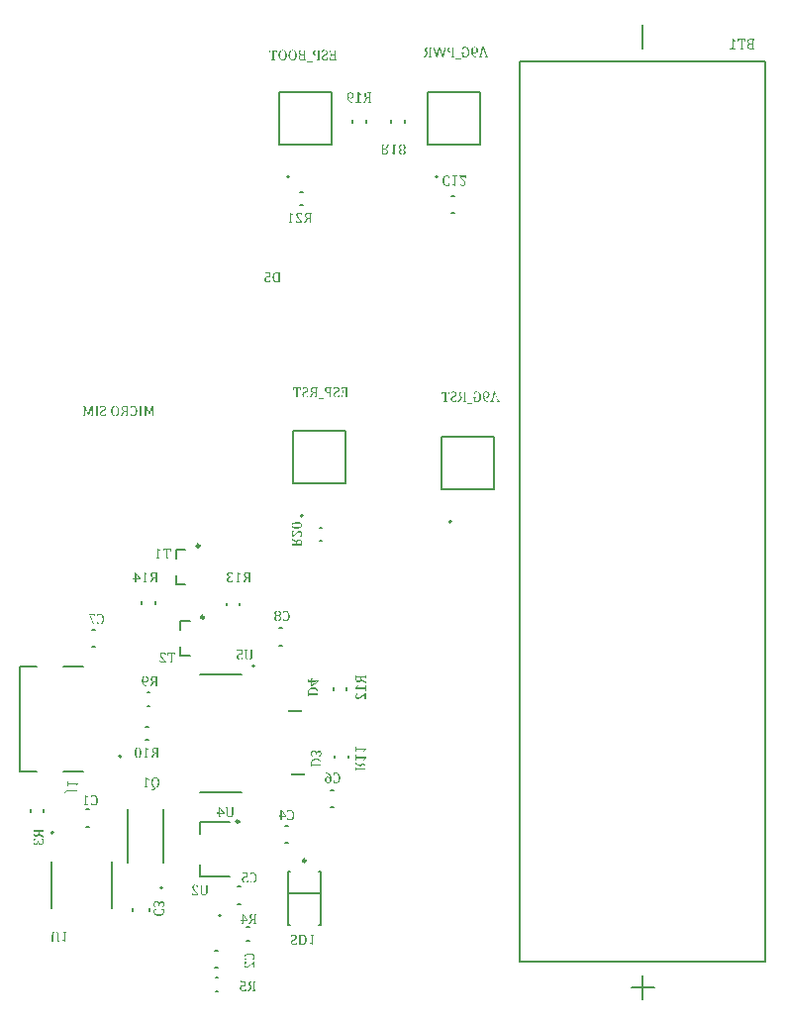
<source format=gbo>
G04*
G04 #@! TF.GenerationSoftware,Altium Limited,Altium Designer,24.5.2 (23)*
G04*
G04 Layer_Color=32896*
%FSLAX44Y44*%
%MOMM*%
G71*
G04*
G04 #@! TF.SameCoordinates,D1886AC5-69C4-4AC9-A439-FDEF45822962*
G04*
G04*
G04 #@! TF.FilePolarity,Positive*
G04*
G01*
G75*
%ADD10C,0.2000*%
%ADD12C,0.2500*%
%ADD14C,0.1270*%
%ADD127R,1.2000X0.2000*%
G36*
X44304Y349944D02*
X44319Y349789D01*
Y349648D01*
X44333Y349535D01*
Y349451D01*
X44347Y349380D01*
Y349324D01*
X44389Y349127D01*
X44417Y348971D01*
X44431Y348915D01*
X44446Y348873D01*
X44460Y348845D01*
Y348830D01*
X44516Y348704D01*
X44572Y348605D01*
X44629Y348549D01*
X44643Y348520D01*
X44742Y348464D01*
X44840Y348408D01*
X44911Y348394D01*
X44925Y348379D01*
X44939D01*
X45023Y348365D01*
X45108Y348351D01*
X45291Y348337D01*
X45376D01*
X45446D01*
X45489D01*
X45503D01*
X50916D01*
X51297D01*
X51635Y348351D01*
X51917D01*
X52171Y348365D01*
X52354D01*
X52495Y348379D01*
X52579D01*
X52608D01*
Y348027D01*
X50831Y345067D01*
X50338Y345334D01*
X50479Y345532D01*
X50592Y345715D01*
X50690Y345870D01*
X50775Y346011D01*
X50831Y346110D01*
X50874Y346194D01*
X50902Y346251D01*
X50916Y346265D01*
X50986Y346406D01*
X51043Y346519D01*
X51071Y346617D01*
X51099Y346702D01*
X51113Y346758D01*
X51128Y346800D01*
Y346843D01*
X51113Y346956D01*
X51071Y347040D01*
X51029Y347082D01*
X51015Y347096D01*
X50916Y347153D01*
X50789Y347181D01*
X50733Y347195D01*
X50690D01*
X50662D01*
X50648D01*
X45503D01*
X45348D01*
X45207Y347181D01*
X45094Y347167D01*
X45009Y347153D01*
X44939Y347139D01*
X44897Y347125D01*
X44868Y347111D01*
X44854D01*
X44727Y347040D01*
X44643Y346970D01*
X44572Y346913D01*
X44558Y346899D01*
Y346885D01*
X44516Y346815D01*
X44488Y346744D01*
X44431Y346589D01*
X44417Y346533D01*
X44403Y346476D01*
X44389Y346434D01*
Y346420D01*
X44375Y346293D01*
X44361Y346138D01*
X44333Y345814D01*
X44319Y345659D01*
Y345532D01*
X44304Y345447D01*
Y345419D01*
X43853D01*
Y350113D01*
X44304D01*
Y349944D01*
D02*
G37*
G36*
X52495Y340612D02*
X52185D01*
X52143Y340739D01*
X52114Y340852D01*
X52072Y340936D01*
X52044Y341007D01*
X52016Y341063D01*
X51987Y341091D01*
X51973Y341119D01*
X51889Y341204D01*
X51776Y341246D01*
X51691Y341274D01*
X51677Y341289D01*
X51663D01*
X51579Y341303D01*
X51466Y341317D01*
X51212Y341345D01*
X51099D01*
X51001D01*
X50944D01*
X50916D01*
X43797D01*
X43600D01*
X43431Y341331D01*
X43275Y341317D01*
X43149Y341303D01*
X43050Y341274D01*
X42979Y341260D01*
X42937Y341246D01*
X42923D01*
X42796Y341204D01*
X42698Y341162D01*
X42599Y341105D01*
X42528Y341049D01*
X42458Y341007D01*
X42415Y340964D01*
X42387Y340936D01*
X42373Y340922D01*
X42289Y340823D01*
X42204Y340711D01*
X42077Y340457D01*
X42021Y340330D01*
X41979Y340231D01*
X41950Y340175D01*
X41936Y340147D01*
X41372Y340344D01*
X41471Y340654D01*
X41584Y340908D01*
X41697Y341148D01*
X41795Y341331D01*
X41880Y341472D01*
X41950Y341585D01*
X41993Y341641D01*
X42007Y341669D01*
X42148Y341838D01*
X42303Y341979D01*
X42458Y342092D01*
X42599Y342191D01*
X42726Y342261D01*
X42824Y342304D01*
X42881Y342332D01*
X42909Y342346D01*
X43120Y342416D01*
X43346Y342459D01*
X43572Y342501D01*
X43783Y342515D01*
X43980Y342529D01*
X44135Y342543D01*
X44192D01*
X44234D01*
X44262D01*
X44276D01*
X50916D01*
X51071D01*
X51198D01*
X51311Y342557D01*
X51409D01*
X51480D01*
X51522Y342571D01*
X51550D01*
X51564D01*
X51705Y342614D01*
X51804Y342642D01*
X51860Y342670D01*
X51875Y342684D01*
X51945Y342741D01*
X52002Y342811D01*
X52030Y342867D01*
X52044Y342882D01*
X52072Y342938D01*
X52100Y342994D01*
X52143Y343135D01*
X52157Y343192D01*
X52171Y343248D01*
X52185Y343276D01*
Y343290D01*
X52495D01*
Y340612D01*
D02*
G37*
G36*
X189391Y462925D02*
X189434Y462840D01*
X189462Y462784D01*
X189476Y462770D01*
X189518Y462727D01*
X189575Y462685D01*
X189617Y462671D01*
X189631Y462657D01*
X189716Y462643D01*
X189828Y462629D01*
X193437D01*
Y458456D01*
X192930Y458160D01*
X192676Y458230D01*
X192563Y458259D01*
X192465Y458287D01*
X192380Y458301D01*
X192324Y458315D01*
X192281Y458329D01*
X192267D01*
X192013Y458357D01*
X191901Y458371D01*
X191774Y458385D01*
X191520D01*
X191337Y458371D01*
X191168Y458357D01*
X191013Y458329D01*
X190886Y458287D01*
X190773Y458244D01*
X190702Y458216D01*
X190646Y458202D01*
X190632Y458188D01*
X190491Y458103D01*
X190364Y458005D01*
X190265Y457906D01*
X190167Y457793D01*
X190110Y457709D01*
X190054Y457624D01*
X190026Y457568D01*
X190012Y457554D01*
X189941Y457384D01*
X189885Y457201D01*
X189842Y457004D01*
X189814Y456835D01*
X189800Y456680D01*
X189786Y456553D01*
Y456468D01*
Y456454D01*
Y456440D01*
X189800Y456088D01*
X189857Y455778D01*
X189927Y455510D01*
X189998Y455298D01*
X190082Y455129D01*
X190153Y455016D01*
X190209Y454946D01*
X190223Y454918D01*
X190392Y454748D01*
X190604Y454636D01*
X190815Y454551D01*
X191013Y454481D01*
X191196Y454452D01*
X191351Y454438D01*
X191407Y454424D01*
X191492D01*
X191703Y454438D01*
X191901Y454467D01*
X192070Y454523D01*
X192211Y454579D01*
X192324Y454622D01*
X192408Y454678D01*
X192465Y454706D01*
X192479Y454720D01*
X192605Y454847D01*
X192732Y455002D01*
X192831Y455157D01*
X192916Y455312D01*
X192972Y455453D01*
X193014Y455580D01*
X193043Y455651D01*
X193057Y455679D01*
X193818D01*
Y454325D01*
X193381Y454184D01*
X192958Y454072D01*
X192563Y454001D01*
X192225Y453945D01*
X192070Y453931D01*
X191929Y453917D01*
X191816Y453903D01*
X191703D01*
X191633Y453889D01*
X191520D01*
X191182Y453903D01*
X190886Y453931D01*
X190618Y453987D01*
X190392Y454044D01*
X190195Y454100D01*
X190054Y454156D01*
X190012Y454170D01*
X189969Y454184D01*
X189955Y454199D01*
X189941D01*
X189702Y454325D01*
X189490Y454467D01*
X189321Y454622D01*
X189166Y454777D01*
X189053Y454903D01*
X188983Y455016D01*
X188926Y455087D01*
X188912Y455115D01*
X188785Y455355D01*
X188701Y455608D01*
X188630Y455848D01*
X188588Y456088D01*
X188560Y456285D01*
X188546Y456440D01*
Y456496D01*
Y456539D01*
Y456567D01*
Y456581D01*
X188560Y456849D01*
X188602Y457103D01*
X188644Y457328D01*
X188701Y457511D01*
X188771Y457681D01*
X188813Y457793D01*
X188856Y457864D01*
X188870Y457892D01*
X188997Y458089D01*
X189138Y458273D01*
X189293Y458414D01*
X189434Y458540D01*
X189575Y458639D01*
X189673Y458710D01*
X189744Y458752D01*
X189772Y458766D01*
X189998Y458865D01*
X190223Y458949D01*
X190449Y459006D01*
X190660Y459034D01*
X190843Y459062D01*
X190984Y459076D01*
X191111D01*
X191393Y459062D01*
X191520Y459048D01*
X191647D01*
X191746Y459034D01*
X191816Y459020D01*
X191873Y459006D01*
X191887D01*
X192154Y458949D01*
X192281Y458907D01*
X192380Y458879D01*
X192465Y458837D01*
X192535Y458822D01*
X192577Y458794D01*
X192591D01*
Y461585D01*
X188954D01*
X188856Y463051D01*
X189349D01*
X189391Y462925D01*
D02*
G37*
G36*
X202614Y462318D02*
X202502Y462290D01*
X202417Y462262D01*
X202347Y462234D01*
X202290Y462206D01*
X202248Y462192D01*
X202220Y462178D01*
X202192Y462163D01*
X202121Y462107D01*
X202065Y462051D01*
X202036Y462008D01*
X202022Y461994D01*
X201980Y461910D01*
X201952Y461811D01*
X201924Y461740D01*
Y461726D01*
Y461712D01*
X201910Y461642D01*
Y461543D01*
X201896Y461318D01*
Y461219D01*
Y461134D01*
Y461078D01*
Y461050D01*
Y456877D01*
X201881Y456581D01*
X201867Y456327D01*
X201839Y456088D01*
X201811Y455890D01*
X201783Y455735D01*
X201769Y455622D01*
X201740Y455552D01*
Y455524D01*
X201670Y455340D01*
X201585Y455157D01*
X201501Y455002D01*
X201416Y454875D01*
X201346Y454762D01*
X201275Y454678D01*
X201233Y454622D01*
X201219Y454607D01*
X201078Y454481D01*
X200923Y454368D01*
X200768Y454269D01*
X200627Y454184D01*
X200500Y454128D01*
X200401Y454086D01*
X200345Y454072D01*
X200317Y454058D01*
X200105Y454001D01*
X199880Y453959D01*
X199654Y453931D01*
X199443Y453917D01*
X199259Y453903D01*
X199118Y453889D01*
X198766D01*
X198554Y453903D01*
X198371Y453931D01*
X198202Y453959D01*
X198075Y453973D01*
X197976Y454001D01*
X197906Y454015D01*
X197892D01*
X197723Y454072D01*
X197568Y454128D01*
X197441Y454184D01*
X197328Y454241D01*
X197229Y454283D01*
X197159Y454325D01*
X197117Y454354D01*
X197103Y454368D01*
X196877Y454551D01*
X196778Y454650D01*
X196694Y454734D01*
X196623Y454819D01*
X196581Y454875D01*
X196553Y454918D01*
X196539Y454932D01*
X196383Y455214D01*
X196327Y455355D01*
X196271Y455495D01*
X196229Y455608D01*
X196200Y455693D01*
X196186Y455763D01*
Y455778D01*
X196144Y455975D01*
X196116Y456186D01*
X196087Y456384D01*
X196073Y456567D01*
X196059Y456736D01*
Y456863D01*
Y456948D01*
Y456962D01*
Y456976D01*
Y461050D01*
Y461233D01*
X196045Y461388D01*
Y461515D01*
X196031Y461614D01*
X196017Y461684D01*
Y461740D01*
X196003Y461769D01*
Y461783D01*
X195947Y461924D01*
X195890Y462022D01*
X195834Y462093D01*
X195820Y462107D01*
X195763Y462149D01*
X195679Y462192D01*
X195509Y462262D01*
X195439Y462290D01*
X195368Y462304D01*
X195326Y462318D01*
X195312D01*
Y462629D01*
X197836D01*
Y462318D01*
X197709Y462276D01*
X197596Y462248D01*
X197511Y462206D01*
X197441Y462178D01*
X197384Y462149D01*
X197356Y462121D01*
X197328Y462107D01*
X197243Y462022D01*
X197201Y461910D01*
X197173Y461825D01*
X197159Y461811D01*
Y461797D01*
X197145Y461712D01*
X197131Y461600D01*
X197103Y461346D01*
Y461233D01*
Y461134D01*
Y461078D01*
Y461050D01*
Y457089D01*
Y456807D01*
X197117Y456567D01*
X197131Y456355D01*
X197145Y456172D01*
X197159Y456031D01*
X197173Y455933D01*
X197187Y455876D01*
Y455848D01*
X197215Y455679D01*
X197257Y455524D01*
X197314Y455397D01*
X197356Y455284D01*
X197413Y455185D01*
X197441Y455115D01*
X197469Y455073D01*
X197483Y455059D01*
X197568Y454946D01*
X197666Y454861D01*
X197765Y454777D01*
X197850Y454706D01*
X197934Y454664D01*
X197991Y454622D01*
X198033Y454607D01*
X198047Y454593D01*
X198174Y454537D01*
X198315Y454509D01*
X198442Y454481D01*
X198569Y454452D01*
X198681D01*
X198766Y454438D01*
X199006D01*
X199161Y454452D01*
X199302Y454467D01*
X199414Y454495D01*
X199513Y454509D01*
X199583Y454523D01*
X199626Y454537D01*
X199640D01*
X199865Y454636D01*
X199964Y454692D01*
X200049Y454748D01*
X200105Y454805D01*
X200161Y454833D01*
X200190Y454861D01*
X200204Y454875D01*
X200288Y454974D01*
X200359Y455073D01*
X200458Y455284D01*
X200500Y455383D01*
X200528Y455453D01*
X200556Y455510D01*
Y455524D01*
X200599Y455693D01*
X200627Y455862D01*
X200655Y456045D01*
X200669Y456200D01*
Y456355D01*
X200683Y456468D01*
Y456539D01*
Y456567D01*
Y461050D01*
Y461233D01*
X200669Y461388D01*
Y461515D01*
X200655Y461614D01*
Y461684D01*
X200641Y461740D01*
Y461769D01*
Y461783D01*
X200584Y461938D01*
X200514Y462037D01*
X200472Y462107D01*
X200443Y462121D01*
X200387Y462163D01*
X200303Y462206D01*
X200147Y462262D01*
X200063Y462290D01*
X200007Y462304D01*
X199964Y462318D01*
X199950D01*
Y462629D01*
X202614D01*
Y462318D01*
D02*
G37*
G36*
X178013Y322638D02*
Y322173D01*
X174489D01*
Y321129D01*
Y320960D01*
Y320819D01*
X174503Y320706D01*
Y320608D01*
X174517Y320523D01*
Y320467D01*
X174531Y320438D01*
Y320424D01*
X174573Y320269D01*
X174643Y320171D01*
X174686Y320100D01*
X174714Y320072D01*
X174770Y320030D01*
X174841Y319987D01*
X175010Y319931D01*
X175095Y319903D01*
X175165Y319875D01*
X175207Y319860D01*
X175222D01*
Y319550D01*
X172656D01*
Y319860D01*
X172754Y319889D01*
X172853Y319917D01*
X172924Y319931D01*
X172980Y319959D01*
X173051Y319987D01*
X173079Y320001D01*
X173163Y320072D01*
X173220Y320128D01*
X173262Y320185D01*
X173276Y320199D01*
X173318Y320298D01*
X173333Y320396D01*
X173361Y320481D01*
Y320495D01*
Y320509D01*
X173375Y320594D01*
Y320692D01*
X173389Y320890D01*
Y320988D01*
Y321059D01*
Y321115D01*
Y321129D01*
Y322173D01*
X171880D01*
X171796Y323469D01*
X172275D01*
X172318Y323357D01*
X172346Y323272D01*
X172374Y323187D01*
X172416Y323131D01*
X172430Y323075D01*
X172458Y323046D01*
X172473Y323018D01*
X172557Y322934D01*
X172642Y322877D01*
X172712Y322849D01*
X172726Y322835D01*
X172740D01*
X172811Y322821D01*
X172881Y322807D01*
X173065Y322793D01*
X173135Y322779D01*
X173389D01*
Y328248D01*
X174305D01*
X178013Y322638D01*
D02*
G37*
G36*
X186344Y327882D02*
X186231Y327854D01*
X186147Y327825D01*
X186076Y327797D01*
X186020Y327769D01*
X185977Y327755D01*
X185949Y327741D01*
X185921Y327727D01*
X185851Y327670D01*
X185794Y327614D01*
X185766Y327572D01*
X185752Y327557D01*
X185710Y327473D01*
X185681Y327374D01*
X185653Y327304D01*
Y327290D01*
Y327276D01*
X185639Y327205D01*
Y327106D01*
X185625Y326881D01*
Y326782D01*
Y326698D01*
Y326641D01*
Y326613D01*
Y322440D01*
X185611Y322144D01*
X185597Y321890D01*
X185569Y321651D01*
X185541Y321454D01*
X185512Y321298D01*
X185498Y321186D01*
X185470Y321115D01*
Y321087D01*
X185400Y320904D01*
X185315Y320720D01*
X185230Y320565D01*
X185146Y320438D01*
X185075Y320326D01*
X185005Y320241D01*
X184963Y320185D01*
X184948Y320171D01*
X184807Y320044D01*
X184652Y319931D01*
X184497Y319832D01*
X184356Y319748D01*
X184230Y319691D01*
X184131Y319649D01*
X184074Y319635D01*
X184046Y319621D01*
X183835Y319564D01*
X183609Y319522D01*
X183384Y319494D01*
X183172Y319480D01*
X182989Y319466D01*
X182848Y319452D01*
X182496D01*
X182284Y319466D01*
X182101Y319494D01*
X181932Y319522D01*
X181805Y319536D01*
X181706Y319564D01*
X181636Y319579D01*
X181622D01*
X181452Y319635D01*
X181297Y319691D01*
X181171Y319748D01*
X181058Y319804D01*
X180959Y319846D01*
X180889Y319889D01*
X180846Y319917D01*
X180832Y319931D01*
X180607Y320114D01*
X180508Y320213D01*
X180423Y320298D01*
X180353Y320382D01*
X180310Y320438D01*
X180282Y320481D01*
X180268Y320495D01*
X180113Y320777D01*
X180057Y320918D01*
X180000Y321059D01*
X179958Y321172D01*
X179930Y321256D01*
X179916Y321327D01*
Y321341D01*
X179874Y321538D01*
X179845Y321749D01*
X179817Y321947D01*
X179803Y322130D01*
X179789Y322299D01*
Y322426D01*
Y322511D01*
Y322525D01*
Y322539D01*
Y326613D01*
Y326796D01*
X179775Y326951D01*
Y327078D01*
X179761Y327177D01*
X179747Y327247D01*
Y327304D01*
X179733Y327332D01*
Y327346D01*
X179676Y327487D01*
X179620Y327586D01*
X179563Y327656D01*
X179549Y327670D01*
X179493Y327713D01*
X179408Y327755D01*
X179239Y327825D01*
X179169Y327854D01*
X179098Y327868D01*
X179056Y327882D01*
X179042D01*
Y328192D01*
X181565D01*
Y327882D01*
X181438Y327840D01*
X181325Y327811D01*
X181241Y327769D01*
X181171Y327741D01*
X181114Y327713D01*
X181086Y327684D01*
X181058Y327670D01*
X180973Y327586D01*
X180931Y327473D01*
X180903Y327388D01*
X180889Y327374D01*
Y327360D01*
X180874Y327276D01*
X180860Y327163D01*
X180832Y326909D01*
Y326796D01*
Y326698D01*
Y326641D01*
Y326613D01*
Y322652D01*
Y322370D01*
X180846Y322130D01*
X180860Y321919D01*
X180874Y321735D01*
X180889Y321595D01*
X180903Y321496D01*
X180917Y321439D01*
Y321411D01*
X180945Y321242D01*
X180987Y321087D01*
X181044Y320960D01*
X181086Y320847D01*
X181142Y320749D01*
X181171Y320678D01*
X181199Y320636D01*
X181213Y320622D01*
X181297Y320509D01*
X181396Y320424D01*
X181495Y320340D01*
X181579Y320269D01*
X181664Y320227D01*
X181720Y320185D01*
X181763Y320171D01*
X181777Y320157D01*
X181903Y320100D01*
X182045Y320072D01*
X182171Y320044D01*
X182298Y320016D01*
X182411D01*
X182496Y320001D01*
X182735D01*
X182890Y320016D01*
X183031Y320030D01*
X183144Y320058D01*
X183243Y320072D01*
X183313Y320086D01*
X183356Y320100D01*
X183370D01*
X183595Y320199D01*
X183694Y320255D01*
X183778Y320312D01*
X183835Y320368D01*
X183891Y320396D01*
X183919Y320424D01*
X183934Y320438D01*
X184018Y320537D01*
X184088Y320636D01*
X184187Y320847D01*
X184230Y320946D01*
X184258Y321017D01*
X184286Y321073D01*
Y321087D01*
X184328Y321256D01*
X184356Y321425D01*
X184385Y321609D01*
X184399Y321764D01*
Y321919D01*
X184413Y322032D01*
Y322102D01*
Y322130D01*
Y326613D01*
Y326796D01*
X184399Y326951D01*
Y327078D01*
X184385Y327177D01*
Y327247D01*
X184370Y327304D01*
Y327332D01*
Y327346D01*
X184314Y327501D01*
X184244Y327600D01*
X184201Y327670D01*
X184173Y327684D01*
X184117Y327727D01*
X184032Y327769D01*
X183877Y327825D01*
X183792Y327854D01*
X183736Y327868D01*
X183694Y327882D01*
X183680D01*
Y328192D01*
X186344D01*
Y327882D01*
D02*
G37*
G36*
X153242Y261598D02*
X153453Y261570D01*
X153637Y261542D01*
X153806Y261514D01*
X153933Y261486D01*
X154017Y261471D01*
X154031Y261457D01*
X154045D01*
X154299Y261387D01*
X154553Y261316D01*
X154792Y261218D01*
X155004Y261133D01*
X155187Y261063D01*
X155342Y260992D01*
X155399Y260978D01*
X155441Y260950D01*
X155455Y260936D01*
X155469D01*
Y259723D01*
X154708D01*
X154623Y259949D01*
X154511Y260160D01*
X154398Y260329D01*
X154271Y260485D01*
X154144Y260611D01*
X154017Y260710D01*
X153876Y260795D01*
X153749Y260865D01*
X153623Y260922D01*
X153496Y260964D01*
X153383Y260992D01*
X153298Y261020D01*
X153214D01*
X153157Y261034D01*
X153101D01*
X152932Y261020D01*
X152777Y261006D01*
X152650Y260964D01*
X152537Y260936D01*
X152452Y260893D01*
X152382Y260851D01*
X152340Y260837D01*
X152326Y260823D01*
X152213Y260738D01*
X152114Y260640D01*
X152029Y260541D01*
X151959Y260456D01*
X151917Y260372D01*
X151874Y260301D01*
X151846Y260259D01*
Y260245D01*
X151790Y260104D01*
X151762Y259963D01*
X151734Y259822D01*
X151705Y259695D01*
Y259582D01*
X151691Y259498D01*
Y259441D01*
Y259413D01*
X151705Y259202D01*
X151734Y259004D01*
X151748Y258934D01*
X151762Y258878D01*
X151776Y258835D01*
Y258821D01*
X151846Y258596D01*
X151931Y258398D01*
X151973Y258314D01*
X152001Y258243D01*
X152015Y258201D01*
X152029Y258187D01*
X152100Y258060D01*
X152185Y257933D01*
X152269Y257792D01*
X152354Y257665D01*
X152424Y257567D01*
X152495Y257482D01*
X152537Y257411D01*
X152551Y257397D01*
X152692Y257228D01*
X152847Y257031D01*
X153030Y256833D01*
X153200Y256636D01*
X153355Y256453D01*
X153482Y256312D01*
X153538Y256255D01*
X153580Y256213D01*
X153594Y256185D01*
X153608Y256171D01*
X153904Y255833D01*
X154172Y255508D01*
X154398Y255240D01*
X154581Y254987D01*
X154722Y254789D01*
X154835Y254648D01*
X154877Y254592D01*
X154891Y254550D01*
X154919Y254536D01*
Y254522D01*
X155089Y254268D01*
X155230Y254014D01*
X155356Y253789D01*
X155455Y253591D01*
X155540Y253408D01*
X155596Y253281D01*
X155638Y253196D01*
X155652Y253182D01*
Y253168D01*
Y252872D01*
X150437D01*
X150338Y254719D01*
X150874D01*
X150944Y254522D01*
X151000Y254381D01*
X151014Y254338D01*
X151029Y254296D01*
X151043Y254282D01*
Y254268D01*
X151099Y254169D01*
X151156Y254099D01*
X151212Y254056D01*
X151226Y254042D01*
X151325Y253986D01*
X151423Y253944D01*
X151508Y253930D01*
X151522Y253915D01*
X151536D01*
X151691Y253887D01*
X151846Y253873D01*
X154412D01*
X154299Y254056D01*
X154172Y254240D01*
X153904Y254620D01*
X153608Y255001D01*
X153312Y255353D01*
X153186Y255508D01*
X153059Y255649D01*
X152946Y255776D01*
X152847Y255889D01*
X152763Y255974D01*
X152706Y256044D01*
X152664Y256086D01*
X152650Y256100D01*
X152396Y256368D01*
X152185Y256594D01*
X152015Y256777D01*
X151874Y256932D01*
X151776Y257045D01*
X151705Y257129D01*
X151663Y257172D01*
X151649Y257186D01*
X151437Y257425D01*
X151353Y257538D01*
X151268Y257637D01*
X151198Y257722D01*
X151156Y257778D01*
X151127Y257820D01*
X151113Y257834D01*
X150958Y258060D01*
X150888Y258159D01*
X150831Y258257D01*
X150789Y258328D01*
X150761Y258384D01*
X150733Y258412D01*
Y258426D01*
X150634Y258638D01*
X150563Y258821D01*
X150549Y258892D01*
X150535Y258948D01*
X150521Y258976D01*
Y258990D01*
X150479Y259202D01*
X150465Y259413D01*
X150451Y259484D01*
Y259554D01*
Y259597D01*
Y259611D01*
Y259794D01*
X150479Y259949D01*
X150549Y260259D01*
X150648Y260513D01*
X150747Y260724D01*
X150859Y260893D01*
X150958Y261006D01*
X151029Y261077D01*
X151043Y261105D01*
X151057D01*
X151297Y261274D01*
X151578Y261401D01*
X151874Y261500D01*
X152170Y261556D01*
X152424Y261598D01*
X152537Y261612D01*
X152636D01*
X152720Y261626D01*
X153045D01*
X153242Y261598D01*
D02*
G37*
G36*
X164322Y261203D02*
X164209Y261175D01*
X164125Y261147D01*
X164054Y261119D01*
X163998Y261091D01*
X163956Y261077D01*
X163927Y261063D01*
X163899Y261049D01*
X163829Y260992D01*
X163772Y260936D01*
X163744Y260893D01*
X163730Y260879D01*
X163688Y260795D01*
X163659Y260696D01*
X163631Y260626D01*
Y260611D01*
Y260597D01*
X163617Y260527D01*
Y260428D01*
X163603Y260203D01*
Y260104D01*
Y260019D01*
Y259963D01*
Y259935D01*
Y255762D01*
X163589Y255466D01*
X163575Y255212D01*
X163547Y254973D01*
X163519Y254775D01*
X163490Y254620D01*
X163476Y254508D01*
X163448Y254437D01*
Y254409D01*
X163378Y254226D01*
X163293Y254042D01*
X163208Y253887D01*
X163124Y253760D01*
X163053Y253647D01*
X162983Y253563D01*
X162941Y253507D01*
X162927Y253493D01*
X162785Y253366D01*
X162631Y253253D01*
X162475Y253154D01*
X162334Y253070D01*
X162208Y253013D01*
X162109Y252971D01*
X162052Y252957D01*
X162024Y252943D01*
X161813Y252886D01*
X161587Y252844D01*
X161362Y252816D01*
X161150Y252802D01*
X160967Y252788D01*
X160826Y252773D01*
X160474D01*
X160262Y252788D01*
X160079Y252816D01*
X159910Y252844D01*
X159783Y252858D01*
X159684Y252886D01*
X159614Y252900D01*
X159600D01*
X159430Y252957D01*
X159275Y253013D01*
X159149Y253070D01*
X159036Y253126D01*
X158937Y253168D01*
X158867Y253211D01*
X158824Y253239D01*
X158810Y253253D01*
X158585Y253436D01*
X158486Y253535D01*
X158401Y253619D01*
X158331Y253704D01*
X158289Y253760D01*
X158260Y253803D01*
X158246Y253817D01*
X158091Y254099D01*
X158035Y254240D01*
X157978Y254381D01*
X157936Y254493D01*
X157908Y254578D01*
X157894Y254648D01*
Y254662D01*
X157852Y254860D01*
X157823Y255071D01*
X157795Y255269D01*
X157781Y255452D01*
X157767Y255621D01*
Y255748D01*
Y255833D01*
Y255847D01*
Y255861D01*
Y259935D01*
Y260118D01*
X157753Y260273D01*
Y260400D01*
X157739Y260499D01*
X157725Y260569D01*
Y260626D01*
X157711Y260654D01*
Y260668D01*
X157654Y260809D01*
X157598Y260907D01*
X157541Y260978D01*
X157527Y260992D01*
X157471Y261034D01*
X157386Y261077D01*
X157217Y261147D01*
X157147Y261175D01*
X157076Y261189D01*
X157034Y261203D01*
X157020D01*
Y261514D01*
X159543D01*
Y261203D01*
X159416Y261161D01*
X159304Y261133D01*
X159219Y261091D01*
X159149Y261063D01*
X159092Y261034D01*
X159064Y261006D01*
X159036Y260992D01*
X158951Y260907D01*
X158909Y260795D01*
X158881Y260710D01*
X158867Y260696D01*
Y260682D01*
X158853Y260597D01*
X158838Y260485D01*
X158810Y260231D01*
Y260118D01*
Y260019D01*
Y259963D01*
Y259935D01*
Y255974D01*
Y255692D01*
X158824Y255452D01*
X158838Y255240D01*
X158853Y255057D01*
X158867Y254916D01*
X158881Y254818D01*
X158895Y254761D01*
Y254733D01*
X158923Y254564D01*
X158965Y254409D01*
X159022Y254282D01*
X159064Y254169D01*
X159120Y254070D01*
X159149Y254000D01*
X159177Y253958D01*
X159191Y253944D01*
X159275Y253831D01*
X159374Y253746D01*
X159473Y253662D01*
X159557Y253591D01*
X159642Y253549D01*
X159698Y253507D01*
X159741Y253493D01*
X159755Y253478D01*
X159881Y253422D01*
X160023Y253394D01*
X160149Y253366D01*
X160276Y253337D01*
X160389D01*
X160474Y253323D01*
X160713D01*
X160868Y253337D01*
X161009Y253351D01*
X161122Y253380D01*
X161221Y253394D01*
X161291Y253408D01*
X161334Y253422D01*
X161348D01*
X161573Y253521D01*
X161672Y253577D01*
X161756Y253633D01*
X161813Y253690D01*
X161869Y253718D01*
X161897Y253746D01*
X161912Y253760D01*
X161996Y253859D01*
X162067Y253958D01*
X162165Y254169D01*
X162208Y254268D01*
X162236Y254338D01*
X162264Y254395D01*
Y254409D01*
X162306Y254578D01*
X162334Y254747D01*
X162363Y254930D01*
X162377Y255085D01*
Y255240D01*
X162391Y255353D01*
Y255424D01*
Y255452D01*
Y259935D01*
Y260118D01*
X162377Y260273D01*
Y260400D01*
X162363Y260499D01*
Y260569D01*
X162348Y260626D01*
Y260654D01*
Y260668D01*
X162292Y260823D01*
X162222Y260922D01*
X162179Y260992D01*
X162151Y261006D01*
X162095Y261049D01*
X162010Y261091D01*
X161855Y261147D01*
X161770Y261175D01*
X161714Y261189D01*
X161672Y261203D01*
X161658D01*
Y261514D01*
X164322D01*
Y261203D01*
D02*
G37*
G36*
X43843Y221047D02*
X43674D01*
X43519Y221033D01*
X43378D01*
X43265Y221019D01*
X43181D01*
X43110Y221004D01*
X43054D01*
X42856Y220962D01*
X42701Y220934D01*
X42645Y220920D01*
X42603Y220906D01*
X42575Y220892D01*
X42560D01*
X42434Y220835D01*
X42335Y220779D01*
X42278Y220722D01*
X42250Y220708D01*
X42194Y220610D01*
X42137Y220511D01*
X42123Y220441D01*
X42109Y220426D01*
Y220412D01*
X42095Y220328D01*
X42081Y220243D01*
X42067Y220060D01*
Y219975D01*
Y219905D01*
Y219862D01*
Y219848D01*
Y214435D01*
Y214055D01*
X42081Y213716D01*
Y213434D01*
X42095Y213181D01*
Y212997D01*
X42109Y212856D01*
Y212772D01*
Y212743D01*
X41757D01*
X38797Y214520D01*
X39064Y215013D01*
X39262Y214872D01*
X39445Y214759D01*
X39600Y214661D01*
X39741Y214576D01*
X39840Y214520D01*
X39924Y214478D01*
X39981Y214449D01*
X39995Y214435D01*
X40136Y214365D01*
X40248Y214308D01*
X40347Y214280D01*
X40432Y214252D01*
X40488Y214238D01*
X40531Y214224D01*
X40573D01*
X40686Y214238D01*
X40770Y214280D01*
X40812Y214322D01*
X40827Y214336D01*
X40883Y214435D01*
X40911Y214562D01*
X40925Y214618D01*
Y214661D01*
Y214689D01*
Y214703D01*
Y219848D01*
Y220004D01*
X40911Y220145D01*
X40897Y220257D01*
X40883Y220342D01*
X40869Y220412D01*
X40855Y220455D01*
X40841Y220483D01*
Y220497D01*
X40770Y220624D01*
X40700Y220708D01*
X40643Y220779D01*
X40629Y220793D01*
X40615D01*
X40545Y220835D01*
X40474Y220863D01*
X40319Y220920D01*
X40263Y220934D01*
X40206Y220948D01*
X40164Y220962D01*
X40150D01*
X40023Y220976D01*
X39868Y220990D01*
X39544Y221019D01*
X39389Y221033D01*
X39262D01*
X39177Y221047D01*
X39149D01*
Y221498D01*
X43843D01*
Y221047D01*
D02*
G37*
G36*
X33877Y221582D02*
X34060Y221554D01*
X34229Y221526D01*
X34356Y221512D01*
X34455Y221484D01*
X34525Y221470D01*
X34539D01*
X34708Y221413D01*
X34864Y221357D01*
X34990Y221300D01*
X35103Y221244D01*
X35202Y221202D01*
X35272Y221159D01*
X35315Y221131D01*
X35329Y221117D01*
X35554Y220934D01*
X35653Y220835D01*
X35738Y220751D01*
X35808Y220666D01*
X35850Y220610D01*
X35879Y220567D01*
X35893Y220553D01*
X36048Y220271D01*
X36104Y220130D01*
X36160Y219989D01*
X36203Y219877D01*
X36231Y219792D01*
X36245Y219722D01*
Y219708D01*
X36287Y219510D01*
X36316Y219299D01*
X36344Y219101D01*
X36358Y218918D01*
X36372Y218749D01*
Y218622D01*
Y218537D01*
Y218523D01*
Y218509D01*
Y214435D01*
Y214252D01*
X36386Y214097D01*
Y213970D01*
X36400Y213871D01*
X36414Y213801D01*
Y213744D01*
X36428Y213716D01*
Y213702D01*
X36485Y213561D01*
X36541Y213463D01*
X36597Y213392D01*
X36611Y213378D01*
X36668Y213336D01*
X36753Y213293D01*
X36922Y213223D01*
X36992Y213195D01*
X37063Y213181D01*
X37105Y213167D01*
X37119D01*
Y212856D01*
X34596D01*
Y213167D01*
X34722Y213209D01*
X34835Y213237D01*
X34920Y213279D01*
X34990Y213307D01*
X35047Y213336D01*
X35075Y213364D01*
X35103Y213378D01*
X35188Y213463D01*
X35230Y213575D01*
X35258Y213660D01*
X35272Y213674D01*
Y213688D01*
X35286Y213773D01*
X35301Y213885D01*
X35329Y214139D01*
Y214252D01*
Y214351D01*
Y214407D01*
Y214435D01*
Y218396D01*
Y218678D01*
X35315Y218918D01*
X35301Y219130D01*
X35286Y219313D01*
X35272Y219454D01*
X35258Y219552D01*
X35244Y219609D01*
Y219637D01*
X35216Y219806D01*
X35174Y219961D01*
X35117Y220088D01*
X35075Y220201D01*
X35018Y220299D01*
X34990Y220370D01*
X34962Y220412D01*
X34948Y220426D01*
X34864Y220539D01*
X34765Y220624D01*
X34666Y220708D01*
X34581Y220779D01*
X34497Y220821D01*
X34441Y220863D01*
X34398Y220877D01*
X34384Y220892D01*
X34257Y220948D01*
X34116Y220976D01*
X33990Y221004D01*
X33863Y221033D01*
X33750D01*
X33665Y221047D01*
X33426D01*
X33270Y221033D01*
X33130Y221019D01*
X33017Y220990D01*
X32918Y220976D01*
X32848Y220962D01*
X32805Y220948D01*
X32791D01*
X32566Y220849D01*
X32467Y220793D01*
X32382Y220737D01*
X32326Y220680D01*
X32270Y220652D01*
X32241Y220624D01*
X32227Y220610D01*
X32143Y220511D01*
X32072Y220412D01*
X31974Y220201D01*
X31931Y220102D01*
X31903Y220032D01*
X31875Y219975D01*
Y219961D01*
X31833Y219792D01*
X31804Y219623D01*
X31776Y219440D01*
X31762Y219284D01*
Y219130D01*
X31748Y219017D01*
Y218946D01*
Y218918D01*
Y214435D01*
Y214252D01*
X31762Y214097D01*
Y213970D01*
X31776Y213871D01*
Y213801D01*
X31790Y213744D01*
Y213716D01*
Y213702D01*
X31847Y213547D01*
X31917Y213448D01*
X31960Y213378D01*
X31988Y213364D01*
X32044Y213321D01*
X32129Y213279D01*
X32284Y213223D01*
X32368Y213195D01*
X32425Y213181D01*
X32467Y213167D01*
X32481D01*
Y212856D01*
X29817D01*
Y213167D01*
X29929Y213195D01*
X30014Y213223D01*
X30085Y213251D01*
X30141Y213279D01*
X30183Y213293D01*
X30212Y213307D01*
X30240Y213321D01*
X30310Y213378D01*
X30366Y213434D01*
X30395Y213477D01*
X30409Y213491D01*
X30451Y213575D01*
X30479Y213674D01*
X30508Y213744D01*
Y213759D01*
Y213773D01*
X30522Y213843D01*
Y213942D01*
X30536Y214167D01*
Y214266D01*
Y214351D01*
Y214407D01*
Y214435D01*
Y218608D01*
X30550Y218904D01*
X30564Y219158D01*
X30592Y219397D01*
X30620Y219595D01*
X30649Y219750D01*
X30663Y219862D01*
X30691Y219933D01*
Y219961D01*
X30761Y220145D01*
X30846Y220328D01*
X30930Y220483D01*
X31015Y220610D01*
X31086Y220722D01*
X31156Y220807D01*
X31198Y220863D01*
X31212Y220877D01*
X31353Y221004D01*
X31508Y221117D01*
X31663Y221216D01*
X31804Y221300D01*
X31931Y221357D01*
X32030Y221399D01*
X32086Y221413D01*
X32115Y221427D01*
X32326Y221484D01*
X32552Y221526D01*
X32777Y221554D01*
X32989Y221568D01*
X33172Y221582D01*
X33313Y221597D01*
X33665D01*
X33877Y221582D01*
D02*
G37*
G36*
X125734Y460279D02*
X125945Y460251D01*
X126129Y460223D01*
X126298Y460194D01*
X126425Y460166D01*
X126509Y460152D01*
X126523Y460138D01*
X126537D01*
X126791Y460067D01*
X127045Y459997D01*
X127284Y459898D01*
X127496Y459814D01*
X127679Y459743D01*
X127834Y459673D01*
X127891Y459659D01*
X127933Y459631D01*
X127947Y459616D01*
X127961D01*
Y458404D01*
X127200D01*
X127115Y458630D01*
X127002Y458841D01*
X126890Y459010D01*
X126763Y459165D01*
X126636Y459292D01*
X126509Y459391D01*
X126368Y459475D01*
X126241Y459546D01*
X126114Y459602D01*
X125988Y459645D01*
X125875Y459673D01*
X125790Y459701D01*
X125706D01*
X125649Y459715D01*
X125593D01*
X125424Y459701D01*
X125269Y459687D01*
X125142Y459645D01*
X125029Y459616D01*
X124944Y459574D01*
X124874Y459532D01*
X124832Y459518D01*
X124817Y459504D01*
X124705Y459419D01*
X124606Y459320D01*
X124522Y459222D01*
X124451Y459137D01*
X124409Y459053D01*
X124366Y458982D01*
X124338Y458940D01*
Y458926D01*
X124282Y458785D01*
X124254Y458644D01*
X124225Y458503D01*
X124197Y458376D01*
Y458263D01*
X124183Y458178D01*
Y458122D01*
Y458094D01*
X124197Y457882D01*
X124225Y457685D01*
X124240Y457615D01*
X124254Y457558D01*
X124268Y457516D01*
Y457502D01*
X124338Y457276D01*
X124423Y457079D01*
X124465Y456994D01*
X124493Y456924D01*
X124507Y456882D01*
X124522Y456867D01*
X124592Y456741D01*
X124677Y456614D01*
X124761Y456473D01*
X124846Y456346D01*
X124916Y456247D01*
X124987Y456163D01*
X125029Y456092D01*
X125043Y456078D01*
X125184Y455909D01*
X125339Y455712D01*
X125522Y455514D01*
X125691Y455317D01*
X125847Y455134D01*
X125974Y454993D01*
X126030Y454936D01*
X126072Y454894D01*
X126086Y454866D01*
X126100Y454852D01*
X126396Y454513D01*
X126664Y454189D01*
X126890Y453921D01*
X127073Y453667D01*
X127214Y453470D01*
X127327Y453329D01*
X127369Y453273D01*
X127383Y453230D01*
X127411Y453216D01*
Y453202D01*
X127580Y452948D01*
X127722Y452695D01*
X127848Y452469D01*
X127947Y452272D01*
X128032Y452089D01*
X128088Y451962D01*
X128130Y451877D01*
X128144Y451863D01*
Y451849D01*
Y451553D01*
X122928D01*
X122830Y453400D01*
X123365D01*
X123436Y453202D01*
X123492Y453061D01*
X123506Y453019D01*
X123521Y452977D01*
X123535Y452963D01*
Y452948D01*
X123591Y452850D01*
X123647Y452779D01*
X123704Y452737D01*
X123718Y452723D01*
X123817Y452667D01*
X123915Y452624D01*
X124000Y452610D01*
X124014Y452596D01*
X124028D01*
X124183Y452568D01*
X124338Y452554D01*
X126904D01*
X126791Y452737D01*
X126664Y452920D01*
X126396Y453301D01*
X126100Y453681D01*
X125804Y454034D01*
X125677Y454189D01*
X125550Y454330D01*
X125438Y454457D01*
X125339Y454570D01*
X125254Y454654D01*
X125198Y454725D01*
X125156Y454767D01*
X125142Y454781D01*
X124888Y455049D01*
X124677Y455275D01*
X124507Y455458D01*
X124366Y455613D01*
X124268Y455726D01*
X124197Y455810D01*
X124155Y455853D01*
X124141Y455867D01*
X123929Y456106D01*
X123845Y456219D01*
X123760Y456318D01*
X123690Y456402D01*
X123647Y456459D01*
X123619Y456501D01*
X123605Y456515D01*
X123450Y456741D01*
X123380Y456839D01*
X123323Y456938D01*
X123281Y457008D01*
X123253Y457065D01*
X123224Y457093D01*
Y457107D01*
X123126Y457319D01*
X123055Y457502D01*
X123041Y457572D01*
X123027Y457629D01*
X123013Y457657D01*
Y457671D01*
X122971Y457882D01*
X122957Y458094D01*
X122943Y458164D01*
Y458235D01*
Y458277D01*
Y458291D01*
Y458475D01*
X122971Y458630D01*
X123041Y458940D01*
X123140Y459193D01*
X123239Y459405D01*
X123351Y459574D01*
X123450Y459687D01*
X123521Y459757D01*
X123535Y459785D01*
X123549D01*
X123788Y459955D01*
X124070Y460082D01*
X124366Y460180D01*
X124662Y460237D01*
X124916Y460279D01*
X125029Y460293D01*
X125128D01*
X125212Y460307D01*
X125536D01*
X125734Y460279D01*
D02*
G37*
G36*
X136250Y457995D02*
X135616D01*
X135574Y458178D01*
X135531Y458334D01*
X135489Y458489D01*
X135447Y458601D01*
X135418Y458700D01*
X135390Y458771D01*
X135362Y458813D01*
Y458827D01*
X135306Y458954D01*
X135249Y459053D01*
X135207Y459137D01*
X135165Y459222D01*
X135122Y459278D01*
X135094Y459320D01*
X135066Y459334D01*
Y459348D01*
X134939Y459461D01*
X134826Y459532D01*
X134742Y459574D01*
X134728Y459588D01*
X134714D01*
X134544Y459616D01*
X134389Y459645D01*
X133417D01*
Y453146D01*
Y453019D01*
Y452892D01*
X133431Y452793D01*
Y452709D01*
X133445Y452653D01*
Y452610D01*
X133459Y452582D01*
Y452568D01*
X133487Y452441D01*
X133515Y452342D01*
X133530Y452286D01*
X133544Y452258D01*
X133586Y452187D01*
X133642Y452131D01*
X133685Y452089D01*
X133699Y452075D01*
X133769Y452032D01*
X133854Y451990D01*
X133910Y451962D01*
X133924Y451948D01*
X133938D01*
X134051Y451919D01*
X134164Y451891D01*
X134248Y451877D01*
X134263Y451863D01*
X134277D01*
Y451553D01*
X131373D01*
Y451863D01*
X131485Y451891D01*
X131570Y451905D01*
X131655Y451934D01*
X131725Y451948D01*
X131767Y451962D01*
X131810Y451976D01*
X131824Y451990D01*
X131838D01*
X131937Y452060D01*
X132007Y452131D01*
X132049Y452187D01*
X132063Y452201D01*
X132120Y452314D01*
X132162Y452427D01*
X132176Y452511D01*
X132190Y452540D01*
Y452554D01*
X132218Y452737D01*
X132233Y452934D01*
Y453019D01*
Y453089D01*
Y453132D01*
Y453146D01*
Y459645D01*
X131302D01*
X131203Y459631D01*
X131105Y459616D01*
X131034D01*
X130978Y459602D01*
X130936Y459588D01*
X130921Y459574D01*
X130907D01*
X130780Y459504D01*
X130682Y459433D01*
X130611Y459363D01*
X130583Y459348D01*
Y459334D01*
X130527Y459264D01*
X130470Y459193D01*
X130372Y459038D01*
X130344Y458968D01*
X130315Y458912D01*
X130287Y458869D01*
Y458855D01*
X130231Y458728D01*
X130189Y458587D01*
X130132Y458446D01*
X130090Y458305D01*
X130062Y458193D01*
X130033Y458080D01*
X130005Y458023D01*
Y457995D01*
X129385D01*
Y460194D01*
X136250D01*
Y457995D01*
D02*
G37*
G36*
X124045Y547431D02*
X123778Y546937D01*
X123580Y547079D01*
X123397Y547191D01*
X123242Y547290D01*
X123101Y547374D01*
X123002Y547431D01*
X122918Y547473D01*
X122861Y547501D01*
X122847Y547515D01*
X122706Y547586D01*
X122593Y547642D01*
X122495Y547671D01*
X122410Y547699D01*
X122354Y547713D01*
X122311Y547727D01*
X122269D01*
X122156Y547713D01*
X122072Y547671D01*
X122029Y547628D01*
X122015Y547614D01*
X121959Y547515D01*
X121931Y547389D01*
X121917Y547332D01*
Y547290D01*
Y547262D01*
Y547248D01*
Y542102D01*
Y541947D01*
X121931Y541806D01*
X121945Y541693D01*
X121959Y541609D01*
X121973Y541538D01*
X121987Y541496D01*
X122001Y541468D01*
Y541454D01*
X122072Y541327D01*
X122142Y541242D01*
X122199Y541172D01*
X122213Y541158D01*
X122227D01*
X122297Y541115D01*
X122368Y541087D01*
X122523Y541031D01*
X122579Y541017D01*
X122636Y541003D01*
X122678Y540989D01*
X122692D01*
X122819Y540975D01*
X122974Y540960D01*
X123298Y540932D01*
X123453Y540918D01*
X123580D01*
X123665Y540904D01*
X123693D01*
Y540453D01*
X118999D01*
Y540904D01*
X119168D01*
X119323Y540918D01*
X119464D01*
X119577Y540932D01*
X119661D01*
X119732Y540946D01*
X119788D01*
X119986Y540989D01*
X120140Y541017D01*
X120197Y541031D01*
X120239Y541045D01*
X120267Y541059D01*
X120281D01*
X120408Y541115D01*
X120507Y541172D01*
X120563Y541228D01*
X120592Y541242D01*
X120648Y541341D01*
X120704Y541440D01*
X120718Y541510D01*
X120733Y541524D01*
Y541538D01*
X120747Y541623D01*
X120761Y541707D01*
X120775Y541891D01*
Y541975D01*
Y542046D01*
Y542088D01*
Y542102D01*
Y547515D01*
Y547896D01*
X120761Y548234D01*
Y548516D01*
X120747Y548770D01*
Y548953D01*
X120733Y549094D01*
Y549179D01*
Y549207D01*
X121085D01*
X124045Y547431D01*
D02*
G37*
G36*
X132461Y546895D02*
X131827D01*
X131785Y547079D01*
X131742Y547234D01*
X131700Y547389D01*
X131658Y547501D01*
X131630Y547600D01*
X131601Y547671D01*
X131573Y547713D01*
Y547727D01*
X131517Y547854D01*
X131460Y547952D01*
X131418Y548037D01*
X131376Y548122D01*
X131334Y548178D01*
X131305Y548220D01*
X131277Y548234D01*
Y548248D01*
X131150Y548361D01*
X131038Y548432D01*
X130953Y548474D01*
X130939Y548488D01*
X130925D01*
X130756Y548516D01*
X130601Y548545D01*
X129628D01*
Y542046D01*
Y541919D01*
Y541792D01*
X129642Y541693D01*
Y541609D01*
X129656Y541553D01*
Y541510D01*
X129670Y541482D01*
Y541468D01*
X129698Y541341D01*
X129726Y541242D01*
X129741Y541186D01*
X129755Y541158D01*
X129797Y541087D01*
X129853Y541031D01*
X129896Y540989D01*
X129910Y540975D01*
X129980Y540932D01*
X130065Y540890D01*
X130121Y540862D01*
X130135Y540848D01*
X130149D01*
X130262Y540819D01*
X130375Y540791D01*
X130459Y540777D01*
X130474Y540763D01*
X130488D01*
Y540453D01*
X127584D01*
Y540763D01*
X127697Y540791D01*
X127781Y540805D01*
X127866Y540834D01*
X127936Y540848D01*
X127978Y540862D01*
X128021Y540876D01*
X128035Y540890D01*
X128049D01*
X128148Y540960D01*
X128218Y541031D01*
X128260Y541087D01*
X128274Y541101D01*
X128331Y541214D01*
X128373Y541327D01*
X128387Y541412D01*
X128401Y541440D01*
Y541454D01*
X128430Y541637D01*
X128444Y541834D01*
Y541919D01*
Y541990D01*
Y542032D01*
Y542046D01*
Y548545D01*
X127513D01*
X127415Y548531D01*
X127316Y548516D01*
X127245D01*
X127189Y548502D01*
X127147Y548488D01*
X127133Y548474D01*
X127119D01*
X126992Y548404D01*
X126893Y548333D01*
X126823Y548263D01*
X126794Y548248D01*
Y548234D01*
X126738Y548164D01*
X126681Y548093D01*
X126583Y547938D01*
X126555Y547868D01*
X126526Y547812D01*
X126498Y547769D01*
Y547755D01*
X126442Y547628D01*
X126400Y547487D01*
X126343Y547346D01*
X126301Y547205D01*
X126273Y547093D01*
X126244Y546980D01*
X126216Y546923D01*
Y546895D01*
X125596D01*
Y549094D01*
X132461D01*
Y546895D01*
D02*
G37*
G36*
X255359Y218507D02*
X255189D01*
X255034Y218493D01*
X254893D01*
X254781Y218479D01*
X254696D01*
X254625Y218464D01*
X254569D01*
X254372Y218422D01*
X254217Y218394D01*
X254160Y218380D01*
X254118Y218366D01*
X254090Y218352D01*
X254076D01*
X253949Y218295D01*
X253850Y218239D01*
X253794Y218182D01*
X253766Y218168D01*
X253709Y218070D01*
X253653Y217971D01*
X253639Y217901D01*
X253624Y217886D01*
Y217872D01*
X253610Y217788D01*
X253596Y217703D01*
X253582Y217520D01*
Y217435D01*
Y217365D01*
Y217323D01*
Y217308D01*
Y211895D01*
Y211515D01*
X253596Y211176D01*
Y210894D01*
X253610Y210641D01*
Y210457D01*
X253624Y210316D01*
Y210232D01*
Y210203D01*
X253272D01*
X250312Y211980D01*
X250580Y212473D01*
X250777Y212332D01*
X250960Y212219D01*
X251115Y212121D01*
X251256Y212036D01*
X251355Y211980D01*
X251439Y211938D01*
X251496Y211909D01*
X251510Y211895D01*
X251651Y211825D01*
X251764Y211768D01*
X251862Y211740D01*
X251947Y211712D01*
X252003Y211698D01*
X252046Y211684D01*
X252088D01*
X252201Y211698D01*
X252285Y211740D01*
X252328Y211782D01*
X252342Y211796D01*
X252398Y211895D01*
X252426Y212022D01*
X252440Y212078D01*
Y212121D01*
Y212149D01*
Y212163D01*
Y217308D01*
Y217463D01*
X252426Y217605D01*
X252412Y217717D01*
X252398Y217802D01*
X252384Y217872D01*
X252370Y217915D01*
X252356Y217943D01*
Y217957D01*
X252285Y218084D01*
X252215Y218168D01*
X252158Y218239D01*
X252144Y218253D01*
X252130D01*
X252060Y218295D01*
X251989Y218323D01*
X251834Y218380D01*
X251778Y218394D01*
X251721Y218408D01*
X251679Y218422D01*
X251665D01*
X251538Y218436D01*
X251383Y218450D01*
X251059Y218479D01*
X250904Y218493D01*
X250777D01*
X250692Y218507D01*
X250664D01*
Y218958D01*
X255359D01*
Y218507D01*
D02*
G37*
G36*
X244349Y218944D02*
X244645Y218930D01*
X244884Y218901D01*
X245082Y218887D01*
X245223Y218873D01*
X245265D01*
X245307Y218859D01*
X245336D01*
X245575Y218817D01*
X245787Y218760D01*
X245984Y218690D01*
X246153Y218633D01*
X246294Y218577D01*
X246393Y218535D01*
X246449Y218507D01*
X246477Y218493D01*
X246689Y218366D01*
X246886Y218239D01*
X247055Y218112D01*
X247196Y217985D01*
X247309Y217872D01*
X247394Y217788D01*
X247450Y217717D01*
X247464Y217703D01*
X247633Y217492D01*
X247774Y217252D01*
X247901Y217027D01*
X248000Y216815D01*
X248084Y216618D01*
X248141Y216477D01*
X248155Y216420D01*
X248169Y216378D01*
X248183Y216350D01*
Y216336D01*
X248268Y216026D01*
X248324Y215701D01*
X248366Y215377D01*
X248395Y215081D01*
X248409Y214827D01*
X248423Y214715D01*
Y214630D01*
Y214545D01*
Y214489D01*
Y214461D01*
Y214447D01*
X248409Y214066D01*
X248381Y213714D01*
X248338Y213404D01*
X248296Y213136D01*
X248239Y212924D01*
X248211Y212840D01*
X248197Y212769D01*
X248183Y212699D01*
X248169Y212656D01*
X248155Y212642D01*
Y212628D01*
X248056Y212360D01*
X247929Y212107D01*
X247803Y211895D01*
X247676Y211712D01*
X247563Y211557D01*
X247464Y211444D01*
X247408Y211388D01*
X247380Y211360D01*
X247168Y211176D01*
X246957Y211021D01*
X246745Y210880D01*
X246534Y210781D01*
X246350Y210697D01*
X246210Y210627D01*
X246153Y210612D01*
X246111Y210598D01*
X246097Y210584D01*
X246083D01*
X245787Y210500D01*
X245462Y210429D01*
X245124Y210387D01*
X244814Y210345D01*
X244546Y210330D01*
X244419D01*
X244321Y210316D01*
X241346D01*
Y210627D01*
X241459Y210655D01*
X241543Y210683D01*
X241614Y210711D01*
X241670Y210739D01*
X241713Y210753D01*
X241741Y210767D01*
X241769Y210781D01*
X241854Y210838D01*
X241910Y210880D01*
X241952Y210937D01*
X241966Y210951D01*
X242009Y211035D01*
X242037Y211148D01*
X242065Y211233D01*
Y211247D01*
Y211261D01*
X242079Y211345D01*
X242093Y211444D01*
X242107Y211656D01*
Y211740D01*
Y211825D01*
Y211881D01*
Y211895D01*
Y217379D01*
Y217534D01*
Y217661D01*
X242093Y217774D01*
Y217872D01*
X242079Y217943D01*
Y217985D01*
X242065Y218013D01*
Y218027D01*
X242037Y218154D01*
X242009Y218253D01*
X241980Y218309D01*
X241966Y218337D01*
X241910Y218408D01*
X241839Y218464D01*
X241797Y218493D01*
X241769Y218507D01*
X241713Y218535D01*
X241656Y218563D01*
X241515Y218605D01*
X241445Y218619D01*
X241388Y218633D01*
X241360Y218648D01*
X241346D01*
Y218958D01*
X244025D01*
X244349Y218944D01*
D02*
G37*
G36*
X237596Y219042D02*
X237780Y219014D01*
X237949Y218986D01*
X238090Y218972D01*
X238202Y218944D01*
X238259Y218930D01*
X238287D01*
X238470Y218873D01*
X238639Y218817D01*
X238794Y218746D01*
X238921Y218676D01*
X239034Y218619D01*
X239105Y218563D01*
X239161Y218535D01*
X239175Y218521D01*
X239302Y218408D01*
X239415Y218281D01*
X239513Y218154D01*
X239598Y218041D01*
X239669Y217929D01*
X239711Y217844D01*
X239739Y217788D01*
X239753Y217774D01*
X239824Y217590D01*
X239880Y217407D01*
X239908Y217210D01*
X239936Y217041D01*
X239950Y216886D01*
X239965Y216759D01*
Y216674D01*
Y216660D01*
Y216646D01*
X239950Y216434D01*
X239922Y216237D01*
X239880Y216054D01*
X239838Y215899D01*
X239795Y215772D01*
X239753Y215687D01*
X239725Y215617D01*
X239711Y215603D01*
X239612Y215434D01*
X239499Y215293D01*
X239373Y215152D01*
X239260Y215039D01*
X239161Y214940D01*
X239076Y214870D01*
X239020Y214827D01*
X239006Y214813D01*
X238823Y214672D01*
X238625Y214545D01*
X238414Y214419D01*
X238216Y214306D01*
X238033Y214193D01*
X237892Y214123D01*
X237836Y214094D01*
X237794Y214066D01*
X237765Y214052D01*
X237751D01*
X237512Y213939D01*
X237314Y213827D01*
X237145Y213728D01*
X236990Y213629D01*
X236877Y213559D01*
X236807Y213502D01*
X236750Y213474D01*
X236736Y213460D01*
X236624Y213361D01*
X236511Y213263D01*
X236426Y213164D01*
X236356Y213065D01*
X236299Y212995D01*
X236257Y212938D01*
X236243Y212896D01*
X236229Y212882D01*
X236173Y212755D01*
X236144Y212628D01*
X236116Y212501D01*
X236088Y212389D01*
Y212276D01*
X236074Y212191D01*
Y212135D01*
Y212121D01*
X236088Y211966D01*
X236102Y211825D01*
X236130Y211698D01*
X236173Y211599D01*
X236201Y211515D01*
X236229Y211444D01*
X236243Y211402D01*
X236257Y211388D01*
X236342Y211275D01*
X236426Y211190D01*
X236511Y211106D01*
X236595Y211035D01*
X236666Y210993D01*
X236722Y210951D01*
X236765Y210923D01*
X236779D01*
X236905Y210866D01*
X237032Y210838D01*
X237159Y210810D01*
X237286Y210781D01*
X237385D01*
X237455Y210767D01*
X237695D01*
X237836Y210781D01*
X237977Y210810D01*
X238076Y210824D01*
X238174Y210852D01*
X238231Y210880D01*
X238273Y210894D01*
X238287D01*
X238400Y210951D01*
X238498Y211021D01*
X238583Y211092D01*
X238668Y211162D01*
X238724Y211233D01*
X238766Y211275D01*
X238794Y211317D01*
X238809Y211331D01*
X238893Y211458D01*
X238964Y211599D01*
X239034Y211740D01*
X239090Y211881D01*
X239133Y212008D01*
X239161Y212107D01*
X239189Y212177D01*
Y212205D01*
X239809D01*
Y210485D01*
X239556Y210429D01*
X239344Y210373D01*
X239147Y210345D01*
X238978Y210302D01*
X238837Y210288D01*
X238738Y210274D01*
X238682Y210260D01*
X238654D01*
X238315Y210232D01*
X238160Y210218D01*
X238019Y210203D01*
X237723D01*
X237427Y210218D01*
X237145Y210246D01*
X236891Y210302D01*
X236666Y210345D01*
X236497Y210401D01*
X236356Y210457D01*
X236271Y210485D01*
X236257Y210500D01*
X236243D01*
X236017Y210612D01*
X235820Y210739D01*
X235651Y210880D01*
X235510Y211007D01*
X235397Y211120D01*
X235327Y211218D01*
X235270Y211275D01*
X235256Y211303D01*
X235143Y211500D01*
X235073Y211712D01*
X235016Y211923D01*
X234974Y212107D01*
X234946Y212276D01*
X234932Y212417D01*
Y212501D01*
Y212515D01*
Y212530D01*
X234946Y212713D01*
X234960Y212882D01*
X235002Y213037D01*
X235045Y213178D01*
X235073Y213291D01*
X235115Y213375D01*
X235129Y213432D01*
X235143Y213446D01*
X235228Y213601D01*
X235341Y213742D01*
X235439Y213869D01*
X235552Y213981D01*
X235637Y214080D01*
X235721Y214151D01*
X235778Y214193D01*
X235792Y214207D01*
X235961Y214334D01*
X236158Y214461D01*
X236356Y214588D01*
X236539Y214686D01*
X236708Y214785D01*
X236835Y214856D01*
X236891Y214884D01*
X236934Y214912D01*
X236948Y214926D01*
X236962D01*
X237230Y215067D01*
X237469Y215194D01*
X237667Y215307D01*
X237822Y215405D01*
X237949Y215476D01*
X238033Y215532D01*
X238090Y215574D01*
X238104Y215589D01*
X238231Y215701D01*
X238343Y215800D01*
X238442Y215899D01*
X238513Y215997D01*
X238569Y216082D01*
X238611Y216138D01*
X238639Y216181D01*
Y216195D01*
X238696Y216322D01*
X238738Y216463D01*
X238766Y216590D01*
X238794Y216716D01*
Y216829D01*
X238809Y216914D01*
Y216970D01*
Y216998D01*
X238794Y217252D01*
X238752Y217478D01*
X238682Y217675D01*
X238611Y217830D01*
X238541Y217957D01*
X238470Y218056D01*
X238428Y218112D01*
X238414Y218126D01*
X238259Y218253D01*
X238076Y218352D01*
X237878Y218408D01*
X237695Y218464D01*
X237526Y218493D01*
X237399Y218507D01*
X237272D01*
X237075Y218493D01*
X236905Y218479D01*
X236750Y218450D01*
X236624Y218422D01*
X236525Y218394D01*
X236454Y218380D01*
X236398Y218352D01*
X236384D01*
X236257Y218281D01*
X236158Y218211D01*
X236060Y218126D01*
X235989Y218056D01*
X235919Y217985D01*
X235876Y217929D01*
X235848Y217886D01*
X235834Y217872D01*
X235764Y217745D01*
X235693Y217605D01*
X235637Y217449D01*
X235580Y217308D01*
X235552Y217196D01*
X235524Y217083D01*
X235496Y217027D01*
Y216998D01*
X234861D01*
Y218732D01*
X235327Y218845D01*
X235764Y218916D01*
X236158Y218972D01*
X236342Y219000D01*
X236497Y219014D01*
X236638Y219028D01*
X236779Y219042D01*
X236891D01*
X236990Y219056D01*
X237385D01*
X237596Y219042D01*
D02*
G37*
G36*
X242373Y836199D02*
X242584Y836171D01*
X242767Y836143D01*
X242936Y836114D01*
X243063Y836086D01*
X243148Y836072D01*
X243162Y836058D01*
X243176D01*
X243430Y835987D01*
X243684Y835917D01*
X243923Y835818D01*
X244135Y835734D01*
X244318Y835663D01*
X244473Y835593D01*
X244529Y835579D01*
X244572Y835551D01*
X244586Y835536D01*
X244600D01*
Y834324D01*
X243839D01*
X243754Y834550D01*
X243641Y834761D01*
X243529Y834930D01*
X243402Y835085D01*
X243275Y835212D01*
X243148Y835311D01*
X243007Y835395D01*
X242880Y835466D01*
X242753Y835522D01*
X242626Y835565D01*
X242514Y835593D01*
X242429Y835621D01*
X242344D01*
X242288Y835635D01*
X242232D01*
X242062Y835621D01*
X241907Y835607D01*
X241781Y835565D01*
X241668Y835536D01*
X241583Y835494D01*
X241513Y835452D01*
X241470Y835438D01*
X241456Y835424D01*
X241344Y835339D01*
X241245Y835240D01*
X241160Y835142D01*
X241090Y835057D01*
X241047Y834973D01*
X241005Y834902D01*
X240977Y834860D01*
Y834846D01*
X240921Y834705D01*
X240893Y834564D01*
X240864Y834423D01*
X240836Y834296D01*
Y834183D01*
X240822Y834099D01*
Y834042D01*
Y834014D01*
X240836Y833802D01*
X240864Y833605D01*
X240878Y833535D01*
X240893Y833478D01*
X240907Y833436D01*
Y833422D01*
X240977Y833196D01*
X241062Y832999D01*
X241104Y832914D01*
X241132Y832844D01*
X241146Y832802D01*
X241160Y832787D01*
X241231Y832661D01*
X241315Y832534D01*
X241400Y832393D01*
X241485Y832266D01*
X241555Y832167D01*
X241625Y832083D01*
X241668Y832012D01*
X241682Y831998D01*
X241823Y831829D01*
X241978Y831631D01*
X242161Y831434D01*
X242330Y831237D01*
X242485Y831053D01*
X242612Y830913D01*
X242669Y830856D01*
X242711Y830814D01*
X242725Y830786D01*
X242739Y830772D01*
X243035Y830433D01*
X243303Y830109D01*
X243529Y829841D01*
X243712Y829587D01*
X243853Y829390D01*
X243966Y829249D01*
X244008Y829193D01*
X244022Y829150D01*
X244050Y829136D01*
Y829122D01*
X244219Y828868D01*
X244360Y828615D01*
X244487Y828389D01*
X244586Y828192D01*
X244671Y828009D01*
X244727Y827882D01*
X244769Y827797D01*
X244783Y827783D01*
Y827769D01*
Y827473D01*
X239567D01*
X239469Y829320D01*
X240004D01*
X240075Y829122D01*
X240131Y828981D01*
X240145Y828939D01*
X240159Y828897D01*
X240173Y828883D01*
Y828868D01*
X240230Y828770D01*
X240286Y828699D01*
X240343Y828657D01*
X240357Y828643D01*
X240455Y828587D01*
X240554Y828544D01*
X240639Y828530D01*
X240653Y828516D01*
X240667D01*
X240822Y828488D01*
X240977Y828474D01*
X243543D01*
X243430Y828657D01*
X243303Y828840D01*
X243035Y829221D01*
X242739Y829602D01*
X242443Y829954D01*
X242316Y830109D01*
X242189Y830250D01*
X242077Y830377D01*
X241978Y830490D01*
X241893Y830574D01*
X241837Y830645D01*
X241795Y830687D01*
X241781Y830701D01*
X241527Y830969D01*
X241315Y831195D01*
X241146Y831378D01*
X241005Y831533D01*
X240907Y831646D01*
X240836Y831730D01*
X240794Y831773D01*
X240780Y831787D01*
X240568Y832026D01*
X240484Y832139D01*
X240399Y832238D01*
X240329Y832322D01*
X240286Y832379D01*
X240258Y832421D01*
X240244Y832435D01*
X240089Y832661D01*
X240018Y832759D01*
X239962Y832858D01*
X239920Y832928D01*
X239892Y832985D01*
X239863Y833013D01*
Y833027D01*
X239765Y833239D01*
X239694Y833422D01*
X239680Y833492D01*
X239666Y833549D01*
X239652Y833577D01*
Y833591D01*
X239610Y833802D01*
X239596Y834014D01*
X239581Y834084D01*
Y834155D01*
Y834197D01*
Y834211D01*
Y834395D01*
X239610Y834550D01*
X239680Y834860D01*
X239779Y835114D01*
X239877Y835325D01*
X239990Y835494D01*
X240089Y835607D01*
X240159Y835677D01*
X240173Y835705D01*
X240188D01*
X240427Y835875D01*
X240709Y836002D01*
X241005Y836100D01*
X241301Y836157D01*
X241555Y836199D01*
X241668Y836213D01*
X241766D01*
X241851Y836227D01*
X242175D01*
X242373Y836199D01*
D02*
G37*
G36*
X237284Y834451D02*
X237016Y833958D01*
X236818Y834099D01*
X236635Y834211D01*
X236480Y834310D01*
X236339Y834395D01*
X236240Y834451D01*
X236156Y834493D01*
X236099Y834521D01*
X236085Y834536D01*
X235944Y834606D01*
X235832Y834662D01*
X235733Y834691D01*
X235648Y834719D01*
X235592Y834733D01*
X235550Y834747D01*
X235507D01*
X235395Y834733D01*
X235310Y834691D01*
X235268Y834648D01*
X235254Y834634D01*
X235197Y834536D01*
X235169Y834409D01*
X235155Y834352D01*
Y834310D01*
Y834282D01*
Y834268D01*
Y829122D01*
Y828967D01*
X235169Y828826D01*
X235183Y828713D01*
X235197Y828629D01*
X235211Y828558D01*
X235226Y828516D01*
X235240Y828488D01*
Y828474D01*
X235310Y828347D01*
X235380Y828262D01*
X235437Y828192D01*
X235451Y828178D01*
X235465D01*
X235536Y828136D01*
X235606Y828107D01*
X235761Y828051D01*
X235818Y828037D01*
X235874Y828023D01*
X235916Y828009D01*
X235930D01*
X236057Y827995D01*
X236212Y827980D01*
X236537Y827952D01*
X236692Y827938D01*
X236818D01*
X236903Y827924D01*
X236931D01*
Y827473D01*
X232237D01*
Y827924D01*
X232406D01*
X232561Y827938D01*
X232702D01*
X232815Y827952D01*
X232899D01*
X232970Y827966D01*
X233026D01*
X233224Y828009D01*
X233379Y828037D01*
X233435Y828051D01*
X233477Y828065D01*
X233506Y828079D01*
X233520D01*
X233647Y828136D01*
X233745Y828192D01*
X233802Y828248D01*
X233830Y828262D01*
X233886Y828361D01*
X233943Y828460D01*
X233957Y828530D01*
X233971Y828544D01*
Y828558D01*
X233985Y828643D01*
X233999Y828727D01*
X234013Y828911D01*
Y828995D01*
Y829066D01*
Y829108D01*
Y829122D01*
Y834536D01*
Y834916D01*
X233999Y835254D01*
Y835536D01*
X233985Y835790D01*
Y835973D01*
X233971Y836114D01*
Y836199D01*
Y836227D01*
X234323D01*
X237284Y834451D01*
D02*
G37*
G36*
X252903Y835804D02*
X252804Y835776D01*
X252720Y835748D01*
X252649Y835720D01*
X252593Y835691D01*
X252523Y835663D01*
X252494Y835649D01*
X252410Y835593D01*
X252353Y835551D01*
X252311Y835494D01*
X252297Y835480D01*
X252255Y835381D01*
X252226Y835283D01*
X252198Y835198D01*
Y835184D01*
Y835170D01*
X252184Y835085D01*
X252170Y834987D01*
X252156Y834775D01*
Y834691D01*
Y834606D01*
Y834550D01*
Y834536D01*
Y829052D01*
Y828883D01*
Y828742D01*
X252170Y828629D01*
Y828530D01*
X252184Y828446D01*
Y828389D01*
X252198Y828361D01*
Y828347D01*
X252241Y828192D01*
X252311Y828093D01*
X252353Y828023D01*
X252381Y827995D01*
X252438Y827952D01*
X252523Y827910D01*
X252692Y827853D01*
X252776Y827825D01*
X252833Y827797D01*
X252889Y827783D01*
X252903D01*
Y827473D01*
X250225D01*
Y827783D01*
X250323Y827811D01*
X250422Y827839D01*
X250492Y827853D01*
X250549Y827882D01*
X250619Y827910D01*
X250648Y827924D01*
X250718Y827980D01*
X250774Y828037D01*
X250817Y828079D01*
X250831Y828093D01*
X250873Y828192D01*
X250915Y828290D01*
X250930Y828375D01*
X250944Y828389D01*
Y828403D01*
X250958Y828488D01*
Y828601D01*
X250972Y828812D01*
Y828911D01*
Y828995D01*
Y829052D01*
Y829066D01*
Y831223D01*
X250070D01*
X249985Y831209D01*
X249914D01*
X249872Y831195D01*
X249830D01*
X249802Y831180D01*
X249689Y831152D01*
X249604Y831110D01*
X249548Y831068D01*
X249520Y831053D01*
X249407Y830969D01*
X249322Y830870D01*
X249252Y830786D01*
X249224Y830758D01*
Y830743D01*
X249153Y830645D01*
X249083Y830532D01*
X248942Y830306D01*
X248885Y830208D01*
X248843Y830123D01*
X248815Y830067D01*
X248801Y830039D01*
X248251Y828981D01*
X248096Y828685D01*
X248025Y828544D01*
X247955Y828431D01*
X247913Y828319D01*
X247871Y828248D01*
X247842Y828192D01*
X247828Y828178D01*
X247659Y827910D01*
X247574Y827783D01*
X247504Y827684D01*
X247448Y827600D01*
X247405Y827529D01*
X247377Y827487D01*
X247363Y827473D01*
X245601D01*
Y827783D01*
X245812Y827825D01*
X245897Y827853D01*
X245967Y827882D01*
X246024Y827910D01*
X246066Y827938D01*
X246080Y827952D01*
X246094D01*
X246235Y828065D01*
X246348Y828178D01*
X246390Y828234D01*
X246433Y828276D01*
X246447Y828305D01*
X246461Y828319D01*
X246531Y828417D01*
X246602Y828530D01*
X246729Y828756D01*
X246799Y828868D01*
X246841Y828953D01*
X246870Y829009D01*
X246884Y829024D01*
X247448Y830053D01*
X247574Y830278D01*
X247687Y830462D01*
X247786Y830617D01*
X247885Y830743D01*
X247955Y830842D01*
X248011Y830913D01*
X248054Y830955D01*
X248068Y830969D01*
X248279Y831166D01*
X248505Y831307D01*
X248589Y831364D01*
X248660Y831406D01*
X248716Y831420D01*
X248730Y831434D01*
Y831476D01*
X248392Y831617D01*
X248096Y831773D01*
X247856Y831927D01*
X247645Y832083D01*
X247490Y832209D01*
X247377Y832322D01*
X247321Y832393D01*
X247292Y832421D01*
X247137Y832661D01*
X247011Y832914D01*
X246926Y833168D01*
X246870Y833394D01*
X246841Y833591D01*
X246813Y833760D01*
Y833817D01*
Y833859D01*
Y833887D01*
Y833901D01*
X246827Y834113D01*
X246841Y834296D01*
X246926Y834648D01*
X247039Y834930D01*
X247180Y835170D01*
X247321Y835353D01*
X247433Y835480D01*
X247518Y835551D01*
X247532Y835579D01*
X247546D01*
X247687Y835677D01*
X247856Y835762D01*
X248195Y835889D01*
X248561Y835987D01*
X248928Y836044D01*
X249097Y836072D01*
X249252Y836086D01*
X249393Y836100D01*
X249520D01*
X249618Y836114D01*
X252903D01*
Y835804D01*
D02*
G37*
G36*
X240537Y571751D02*
X240904Y571736D01*
X241242Y571708D01*
X241567Y571666D01*
X241863Y571610D01*
X242116Y571553D01*
X242370Y571497D01*
X242582Y571426D01*
X242765Y571370D01*
X242934Y571300D01*
X243075Y571243D01*
X243188Y571201D01*
X243272Y571144D01*
X243329Y571116D01*
X243371Y571102D01*
X243385Y571088D01*
X243568Y570947D01*
X243738Y570806D01*
X243878Y570651D01*
X244005Y570482D01*
X244104Y570313D01*
X244189Y570144D01*
X244273Y569974D01*
X244330Y569805D01*
X244400Y569509D01*
X244428Y569368D01*
X244442Y569255D01*
X244457Y569157D01*
Y569030D01*
X244442Y568804D01*
X244414Y568593D01*
X244372Y568396D01*
X244330Y568226D01*
X244273Y568085D01*
X244231Y567987D01*
X244203Y567916D01*
X244189Y567888D01*
X244076Y567705D01*
X243949Y567536D01*
X243808Y567381D01*
X243667Y567254D01*
X243554Y567141D01*
X243456Y567070D01*
X243385Y567014D01*
X243357Y567000D01*
X243146Y566873D01*
X242906Y566760D01*
X242680Y566662D01*
X242455Y566577D01*
X242257Y566507D01*
X242102Y566464D01*
X242046Y566450D01*
X242004Y566436D01*
X241975Y566422D01*
X241961D01*
X241637Y566352D01*
X241285Y566309D01*
X240946Y566267D01*
X240636Y566253D01*
X240495Y566239D01*
X240354D01*
X240242Y566225D01*
X240143D01*
X240058D01*
X240002D01*
X239960D01*
X239945D01*
X239551Y566239D01*
X239170Y566253D01*
X238832Y566281D01*
X238507Y566323D01*
X238211Y566380D01*
X237944Y566436D01*
X237704Y566492D01*
X237493Y566563D01*
X237295Y566619D01*
X237126Y566676D01*
X236985Y566732D01*
X236872Y566788D01*
X236788Y566831D01*
X236731Y566859D01*
X236689Y566887D01*
X236675D01*
X236492Y567014D01*
X236322Y567169D01*
X236182Y567324D01*
X236055Y567493D01*
X235956Y567648D01*
X235871Y567832D01*
X235801Y568001D01*
X235744Y568156D01*
X235660Y568466D01*
X235632Y568593D01*
X235618Y568706D01*
Y568804D01*
X235604Y568875D01*
Y568931D01*
X235618Y569185D01*
X235660Y569425D01*
X235716Y569636D01*
X235787Y569847D01*
X235871Y570031D01*
X235970Y570200D01*
X236069Y570355D01*
X236182Y570496D01*
X236280Y570623D01*
X236379Y570736D01*
X236478Y570820D01*
X236562Y570905D01*
X236647Y570961D01*
X236703Y571003D01*
X236731Y571018D01*
X236745Y571032D01*
X236971Y571158D01*
X237225Y571271D01*
X237493Y571370D01*
X237760Y571455D01*
X238324Y571581D01*
X238874Y571680D01*
X239128Y571708D01*
X239368Y571722D01*
X239593Y571736D01*
X239776Y571751D01*
X239931Y571765D01*
X240044D01*
X240115D01*
X240143D01*
X240537Y571751D01*
D02*
G37*
G36*
X237549Y563814D02*
X237352Y563744D01*
X237211Y563687D01*
X237168Y563673D01*
X237126Y563659D01*
X237112Y563645D01*
X237098D01*
X236999Y563588D01*
X236929Y563532D01*
X236886Y563476D01*
X236872Y563462D01*
X236816Y563363D01*
X236774Y563264D01*
X236759Y563180D01*
X236745Y563166D01*
Y563152D01*
X236717Y562996D01*
X236703Y562841D01*
Y560276D01*
X236886Y560388D01*
X237070Y560515D01*
X237450Y560783D01*
X237831Y561079D01*
X238183Y561375D01*
X238338Y561502D01*
X238479Y561629D01*
X238606Y561742D01*
X238719Y561840D01*
X238804Y561925D01*
X238874Y561981D01*
X238916Y562024D01*
X238930Y562038D01*
X239198Y562291D01*
X239424Y562503D01*
X239607Y562672D01*
X239762Y562813D01*
X239875Y562912D01*
X239960Y562982D01*
X240002Y563025D01*
X240016Y563039D01*
X240256Y563250D01*
X240368Y563335D01*
X240467Y563419D01*
X240552Y563490D01*
X240608Y563532D01*
X240650Y563560D01*
X240664Y563574D01*
X240890Y563729D01*
X240989Y563800D01*
X241087Y563856D01*
X241158Y563899D01*
X241214Y563927D01*
X241242Y563955D01*
X241257D01*
X241468Y564054D01*
X241651Y564124D01*
X241722Y564138D01*
X241778Y564152D01*
X241806Y564166D01*
X241820D01*
X242032Y564209D01*
X242243Y564223D01*
X242314Y564237D01*
X242384D01*
X242426D01*
X242441D01*
X242624D01*
X242779Y564209D01*
X243089Y564138D01*
X243343Y564040D01*
X243554Y563941D01*
X243723Y563828D01*
X243836Y563729D01*
X243907Y563659D01*
X243935Y563645D01*
Y563631D01*
X244104Y563391D01*
X244231Y563109D01*
X244330Y562813D01*
X244386Y562517D01*
X244428Y562263D01*
X244442Y562151D01*
Y562052D01*
X244457Y561967D01*
Y561643D01*
X244428Y561446D01*
X244400Y561234D01*
X244372Y561051D01*
X244344Y560882D01*
X244315Y560755D01*
X244301Y560670D01*
X244287Y560656D01*
Y560642D01*
X244217Y560388D01*
X244146Y560135D01*
X244048Y559895D01*
X243963Y559684D01*
X243893Y559500D01*
X243822Y559345D01*
X243808Y559289D01*
X243780Y559247D01*
X243766Y559232D01*
Y559218D01*
X242553D01*
Y559980D01*
X242779Y560064D01*
X242990Y560177D01*
X243160Y560290D01*
X243315Y560417D01*
X243442Y560544D01*
X243540Y560670D01*
X243625Y560811D01*
X243695Y560938D01*
X243752Y561065D01*
X243794Y561192D01*
X243822Y561305D01*
X243850Y561389D01*
Y561474D01*
X243864Y561530D01*
Y561587D01*
X243850Y561756D01*
X243836Y561911D01*
X243794Y562038D01*
X243766Y562151D01*
X243723Y562235D01*
X243681Y562306D01*
X243667Y562348D01*
X243653Y562362D01*
X243568Y562475D01*
X243470Y562574D01*
X243371Y562658D01*
X243286Y562729D01*
X243202Y562771D01*
X243131Y562813D01*
X243089Y562841D01*
X243075D01*
X242934Y562898D01*
X242793Y562926D01*
X242652Y562954D01*
X242525Y562982D01*
X242412D01*
X242328Y562996D01*
X242271D01*
X242243D01*
X242032Y562982D01*
X241834Y562954D01*
X241764Y562940D01*
X241708Y562926D01*
X241665Y562912D01*
X241651D01*
X241426Y562841D01*
X241228Y562757D01*
X241144Y562714D01*
X241073Y562686D01*
X241031Y562672D01*
X241017Y562658D01*
X240890Y562588D01*
X240763Y562503D01*
X240622Y562418D01*
X240495Y562334D01*
X240396Y562263D01*
X240312Y562193D01*
X240242Y562151D01*
X240227Y562136D01*
X240058Y561996D01*
X239861Y561840D01*
X239664Y561657D01*
X239466Y561488D01*
X239283Y561333D01*
X239142Y561206D01*
X239086Y561150D01*
X239043Y561107D01*
X239015Y561093D01*
X239001Y561079D01*
X238663Y560783D01*
X238338Y560515D01*
X238071Y560290D01*
X237817Y560107D01*
X237619Y559966D01*
X237479Y559853D01*
X237422Y559810D01*
X237380Y559796D01*
X237366Y559768D01*
X237352D01*
X237098Y559599D01*
X236844Y559458D01*
X236619Y559331D01*
X236421Y559232D01*
X236238Y559148D01*
X236111Y559091D01*
X236026Y559049D01*
X236012Y559035D01*
X235998D01*
X235702D01*
Y564251D01*
X237549Y564350D01*
Y563814D01*
D02*
G37*
G36*
X236055Y558006D02*
X236083Y557921D01*
X236111Y557851D01*
X236139Y557795D01*
X236167Y557752D01*
X236182Y557738D01*
Y557724D01*
X236294Y557583D01*
X236407Y557470D01*
X236464Y557428D01*
X236506Y557386D01*
X236534Y557372D01*
X236548Y557358D01*
X236647Y557287D01*
X236759Y557217D01*
X236985Y557090D01*
X237098Y557019D01*
X237182Y556977D01*
X237239Y556949D01*
X237253Y556935D01*
X238282Y556371D01*
X238507Y556244D01*
X238691Y556131D01*
X238846Y556032D01*
X238973Y555934D01*
X239071Y555863D01*
X239142Y555807D01*
X239184Y555765D01*
X239198Y555751D01*
X239396Y555539D01*
X239537Y555313D01*
X239593Y555229D01*
X239635Y555159D01*
X239649Y555102D01*
X239664Y555088D01*
X239706D01*
X239847Y555426D01*
X240002Y555722D01*
X240157Y555962D01*
X240312Y556173D01*
X240439Y556329D01*
X240552Y556441D01*
X240622Y556498D01*
X240650Y556526D01*
X240890Y556681D01*
X241144Y556808D01*
X241397Y556892D01*
X241623Y556949D01*
X241820Y556977D01*
X241989Y557005D01*
X242046D01*
X242088D01*
X242116D01*
X242131D01*
X242342Y556991D01*
X242525Y556977D01*
X242878Y556892D01*
X243160Y556780D01*
X243399Y556639D01*
X243582Y556498D01*
X243709Y556385D01*
X243780Y556300D01*
X243808Y556286D01*
Y556272D01*
X243907Y556131D01*
X243991Y555962D01*
X244118Y555624D01*
X244217Y555257D01*
X244273Y554891D01*
X244301Y554721D01*
X244315Y554566D01*
X244330Y554425D01*
Y554299D01*
X244344Y554200D01*
Y550915D01*
X244034D01*
X244005Y551014D01*
X243977Y551099D01*
X243949Y551169D01*
X243921Y551225D01*
X243893Y551296D01*
X243878Y551324D01*
X243822Y551409D01*
X243780Y551465D01*
X243723Y551507D01*
X243709Y551521D01*
X243611Y551564D01*
X243512Y551592D01*
X243427Y551620D01*
X243413D01*
X243399D01*
X243315Y551634D01*
X243216Y551648D01*
X243004Y551662D01*
X242920D01*
X242835D01*
X242779D01*
X242765D01*
X237281D01*
X237112D01*
X236971D01*
X236858Y551648D01*
X236759D01*
X236675Y551634D01*
X236619D01*
X236590Y551620D01*
X236576D01*
X236421Y551578D01*
X236322Y551507D01*
X236252Y551465D01*
X236224Y551437D01*
X236182Y551381D01*
X236139Y551296D01*
X236083Y551127D01*
X236055Y551042D01*
X236026Y550986D01*
X236012Y550929D01*
Y550915D01*
X235702D01*
Y553594D01*
X236012D01*
X236041Y553495D01*
X236069Y553396D01*
X236083Y553326D01*
X236111Y553270D01*
X236139Y553199D01*
X236153Y553171D01*
X236210Y553100D01*
X236266Y553044D01*
X236308Y553002D01*
X236322Y552988D01*
X236421Y552945D01*
X236520Y552903D01*
X236604Y552889D01*
X236619Y552875D01*
X236633D01*
X236717Y552861D01*
X236830D01*
X237041Y552846D01*
X237140D01*
X237225D01*
X237281D01*
X237295D01*
X239452D01*
Y553749D01*
X239438Y553833D01*
Y553904D01*
X239424Y553946D01*
Y553988D01*
X239410Y554017D01*
X239382Y554129D01*
X239339Y554214D01*
X239297Y554270D01*
X239283Y554299D01*
X239198Y554411D01*
X239100Y554496D01*
X239015Y554566D01*
X238987Y554595D01*
X238973D01*
X238874Y554665D01*
X238761Y554735D01*
X238536Y554877D01*
X238437Y554933D01*
X238353Y554975D01*
X238296Y555003D01*
X238268Y555018D01*
X237211Y555567D01*
X236915Y555722D01*
X236774Y555793D01*
X236661Y555863D01*
X236548Y555906D01*
X236478Y555948D01*
X236421Y555976D01*
X236407Y555990D01*
X236139Y556159D01*
X236012Y556244D01*
X235914Y556314D01*
X235829Y556371D01*
X235759Y556413D01*
X235716Y556441D01*
X235702Y556455D01*
Y558218D01*
X236012D01*
X236055Y558006D01*
D02*
G37*
G36*
X295365Y937370D02*
X295097Y936877D01*
X294900Y937018D01*
X294716Y937131D01*
X294561Y937229D01*
X294420Y937314D01*
X294321Y937370D01*
X294237Y937412D01*
X294181Y937441D01*
X294167Y937455D01*
X294025Y937525D01*
X293913Y937582D01*
X293814Y937610D01*
X293729Y937638D01*
X293673Y937652D01*
X293631Y937666D01*
X293589D01*
X293476Y937652D01*
X293391Y937610D01*
X293349Y937568D01*
X293335Y937553D01*
X293278Y937455D01*
X293250Y937328D01*
X293236Y937272D01*
Y937229D01*
Y937201D01*
Y937187D01*
Y932042D01*
Y931887D01*
X293250Y931746D01*
X293264Y931633D01*
X293278Y931548D01*
X293293Y931478D01*
X293307Y931435D01*
X293321Y931407D01*
Y931393D01*
X293391Y931266D01*
X293462Y931182D01*
X293518Y931111D01*
X293532Y931097D01*
X293546D01*
X293617Y931055D01*
X293687Y931027D01*
X293842Y930970D01*
X293899Y930956D01*
X293955Y930942D01*
X293997Y930928D01*
X294011D01*
X294138Y930914D01*
X294293Y930900D01*
X294618Y930872D01*
X294773Y930857D01*
X294900D01*
X294984Y930843D01*
X295012D01*
Y930392D01*
X290318D01*
Y930843D01*
X290487D01*
X290642Y930857D01*
X290783D01*
X290896Y930872D01*
X290980D01*
X291051Y930886D01*
X291107D01*
X291305Y930928D01*
X291460Y930956D01*
X291516Y930970D01*
X291558Y930984D01*
X291587Y930998D01*
X291601D01*
X291728Y931055D01*
X291826Y931111D01*
X291883Y931168D01*
X291911Y931182D01*
X291967Y931280D01*
X292024Y931379D01*
X292038Y931450D01*
X292052Y931464D01*
Y931478D01*
X292066Y931562D01*
X292080Y931647D01*
X292094Y931830D01*
Y931915D01*
Y931985D01*
Y932028D01*
Y932042D01*
Y937455D01*
Y937835D01*
X292080Y938174D01*
Y938456D01*
X292066Y938709D01*
Y938893D01*
X292052Y939034D01*
Y939118D01*
Y939146D01*
X292404D01*
X295365Y937370D01*
D02*
G37*
G36*
X285948Y939132D02*
X286202Y939118D01*
X286427Y939076D01*
X286611Y939034D01*
X286780Y938991D01*
X286892Y938963D01*
X286963Y938935D01*
X286991Y938921D01*
X287188Y938836D01*
X287372Y938724D01*
X287527Y938625D01*
X287668Y938526D01*
X287766Y938442D01*
X287851Y938371D01*
X287907Y938315D01*
X287922Y938301D01*
X288048Y938160D01*
X288175Y938005D01*
X288274Y937850D01*
X288358Y937709D01*
X288415Y937596D01*
X288457Y937497D01*
X288485Y937441D01*
X288500Y937412D01*
X288556Y937215D01*
X288598Y937032D01*
X288640Y936849D01*
X288654Y936680D01*
X288669Y936538D01*
X288683Y936426D01*
Y936355D01*
Y936327D01*
X288669Y936045D01*
X288640Y935806D01*
X288598Y935580D01*
X288556Y935383D01*
X288514Y935228D01*
X288471Y935101D01*
X288443Y935030D01*
X288429Y935002D01*
X288316Y934805D01*
X288203Y934621D01*
X288077Y934480D01*
X287950Y934353D01*
X287837Y934241D01*
X287752Y934170D01*
X287696Y934128D01*
X287668Y934114D01*
X287470Y934015D01*
X287259Y933931D01*
X287062Y933874D01*
X286864Y933846D01*
X286695Y933818D01*
X286554Y933804D01*
X286441D01*
X286230Y933818D01*
X286018Y933832D01*
X285835Y933860D01*
X285666Y933902D01*
X285525Y933931D01*
X285412Y933959D01*
X285356Y933973D01*
X285328Y933987D01*
X285130Y934057D01*
X284947Y934156D01*
X284764Y934241D01*
X284609Y934339D01*
X284468Y934424D01*
X284355Y934494D01*
X284299Y934537D01*
X284270Y934551D01*
X284214Y934523D01*
X284270Y934072D01*
X284355Y933677D01*
X284440Y933324D01*
X284482Y933183D01*
X284524Y933043D01*
X284566Y932916D01*
X284609Y932803D01*
X284651Y932718D01*
X284679Y932634D01*
X284707Y932577D01*
X284736Y932535D01*
X284750Y932507D01*
Y932493D01*
X284905Y932225D01*
X285074Y931985D01*
X285257Y931788D01*
X285412Y931633D01*
X285567Y931506D01*
X285680Y931407D01*
X285765Y931351D01*
X285779Y931337D01*
X285793D01*
X286047Y931210D01*
X286300Y931111D01*
X286568Y931041D01*
X286808Y930998D01*
X287019Y930970D01*
X287104Y930956D01*
X287174Y930942D01*
X287329D01*
Y930632D01*
X287062Y930294D01*
X286611Y930350D01*
X286202Y930449D01*
X285835Y930575D01*
X285680Y930632D01*
X285525Y930702D01*
X285384Y930773D01*
X285257Y930829D01*
X285159Y930886D01*
X285074Y930942D01*
X285003Y930984D01*
X284947Y931012D01*
X284919Y931041D01*
X284905D01*
X284580Y931309D01*
X284284Y931590D01*
X284045Y931901D01*
X283833Y932182D01*
X283678Y932450D01*
X283608Y932563D01*
X283566Y932662D01*
X283523Y932732D01*
X283495Y932789D01*
X283467Y932831D01*
Y932845D01*
X283298Y933296D01*
X283171Y933761D01*
X283072Y934212D01*
X283016Y934650D01*
X282987Y934847D01*
X282973Y935016D01*
X282959Y935185D01*
Y935312D01*
X282945Y935425D01*
Y935509D01*
Y935566D01*
Y935580D01*
X282959Y935890D01*
X282973Y936186D01*
X283016Y936468D01*
X283058Y936722D01*
X283114Y936947D01*
X283171Y937173D01*
X283227Y937370D01*
X283298Y937539D01*
X283368Y937694D01*
X283425Y937835D01*
X283481Y937948D01*
X283537Y938047D01*
X283580Y938117D01*
X283622Y938174D01*
X283636Y938202D01*
X283650Y938216D01*
X283791Y938385D01*
X283932Y938526D01*
X284087Y938653D01*
X284256Y938752D01*
X284425Y938850D01*
X284595Y938921D01*
X284919Y939034D01*
X285215Y939104D01*
X285342Y939118D01*
X285455Y939132D01*
X285553Y939146D01*
X285680D01*
X285948Y939132D01*
D02*
G37*
G36*
X303795Y938724D02*
X303696Y938695D01*
X303612Y938667D01*
X303541Y938639D01*
X303485Y938611D01*
X303414Y938583D01*
X303386Y938568D01*
X303301Y938512D01*
X303245Y938470D01*
X303203Y938413D01*
X303188Y938399D01*
X303146Y938301D01*
X303118Y938202D01*
X303090Y938117D01*
Y938103D01*
Y938089D01*
X303076Y938005D01*
X303062Y937906D01*
X303048Y937694D01*
Y937610D01*
Y937525D01*
Y937469D01*
Y937455D01*
Y931971D01*
Y931802D01*
Y931661D01*
X303062Y931548D01*
Y931450D01*
X303076Y931365D01*
Y931309D01*
X303090Y931280D01*
Y931266D01*
X303132Y931111D01*
X303203Y931012D01*
X303245Y930942D01*
X303273Y930914D01*
X303330Y930872D01*
X303414Y930829D01*
X303583Y930773D01*
X303668Y930745D01*
X303724Y930716D01*
X303781Y930702D01*
X303795D01*
Y930392D01*
X301116D01*
Y930702D01*
X301215Y930731D01*
X301314Y930759D01*
X301384Y930773D01*
X301441Y930801D01*
X301511Y930829D01*
X301539Y930843D01*
X301610Y930900D01*
X301666Y930956D01*
X301708Y930998D01*
X301723Y931012D01*
X301765Y931111D01*
X301807Y931210D01*
X301821Y931294D01*
X301835Y931309D01*
Y931323D01*
X301849Y931407D01*
Y931520D01*
X301863Y931731D01*
Y931830D01*
Y931915D01*
Y931971D01*
Y931985D01*
Y934142D01*
X300961D01*
X300877Y934128D01*
X300806D01*
X300764Y934114D01*
X300722D01*
X300693Y934100D01*
X300581Y934072D01*
X300496Y934029D01*
X300440Y933987D01*
X300411Y933973D01*
X300299Y933888D01*
X300214Y933790D01*
X300144Y933705D01*
X300115Y933677D01*
Y933663D01*
X300045Y933564D01*
X299974Y933451D01*
X299834Y933226D01*
X299777Y933127D01*
X299735Y933043D01*
X299707Y932986D01*
X299692Y932958D01*
X299143Y931901D01*
X298988Y931605D01*
X298917Y931464D01*
X298847Y931351D01*
X298804Y931238D01*
X298762Y931168D01*
X298734Y931111D01*
X298720Y931097D01*
X298551Y930829D01*
X298466Y930702D01*
X298396Y930604D01*
X298339Y930519D01*
X298297Y930449D01*
X298269Y930406D01*
X298255Y930392D01*
X296493D01*
Y930702D01*
X296704Y930745D01*
X296789Y930773D01*
X296859Y930801D01*
X296915Y930829D01*
X296958Y930857D01*
X296972Y930872D01*
X296986D01*
X297127Y930984D01*
X297240Y931097D01*
X297282Y931153D01*
X297324Y931196D01*
X297338Y931224D01*
X297352Y931238D01*
X297423Y931337D01*
X297493Y931450D01*
X297620Y931675D01*
X297691Y931788D01*
X297733Y931872D01*
X297761Y931929D01*
X297775Y931943D01*
X298339Y932972D01*
X298466Y933197D01*
X298579Y933381D01*
X298678Y933536D01*
X298776Y933663D01*
X298847Y933761D01*
X298903Y933832D01*
X298945Y933874D01*
X298959Y933888D01*
X299171Y934086D01*
X299396Y934227D01*
X299481Y934283D01*
X299552Y934325D01*
X299608Y934339D01*
X299622Y934353D01*
Y934396D01*
X299284Y934537D01*
X298988Y934692D01*
X298748Y934847D01*
X298536Y935002D01*
X298382Y935129D01*
X298269Y935242D01*
X298212Y935312D01*
X298184Y935340D01*
X298029Y935580D01*
X297902Y935834D01*
X297818Y936087D01*
X297761Y936313D01*
X297733Y936510D01*
X297705Y936680D01*
Y936736D01*
Y936778D01*
Y936806D01*
Y936821D01*
X297719Y937032D01*
X297733Y937215D01*
X297818Y937568D01*
X297930Y937850D01*
X298071Y938089D01*
X298212Y938272D01*
X298325Y938399D01*
X298410Y938470D01*
X298424Y938498D01*
X298438D01*
X298579Y938597D01*
X298748Y938681D01*
X299086Y938808D01*
X299453Y938907D01*
X299819Y938963D01*
X299988Y938991D01*
X300144Y939006D01*
X300285Y939020D01*
X300411D01*
X300510Y939034D01*
X303795D01*
Y938724D01*
D02*
G37*
G36*
X319394Y894288D02*
X319183Y894245D01*
X319098Y894217D01*
X319028Y894189D01*
X318971Y894161D01*
X318929Y894133D01*
X318915Y894118D01*
X318901D01*
X318760Y894006D01*
X318647Y893893D01*
X318605Y893837D01*
X318562Y893794D01*
X318548Y893766D01*
X318534Y893752D01*
X318464Y893653D01*
X318393Y893540D01*
X318266Y893315D01*
X318196Y893202D01*
X318153Y893118D01*
X318125Y893061D01*
X318111Y893047D01*
X317547Y892018D01*
X317421Y891793D01*
X317308Y891609D01*
X317209Y891454D01*
X317110Y891327D01*
X317040Y891229D01*
X316984Y891158D01*
X316941Y891116D01*
X316927Y891102D01*
X316716Y890904D01*
X316490Y890763D01*
X316406Y890707D01*
X316335Y890665D01*
X316279Y890651D01*
X316264Y890637D01*
Y890594D01*
X316603Y890453D01*
X316899Y890298D01*
X317139Y890143D01*
X317350Y889988D01*
X317505Y889861D01*
X317618Y889748D01*
X317674Y889678D01*
X317702Y889650D01*
X317857Y889410D01*
X317984Y889156D01*
X318069Y888903D01*
X318125Y888677D01*
X318153Y888480D01*
X318182Y888310D01*
Y888254D01*
Y888212D01*
Y888184D01*
Y888169D01*
X318168Y887958D01*
X318153Y887775D01*
X318069Y887422D01*
X317956Y887141D01*
X317815Y886901D01*
X317674Y886718D01*
X317561Y886591D01*
X317477Y886520D01*
X317463Y886492D01*
X317449D01*
X317308Y886393D01*
X317139Y886309D01*
X316800Y886182D01*
X316434Y886083D01*
X316067Y886027D01*
X315898Y885999D01*
X315743Y885984D01*
X315602Y885970D01*
X315475D01*
X315376Y885956D01*
X312092D01*
Y886266D01*
X312190Y886295D01*
X312275Y886323D01*
X312346Y886351D01*
X312402Y886379D01*
X312472Y886407D01*
X312501Y886422D01*
X312585Y886478D01*
X312642Y886520D01*
X312684Y886577D01*
X312698Y886591D01*
X312740Y886689D01*
X312768Y886788D01*
X312797Y886873D01*
Y886887D01*
Y886901D01*
X312811Y886985D01*
X312825Y887084D01*
X312839Y887296D01*
Y887380D01*
Y887465D01*
Y887521D01*
Y887535D01*
Y893019D01*
Y893188D01*
Y893329D01*
X312825Y893442D01*
Y893540D01*
X312811Y893625D01*
Y893681D01*
X312797Y893710D01*
Y893724D01*
X312754Y893879D01*
X312684Y893978D01*
X312642Y894048D01*
X312613Y894076D01*
X312557Y894118D01*
X312472Y894161D01*
X312303Y894217D01*
X312219Y894245D01*
X312162Y894274D01*
X312106Y894288D01*
X312092D01*
Y894598D01*
X314770D01*
Y894288D01*
X314672Y894259D01*
X314573Y894231D01*
X314502Y894217D01*
X314446Y894189D01*
X314375Y894161D01*
X314347Y894147D01*
X314277Y894090D01*
X314221Y894034D01*
X314178Y893992D01*
X314164Y893978D01*
X314122Y893879D01*
X314079Y893780D01*
X314065Y893696D01*
X314051Y893681D01*
Y893667D01*
X314037Y893583D01*
Y893470D01*
X314023Y893259D01*
Y893160D01*
Y893075D01*
Y893019D01*
Y893005D01*
Y890848D01*
X314925D01*
X315010Y890862D01*
X315080D01*
X315123Y890876D01*
X315165D01*
X315193Y890890D01*
X315306Y890919D01*
X315390Y890961D01*
X315447Y891003D01*
X315475Y891017D01*
X315588Y891102D01*
X315672Y891200D01*
X315743Y891285D01*
X315771Y891313D01*
Y891327D01*
X315842Y891426D01*
X315912Y891539D01*
X316053Y891764D01*
X316110Y891863D01*
X316152Y891947D01*
X316180Y892004D01*
X316194Y892032D01*
X316744Y893089D01*
X316899Y893385D01*
X316969Y893526D01*
X317040Y893639D01*
X317082Y893752D01*
X317125Y893822D01*
X317153Y893879D01*
X317167Y893893D01*
X317336Y894161D01*
X317421Y894288D01*
X317491Y894386D01*
X317547Y894471D01*
X317590Y894541D01*
X317618Y894584D01*
X317632Y894598D01*
X319394D01*
Y894288D01*
D02*
G37*
G36*
X325569Y894147D02*
X325399D01*
X325244Y894133D01*
X325103D01*
X324991Y894118D01*
X324906D01*
X324836Y894104D01*
X324779D01*
X324582Y894062D01*
X324427Y894034D01*
X324370Y894020D01*
X324328Y894006D01*
X324300Y893992D01*
X324286D01*
X324159Y893935D01*
X324060Y893879D01*
X324004Y893822D01*
X323976Y893808D01*
X323919Y893710D01*
X323863Y893611D01*
X323849Y893540D01*
X323835Y893526D01*
Y893512D01*
X323820Y893428D01*
X323806Y893343D01*
X323792Y893160D01*
Y893075D01*
Y893005D01*
Y892962D01*
Y892948D01*
Y887535D01*
Y887155D01*
X323806Y886816D01*
Y886534D01*
X323820Y886281D01*
Y886097D01*
X323835Y885956D01*
Y885872D01*
Y885844D01*
X323482D01*
X320522Y887620D01*
X320790Y888113D01*
X320987Y887972D01*
X321170Y887859D01*
X321325Y887761D01*
X321466Y887676D01*
X321565Y887620D01*
X321650Y887578D01*
X321706Y887549D01*
X321720Y887535D01*
X321861Y887465D01*
X321974Y887408D01*
X322072Y887380D01*
X322157Y887352D01*
X322214Y887338D01*
X322256Y887324D01*
X322298D01*
X322411Y887338D01*
X322495Y887380D01*
X322538Y887422D01*
X322552Y887437D01*
X322608Y887535D01*
X322636Y887662D01*
X322650Y887718D01*
Y887761D01*
Y887789D01*
Y887803D01*
Y892948D01*
Y893103D01*
X322636Y893244D01*
X322622Y893357D01*
X322608Y893442D01*
X322594Y893512D01*
X322580Y893555D01*
X322566Y893583D01*
Y893597D01*
X322495Y893724D01*
X322425Y893808D01*
X322369Y893879D01*
X322354Y893893D01*
X322340D01*
X322270Y893935D01*
X322199Y893963D01*
X322044Y894020D01*
X321988Y894034D01*
X321931Y894048D01*
X321889Y894062D01*
X321875D01*
X321748Y894076D01*
X321593Y894090D01*
X321269Y894118D01*
X321114Y894133D01*
X320987D01*
X320902Y894147D01*
X320874D01*
Y894598D01*
X325569D01*
Y894147D01*
D02*
G37*
G36*
X330432Y894682D02*
X330728Y894654D01*
X330996Y894598D01*
X331222Y894541D01*
X331419Y894499D01*
X331560Y894443D01*
X331602Y894429D01*
X331644Y894415D01*
X331659Y894400D01*
X331673D01*
X331912Y894274D01*
X332124Y894133D01*
X332293Y893992D01*
X332448Y893851D01*
X332561Y893724D01*
X332631Y893625D01*
X332687Y893555D01*
X332702Y893526D01*
X332828Y893301D01*
X332913Y893089D01*
X332984Y892864D01*
X333026Y892652D01*
X333054Y892483D01*
X333068Y892342D01*
Y892286D01*
Y892244D01*
Y892230D01*
Y892215D01*
X333054Y891947D01*
X333012Y891694D01*
X332941Y891482D01*
X332885Y891299D01*
X332814Y891144D01*
X332744Y891031D01*
X332702Y890961D01*
X332687Y890933D01*
X332533Y890749D01*
X332363Y890580D01*
X332194Y890439D01*
X332011Y890326D01*
X331856Y890228D01*
X331729Y890171D01*
X331644Y890129D01*
X331630Y890115D01*
X331616D01*
X331602Y890030D01*
X331856Y889903D01*
X332067Y889777D01*
X332236Y889636D01*
X332392Y889509D01*
X332504Y889396D01*
X332589Y889297D01*
X332631Y889241D01*
X332645Y889213D01*
X332758Y889015D01*
X332843Y888804D01*
X332913Y888607D01*
X332955Y888423D01*
X332984Y888254D01*
X332998Y888127D01*
Y888043D01*
Y888029D01*
Y888015D01*
X332984Y887775D01*
X332955Y887549D01*
X332899Y887352D01*
X332843Y887183D01*
X332786Y887042D01*
X332730Y886943D01*
X332702Y886887D01*
X332687Y886859D01*
X332561Y886689D01*
X332406Y886534D01*
X332251Y886407D01*
X332095Y886295D01*
X331954Y886224D01*
X331842Y886154D01*
X331771Y886125D01*
X331757Y886111D01*
X331743D01*
X331503Y886027D01*
X331250Y885956D01*
X330996Y885914D01*
X330756Y885872D01*
X330545Y885858D01*
X330446D01*
X330376Y885844D01*
X330221D01*
X329925Y885858D01*
X329657Y885886D01*
X329403Y885942D01*
X329192Y885984D01*
X329008Y886041D01*
X328867Y886097D01*
X328783Y886125D01*
X328769Y886140D01*
X328755D01*
X328515Y886252D01*
X328317Y886393D01*
X328134Y886534D01*
X327993Y886661D01*
X327881Y886774D01*
X327796Y886873D01*
X327739Y886929D01*
X327725Y886957D01*
X327613Y887155D01*
X327528Y887352D01*
X327458Y887549D01*
X327415Y887718D01*
X327387Y887888D01*
X327373Y888000D01*
Y888085D01*
Y888099D01*
Y888113D01*
X327387Y888367D01*
X327429Y888607D01*
X327500Y888832D01*
X327584Y889029D01*
X327683Y889213D01*
X327796Y889382D01*
X327923Y889523D01*
X328050Y889664D01*
X328176Y889777D01*
X328303Y889875D01*
X328416Y889946D01*
X328515Y890016D01*
X328599Y890073D01*
X328670Y890101D01*
X328712Y890115D01*
X328726Y890129D01*
X328740Y890214D01*
X328571Y890298D01*
X328430Y890383D01*
X328289Y890467D01*
X328176Y890538D01*
X328092Y890608D01*
X328021Y890665D01*
X327979Y890693D01*
X327965Y890707D01*
X327852Y890806D01*
X327754Y890919D01*
X327669Y891031D01*
X327598Y891130D01*
X327542Y891229D01*
X327500Y891299D01*
X327472Y891356D01*
X327458Y891370D01*
X327401Y891525D01*
X327359Y891680D01*
X327317Y891849D01*
X327303Y891990D01*
X327288Y892131D01*
X327274Y892230D01*
Y892300D01*
Y892328D01*
X327288Y892596D01*
X327331Y892836D01*
X327387Y893061D01*
X327458Y893244D01*
X327514Y893400D01*
X327570Y893512D01*
X327613Y893583D01*
X327627Y893611D01*
X327768Y893794D01*
X327937Y893963D01*
X328092Y894104D01*
X328247Y894217D01*
X328388Y894316D01*
X328515Y894372D01*
X328585Y894415D01*
X328614Y894429D01*
X328867Y894513D01*
X329121Y894584D01*
X329375Y894626D01*
X329600Y894668D01*
X329812Y894682D01*
X329967Y894697D01*
X330108D01*
X330432Y894682D01*
D02*
G37*
G36*
X112654Y527111D02*
X112386Y526618D01*
X112189Y526758D01*
X112005Y526871D01*
X111850Y526970D01*
X111709Y527054D01*
X111611Y527111D01*
X111526Y527153D01*
X111470Y527181D01*
X111456Y527196D01*
X111315Y527266D01*
X111202Y527322D01*
X111103Y527351D01*
X111019Y527379D01*
X110962Y527393D01*
X110920Y527407D01*
X110878D01*
X110765Y527393D01*
X110680Y527351D01*
X110638Y527308D01*
X110624Y527294D01*
X110568Y527196D01*
X110539Y527069D01*
X110525Y527012D01*
Y526970D01*
Y526942D01*
Y526928D01*
Y521782D01*
Y521627D01*
X110539Y521486D01*
X110553Y521373D01*
X110568Y521289D01*
X110582Y521218D01*
X110596Y521176D01*
X110610Y521148D01*
Y521134D01*
X110680Y521007D01*
X110751Y520922D01*
X110807Y520852D01*
X110821Y520838D01*
X110835D01*
X110906Y520796D01*
X110976Y520767D01*
X111131Y520711D01*
X111188Y520697D01*
X111244Y520683D01*
X111286Y520669D01*
X111301D01*
X111427Y520654D01*
X111582Y520640D01*
X111907Y520612D01*
X112062Y520598D01*
X112189D01*
X112273Y520584D01*
X112302D01*
Y520133D01*
X107607D01*
Y520584D01*
X107776D01*
X107931Y520598D01*
X108072D01*
X108185Y520612D01*
X108270D01*
X108340Y520626D01*
X108397D01*
X108594Y520669D01*
X108749Y520697D01*
X108805Y520711D01*
X108848Y520725D01*
X108876Y520739D01*
X108890D01*
X109017Y520796D01*
X109115Y520852D01*
X109172Y520908D01*
X109200Y520922D01*
X109256Y521021D01*
X109313Y521120D01*
X109327Y521190D01*
X109341Y521204D01*
Y521218D01*
X109355Y521303D01*
X109369Y521387D01*
X109383Y521571D01*
Y521655D01*
Y521726D01*
Y521768D01*
Y521782D01*
Y527196D01*
Y527576D01*
X109369Y527914D01*
Y528196D01*
X109355Y528450D01*
Y528633D01*
X109341Y528774D01*
Y528859D01*
Y528887D01*
X109693D01*
X112654Y527111D01*
D02*
G37*
G36*
X106113Y523220D02*
Y522755D01*
X102589D01*
Y521712D01*
Y521543D01*
Y521402D01*
X102603Y521289D01*
Y521190D01*
X102617Y521106D01*
Y521049D01*
X102631Y521021D01*
Y521007D01*
X102673Y520852D01*
X102744Y520753D01*
X102786Y520683D01*
X102814Y520654D01*
X102871Y520612D01*
X102941Y520570D01*
X103110Y520513D01*
X103195Y520485D01*
X103265Y520457D01*
X103308Y520443D01*
X103322D01*
Y520133D01*
X100756D01*
Y520443D01*
X100855Y520471D01*
X100953Y520499D01*
X101024Y520513D01*
X101080Y520542D01*
X101151Y520570D01*
X101179Y520584D01*
X101264Y520654D01*
X101320Y520711D01*
X101362Y520767D01*
X101376Y520781D01*
X101419Y520880D01*
X101433Y520979D01*
X101461Y521063D01*
Y521077D01*
Y521091D01*
X101475Y521176D01*
Y521275D01*
X101489Y521472D01*
Y521571D01*
Y521641D01*
Y521698D01*
Y521712D01*
Y522755D01*
X99981D01*
X99896Y524052D01*
X100375D01*
X100418Y523939D01*
X100446Y523854D01*
X100474Y523770D01*
X100516Y523713D01*
X100531Y523657D01*
X100559Y523629D01*
X100573Y523601D01*
X100657Y523516D01*
X100742Y523460D01*
X100812Y523432D01*
X100827Y523418D01*
X100841D01*
X100911Y523403D01*
X100982Y523389D01*
X101165Y523375D01*
X101235Y523361D01*
X101489D01*
Y528831D01*
X102405D01*
X106113Y523220D01*
D02*
G37*
G36*
X121084Y528464D02*
X120985Y528436D01*
X120901Y528408D01*
X120830Y528380D01*
X120774Y528351D01*
X120703Y528323D01*
X120675Y528309D01*
X120590Y528253D01*
X120534Y528210D01*
X120492Y528154D01*
X120478Y528140D01*
X120435Y528041D01*
X120407Y527943D01*
X120379Y527858D01*
Y527844D01*
Y527830D01*
X120365Y527745D01*
X120351Y527647D01*
X120337Y527435D01*
Y527351D01*
Y527266D01*
Y527210D01*
Y527196D01*
Y521712D01*
Y521543D01*
Y521402D01*
X120351Y521289D01*
Y521190D01*
X120365Y521106D01*
Y521049D01*
X120379Y521021D01*
Y521007D01*
X120421Y520852D01*
X120492Y520753D01*
X120534Y520683D01*
X120562Y520654D01*
X120619Y520612D01*
X120703Y520570D01*
X120872Y520513D01*
X120957Y520485D01*
X121013Y520457D01*
X121070Y520443D01*
X121084D01*
Y520133D01*
X118406D01*
Y520443D01*
X118504Y520471D01*
X118603Y520499D01*
X118673Y520513D01*
X118730Y520542D01*
X118800Y520570D01*
X118828Y520584D01*
X118899Y520640D01*
X118955Y520697D01*
X118997Y520739D01*
X119012Y520753D01*
X119054Y520852D01*
X119096Y520951D01*
X119110Y521035D01*
X119124Y521049D01*
Y521063D01*
X119138Y521148D01*
Y521261D01*
X119153Y521472D01*
Y521571D01*
Y521655D01*
Y521712D01*
Y521726D01*
Y523883D01*
X118250D01*
X118166Y523869D01*
X118095D01*
X118053Y523854D01*
X118011D01*
X117983Y523840D01*
X117870Y523812D01*
X117785Y523770D01*
X117729Y523728D01*
X117701Y523713D01*
X117588Y523629D01*
X117503Y523530D01*
X117433Y523446D01*
X117405Y523418D01*
Y523403D01*
X117334Y523305D01*
X117264Y523192D01*
X117123Y522966D01*
X117066Y522868D01*
X117024Y522783D01*
X116996Y522727D01*
X116982Y522699D01*
X116432Y521641D01*
X116277Y521345D01*
X116206Y521204D01*
X116136Y521091D01*
X116094Y520979D01*
X116051Y520908D01*
X116023Y520852D01*
X116009Y520838D01*
X115840Y520570D01*
X115755Y520443D01*
X115685Y520344D01*
X115628Y520260D01*
X115586Y520189D01*
X115558Y520147D01*
X115544Y520133D01*
X113782D01*
Y520443D01*
X113993Y520485D01*
X114078Y520513D01*
X114148Y520542D01*
X114205Y520570D01*
X114247Y520598D01*
X114261Y520612D01*
X114275D01*
X114416Y520725D01*
X114529Y520838D01*
X114571Y520894D01*
X114613Y520936D01*
X114628Y520965D01*
X114642Y520979D01*
X114712Y521077D01*
X114782Y521190D01*
X114909Y521416D01*
X114980Y521529D01*
X115022Y521613D01*
X115050Y521670D01*
X115064Y521684D01*
X115628Y522713D01*
X115755Y522938D01*
X115868Y523121D01*
X115967Y523276D01*
X116065Y523403D01*
X116136Y523502D01*
X116192Y523573D01*
X116235Y523615D01*
X116249Y523629D01*
X116460Y523826D01*
X116686Y523967D01*
X116770Y524024D01*
X116841Y524066D01*
X116897Y524080D01*
X116911Y524094D01*
Y524136D01*
X116573Y524277D01*
X116277Y524432D01*
X116037Y524588D01*
X115826Y524743D01*
X115671Y524869D01*
X115558Y524982D01*
X115501Y525053D01*
X115473Y525081D01*
X115318Y525321D01*
X115191Y525574D01*
X115107Y525828D01*
X115050Y526054D01*
X115022Y526251D01*
X114994Y526420D01*
Y526477D01*
Y526519D01*
Y526547D01*
Y526561D01*
X115008Y526773D01*
X115022Y526956D01*
X115107Y527308D01*
X115219Y527590D01*
X115360Y527830D01*
X115501Y528013D01*
X115614Y528140D01*
X115699Y528210D01*
X115713Y528239D01*
X115727D01*
X115868Y528337D01*
X116037Y528422D01*
X116376Y528549D01*
X116742Y528647D01*
X117108Y528704D01*
X117278Y528732D01*
X117433Y528746D01*
X117574Y528760D01*
X117701D01*
X117799Y528774D01*
X121084D01*
Y528464D01*
D02*
G37*
G36*
X182944Y528922D02*
X183155Y528908D01*
X183367Y528880D01*
X183564Y528852D01*
X183719Y528810D01*
X183846Y528781D01*
X183931Y528767D01*
X183945Y528753D01*
X183959D01*
X184199Y528683D01*
X184438Y528598D01*
X184664Y528513D01*
X184875Y528443D01*
X185059Y528358D01*
X185200Y528302D01*
X185256Y528274D01*
X185298Y528260D01*
X185312Y528246D01*
X185326D01*
Y527033D01*
X184565D01*
X184495Y527273D01*
X184396Y527470D01*
X184311Y527640D01*
X184227Y527780D01*
X184142Y527879D01*
X184072Y527964D01*
X184030Y528006D01*
X184015Y528020D01*
X183860Y528133D01*
X183705Y528203D01*
X183536Y528260D01*
X183381Y528302D01*
X183254Y528330D01*
X183141Y528344D01*
X183043D01*
X182789Y528330D01*
X182563Y528288D01*
X182380Y528218D01*
X182225Y528161D01*
X182112Y528091D01*
X182028Y528020D01*
X181971Y527978D01*
X181957Y527964D01*
X181830Y527809D01*
X181732Y527640D01*
X181675Y527456D01*
X181619Y527273D01*
X181591Y527118D01*
X181577Y526991D01*
Y526907D01*
Y526892D01*
Y526878D01*
X181591Y526681D01*
X181619Y526498D01*
X181675Y526343D01*
X181718Y526188D01*
X181774Y526075D01*
X181830Y525976D01*
X181859Y525920D01*
X181873Y525906D01*
X181985Y525751D01*
X182126Y525610D01*
X182267Y525483D01*
X182408Y525384D01*
X182549Y525299D01*
X182648Y525243D01*
X182719Y525201D01*
X182747Y525187D01*
X182972Y525088D01*
X183212Y525018D01*
X183451Y524961D01*
X183677Y524919D01*
X183888Y524877D01*
X184044Y524862D01*
X184100D01*
X184142Y524848D01*
X184184D01*
Y524299D01*
X183607D01*
X183226Y524284D01*
X182902Y524228D01*
X182620Y524143D01*
X182394Y524059D01*
X182211Y523960D01*
X182084Y523890D01*
X182014Y523833D01*
X181985Y523805D01*
X181802Y523608D01*
X181661Y523382D01*
X181562Y523143D01*
X181492Y522917D01*
X181450Y522720D01*
X181436Y522551D01*
X181422Y522480D01*
Y522438D01*
Y522410D01*
Y522395D01*
X181436Y522085D01*
X181492Y521818D01*
X181548Y521578D01*
X181633Y521395D01*
X181703Y521240D01*
X181774Y521141D01*
X181830Y521084D01*
X181844Y521056D01*
X182014Y520915D01*
X182211Y520802D01*
X182422Y520732D01*
X182620Y520676D01*
X182803Y520647D01*
X182944Y520633D01*
X183000Y520619D01*
X183085D01*
X183311Y520633D01*
X183494Y520662D01*
X183663Y520718D01*
X183804Y520774D01*
X183917Y520817D01*
X184001Y520873D01*
X184058Y520901D01*
X184072Y520915D01*
X184199Y521042D01*
X184311Y521197D01*
X184424Y521352D01*
X184509Y521507D01*
X184579Y521648D01*
X184622Y521761D01*
X184650Y521846D01*
X184664Y521860D01*
Y521874D01*
X185425D01*
Y520521D01*
X185016Y520394D01*
X184819Y520337D01*
X184650Y520281D01*
X184495Y520253D01*
X184368Y520224D01*
X184297Y520196D01*
X184269D01*
X184030Y520154D01*
X183818Y520126D01*
X183621Y520112D01*
X183437Y520098D01*
X183296Y520084D01*
X183085D01*
X182747Y520098D01*
X182437Y520140D01*
X182169Y520182D01*
X181929Y520253D01*
X181746Y520309D01*
X181605Y520351D01*
X181562Y520380D01*
X181520Y520394D01*
X181506Y520408D01*
X181492D01*
X181252Y520535D01*
X181055Y520690D01*
X180886Y520831D01*
X180745Y520972D01*
X180646Y521099D01*
X180562Y521197D01*
X180519Y521268D01*
X180505Y521296D01*
X180392Y521521D01*
X180322Y521747D01*
X180266Y521958D01*
X180223Y522170D01*
X180195Y522339D01*
X180181Y522480D01*
Y522536D01*
Y522579D01*
Y522593D01*
Y522607D01*
Y522776D01*
X180209Y522945D01*
X180237Y523086D01*
X180266Y523213D01*
X180294Y523312D01*
X180322Y523382D01*
X180336Y523439D01*
X180350Y523453D01*
X180421Y523594D01*
X180491Y523707D01*
X180562Y523819D01*
X180632Y523918D01*
X180703Y523988D01*
X180759Y524045D01*
X180787Y524073D01*
X180801Y524087D01*
X181027Y524270D01*
X181224Y524411D01*
X181323Y524454D01*
X181393Y524496D01*
X181436Y524510D01*
X181450Y524524D01*
X181718Y524637D01*
X181830Y524679D01*
X181943Y524707D01*
X182042Y524736D01*
X182112Y524750D01*
X182169Y524764D01*
X182183D01*
Y524820D01*
X181957Y524933D01*
X181760Y525032D01*
X181591Y525144D01*
X181450Y525229D01*
X181337Y525299D01*
X181252Y525356D01*
X181196Y525398D01*
X181182Y525412D01*
X181041Y525539D01*
X180914Y525652D01*
X180815Y525779D01*
X180731Y525891D01*
X180660Y525990D01*
X180618Y526061D01*
X180590Y526117D01*
X180576Y526131D01*
X180505Y526286D01*
X180449Y526455D01*
X180406Y526610D01*
X180378Y526751D01*
X180364Y526878D01*
X180350Y526991D01*
Y527048D01*
Y527076D01*
X180364Y527287D01*
X180392Y527470D01*
X180435Y527640D01*
X180491Y527780D01*
X180548Y527907D01*
X180590Y527992D01*
X180618Y528048D01*
X180632Y528062D01*
X180745Y528218D01*
X180886Y528344D01*
X181013Y528457D01*
X181154Y528542D01*
X181281Y528612D01*
X181379Y528669D01*
X181436Y528697D01*
X181464Y528711D01*
X181675Y528781D01*
X181887Y528838D01*
X182098Y528880D01*
X182295Y528908D01*
X182465Y528922D01*
X182592Y528937D01*
X182719D01*
X182944Y528922D01*
D02*
G37*
G36*
X192389Y527160D02*
X192121Y526667D01*
X191924Y526808D01*
X191740Y526921D01*
X191586Y527019D01*
X191444Y527104D01*
X191346Y527160D01*
X191261Y527202D01*
X191205Y527231D01*
X191191Y527245D01*
X191050Y527315D01*
X190937Y527372D01*
X190838Y527400D01*
X190754Y527428D01*
X190697Y527442D01*
X190655Y527456D01*
X190613D01*
X190500Y527442D01*
X190415Y527400D01*
X190373Y527358D01*
X190359Y527343D01*
X190303Y527245D01*
X190274Y527118D01*
X190260Y527062D01*
Y527019D01*
Y526991D01*
Y526977D01*
Y521832D01*
Y521676D01*
X190274Y521535D01*
X190289Y521423D01*
X190303Y521338D01*
X190317Y521268D01*
X190331Y521225D01*
X190345Y521197D01*
Y521183D01*
X190415Y521056D01*
X190486Y520972D01*
X190542Y520901D01*
X190556Y520887D01*
X190571D01*
X190641Y520845D01*
X190711Y520817D01*
X190867Y520760D01*
X190923Y520746D01*
X190979Y520732D01*
X191022Y520718D01*
X191036D01*
X191163Y520704D01*
X191318Y520690D01*
X191642Y520662D01*
X191797Y520647D01*
X191924D01*
X192008Y520633D01*
X192037D01*
Y520182D01*
X187342D01*
Y520633D01*
X187511D01*
X187666Y520647D01*
X187808D01*
X187920Y520662D01*
X188005D01*
X188075Y520676D01*
X188132D01*
X188329Y520718D01*
X188484Y520746D01*
X188540Y520760D01*
X188583Y520774D01*
X188611Y520788D01*
X188625D01*
X188752Y520845D01*
X188851Y520901D01*
X188907Y520958D01*
X188935Y520972D01*
X188992Y521070D01*
X189048Y521169D01*
X189062Y521240D01*
X189076Y521254D01*
Y521268D01*
X189090Y521352D01*
X189104Y521437D01*
X189118Y521620D01*
Y521705D01*
Y521775D01*
Y521818D01*
Y521832D01*
Y527245D01*
Y527625D01*
X189104Y527964D01*
Y528246D01*
X189090Y528499D01*
Y528683D01*
X189076Y528824D01*
Y528908D01*
Y528937D01*
X189429D01*
X192389Y527160D01*
D02*
G37*
G36*
X200819Y528513D02*
X200720Y528485D01*
X200636Y528457D01*
X200565Y528429D01*
X200509Y528401D01*
X200438Y528373D01*
X200410Y528358D01*
X200326Y528302D01*
X200269Y528260D01*
X200227Y528203D01*
X200213Y528189D01*
X200170Y528091D01*
X200142Y527992D01*
X200114Y527907D01*
Y527893D01*
Y527879D01*
X200100Y527795D01*
X200086Y527696D01*
X200072Y527485D01*
Y527400D01*
Y527315D01*
Y527259D01*
Y527245D01*
Y521761D01*
Y521592D01*
Y521451D01*
X200086Y521338D01*
Y521240D01*
X200100Y521155D01*
Y521099D01*
X200114Y521070D01*
Y521056D01*
X200156Y520901D01*
X200227Y520802D01*
X200269Y520732D01*
X200297Y520704D01*
X200354Y520662D01*
X200438Y520619D01*
X200607Y520563D01*
X200692Y520535D01*
X200749Y520507D01*
X200805Y520492D01*
X200819D01*
Y520182D01*
X198141D01*
Y520492D01*
X198239Y520521D01*
X198338Y520549D01*
X198408Y520563D01*
X198465Y520591D01*
X198535Y520619D01*
X198563Y520633D01*
X198634Y520690D01*
X198690Y520746D01*
X198733Y520788D01*
X198747Y520802D01*
X198789Y520901D01*
X198831Y521000D01*
X198845Y521084D01*
X198860Y521099D01*
Y521113D01*
X198874Y521197D01*
Y521310D01*
X198888Y521521D01*
Y521620D01*
Y521705D01*
Y521761D01*
Y521775D01*
Y523932D01*
X197985D01*
X197901Y523918D01*
X197830D01*
X197788Y523904D01*
X197746D01*
X197718Y523890D01*
X197605Y523862D01*
X197520Y523819D01*
X197464Y523777D01*
X197436Y523763D01*
X197323Y523678D01*
X197238Y523580D01*
X197168Y523495D01*
X197140Y523467D01*
Y523453D01*
X197069Y523354D01*
X196999Y523241D01*
X196858Y523016D01*
X196801Y522917D01*
X196759Y522832D01*
X196731Y522776D01*
X196717Y522748D01*
X196167Y521691D01*
X196012Y521395D01*
X195941Y521254D01*
X195871Y521141D01*
X195829Y521028D01*
X195786Y520958D01*
X195758Y520901D01*
X195744Y520887D01*
X195575Y520619D01*
X195490Y520492D01*
X195420Y520394D01*
X195364Y520309D01*
X195321Y520239D01*
X195293Y520196D01*
X195279Y520182D01*
X193517D01*
Y520492D01*
X193728Y520535D01*
X193813Y520563D01*
X193883Y520591D01*
X193940Y520619D01*
X193982Y520647D01*
X193996Y520662D01*
X194010D01*
X194151Y520774D01*
X194264Y520887D01*
X194306Y520943D01*
X194349Y520986D01*
X194363Y521014D01*
X194377Y521028D01*
X194447Y521127D01*
X194518Y521240D01*
X194645Y521465D01*
X194715Y521578D01*
X194757Y521662D01*
X194785Y521719D01*
X194800Y521733D01*
X195364Y522762D01*
X195490Y522988D01*
X195603Y523171D01*
X195702Y523326D01*
X195800Y523453D01*
X195871Y523551D01*
X195927Y523622D01*
X195970Y523664D01*
X195984Y523678D01*
X196195Y523876D01*
X196421Y524017D01*
X196505Y524073D01*
X196576Y524115D01*
X196632Y524129D01*
X196646Y524143D01*
Y524186D01*
X196308Y524327D01*
X196012Y524482D01*
X195772Y524637D01*
X195561Y524792D01*
X195406Y524919D01*
X195293Y525032D01*
X195237Y525102D01*
X195208Y525130D01*
X195053Y525370D01*
X194926Y525624D01*
X194842Y525877D01*
X194785Y526103D01*
X194757Y526300D01*
X194729Y526469D01*
Y526526D01*
Y526568D01*
Y526596D01*
Y526610D01*
X194743Y526822D01*
X194757Y527005D01*
X194842Y527358D01*
X194955Y527640D01*
X195096Y527879D01*
X195237Y528062D01*
X195349Y528189D01*
X195434Y528260D01*
X195448Y528288D01*
X195462D01*
X195603Y528387D01*
X195772Y528471D01*
X196111Y528598D01*
X196477Y528697D01*
X196844Y528753D01*
X197013Y528781D01*
X197168Y528796D01*
X197309Y528810D01*
X197436D01*
X197534Y528824D01*
X200819D01*
Y528513D01*
D02*
G37*
G36*
X299017Y438163D02*
X298707D01*
X298679Y438262D01*
X298651Y438361D01*
X298636Y438431D01*
X298608Y438488D01*
X298580Y438558D01*
X298566Y438586D01*
X298510Y438657D01*
X298453Y438713D01*
X298411Y438756D01*
X298397Y438770D01*
X298298Y438812D01*
X298200Y438854D01*
X298115Y438868D01*
X298101Y438882D01*
X298087D01*
X298002Y438897D01*
X297889D01*
X297678Y438911D01*
X297579D01*
X297495D01*
X297438D01*
X297424D01*
X295267D01*
Y438008D01*
X295281Y437924D01*
Y437853D01*
X295296Y437811D01*
Y437769D01*
X295310Y437741D01*
X295338Y437628D01*
X295380Y437543D01*
X295422Y437487D01*
X295436Y437459D01*
X295521Y437346D01*
X295620Y437261D01*
X295704Y437191D01*
X295732Y437163D01*
X295747D01*
X295845Y437092D01*
X295958Y437022D01*
X296184Y436881D01*
X296282Y436824D01*
X296367Y436782D01*
X296423Y436754D01*
X296451Y436740D01*
X297509Y436190D01*
X297805Y436035D01*
X297946Y435964D01*
X298058Y435894D01*
X298171Y435852D01*
X298242Y435809D01*
X298298Y435781D01*
X298312Y435767D01*
X298580Y435598D01*
X298707Y435513D01*
X298806Y435443D01*
X298890Y435386D01*
X298961Y435344D01*
X299003Y435316D01*
X299017Y435302D01*
Y433540D01*
X298707D01*
X298665Y433751D01*
X298636Y433836D01*
X298608Y433906D01*
X298580Y433963D01*
X298552Y434005D01*
X298538Y434019D01*
Y434033D01*
X298425Y434174D01*
X298312Y434287D01*
X298256Y434329D01*
X298214Y434371D01*
X298185Y434385D01*
X298171Y434400D01*
X298073Y434470D01*
X297960Y434541D01*
X297734Y434668D01*
X297621Y434738D01*
X297537Y434780D01*
X297481Y434808D01*
X297466Y434823D01*
X296437Y435386D01*
X296212Y435513D01*
X296028Y435626D01*
X295874Y435725D01*
X295747Y435823D01*
X295648Y435894D01*
X295577Y435950D01*
X295535Y435993D01*
X295521Y436007D01*
X295324Y436218D01*
X295183Y436444D01*
X295126Y436528D01*
X295084Y436599D01*
X295070Y436655D01*
X295056Y436669D01*
X295014D01*
X294873Y436331D01*
X294718Y436035D01*
X294562Y435795D01*
X294407Y435584D01*
X294280Y435429D01*
X294168Y435316D01*
X294097Y435260D01*
X294069Y435231D01*
X293829Y435076D01*
X293576Y434949D01*
X293322Y434865D01*
X293096Y434808D01*
X292899Y434780D01*
X292730Y434752D01*
X292673D01*
X292631D01*
X292603D01*
X292589D01*
X292377Y434766D01*
X292194Y434780D01*
X291842Y434865D01*
X291560Y434978D01*
X291320Y435119D01*
X291137Y435260D01*
X291010Y435372D01*
X290940Y435457D01*
X290911Y435471D01*
Y435485D01*
X290813Y435626D01*
X290728Y435795D01*
X290601Y436133D01*
X290502Y436500D01*
X290446Y436867D01*
X290418Y437036D01*
X290404Y437191D01*
X290390Y437332D01*
Y437459D01*
X290376Y437557D01*
Y440842D01*
X290686D01*
X290714Y440743D01*
X290742Y440659D01*
X290770Y440588D01*
X290799Y440532D01*
X290827Y440461D01*
X290841Y440433D01*
X290897Y440349D01*
X290940Y440292D01*
X290996Y440250D01*
X291010Y440236D01*
X291109Y440193D01*
X291207Y440165D01*
X291292Y440137D01*
X291306D01*
X291320D01*
X291405Y440123D01*
X291503Y440109D01*
X291715Y440095D01*
X291799D01*
X291884D01*
X291940D01*
X291954D01*
X297438D01*
X297607D01*
X297748D01*
X297861Y440109D01*
X297960D01*
X298044Y440123D01*
X298101D01*
X298129Y440137D01*
X298143D01*
X298298Y440179D01*
X298397Y440250D01*
X298467Y440292D01*
X298496Y440320D01*
X298538Y440377D01*
X298580Y440461D01*
X298636Y440630D01*
X298665Y440715D01*
X298693Y440771D01*
X298707Y440828D01*
Y440842D01*
X299017D01*
Y438163D01*
D02*
G37*
G36*
X292533Y432144D02*
X292391Y431947D01*
X292279Y431763D01*
X292180Y431608D01*
X292096Y431467D01*
X292039Y431369D01*
X291997Y431284D01*
X291969Y431228D01*
X291954Y431214D01*
X291884Y431073D01*
X291828Y430960D01*
X291799Y430861D01*
X291771Y430777D01*
X291757Y430720D01*
X291743Y430678D01*
Y430636D01*
X291757Y430523D01*
X291799Y430438D01*
X291842Y430396D01*
X291856Y430382D01*
X291954Y430326D01*
X292081Y430297D01*
X292138Y430283D01*
X292180D01*
X292208D01*
X292222D01*
X297368D01*
X297523D01*
X297664Y430297D01*
X297777Y430312D01*
X297861Y430326D01*
X297932Y430340D01*
X297974Y430354D01*
X298002Y430368D01*
X298016D01*
X298143Y430438D01*
X298228Y430509D01*
X298298Y430565D01*
X298312Y430579D01*
Y430593D01*
X298354Y430664D01*
X298383Y430734D01*
X298439Y430890D01*
X298453Y430946D01*
X298467Y431002D01*
X298481Y431045D01*
Y431059D01*
X298496Y431185D01*
X298510Y431341D01*
X298538Y431665D01*
X298552Y431820D01*
Y431947D01*
X298566Y432031D01*
Y432060D01*
X299017D01*
Y427365D01*
X298566D01*
Y427534D01*
X298552Y427689D01*
Y427830D01*
X298538Y427943D01*
Y428028D01*
X298524Y428098D01*
Y428155D01*
X298481Y428352D01*
X298453Y428507D01*
X298439Y428563D01*
X298425Y428606D01*
X298411Y428634D01*
Y428648D01*
X298354Y428775D01*
X298298Y428874D01*
X298242Y428930D01*
X298228Y428958D01*
X298129Y429015D01*
X298030Y429071D01*
X297960Y429085D01*
X297946Y429099D01*
X297932D01*
X297847Y429113D01*
X297763Y429127D01*
X297579Y429141D01*
X297495D01*
X297424D01*
X297382D01*
X297368D01*
X291954D01*
X291574D01*
X291236Y429127D01*
X290954D01*
X290700Y429113D01*
X290517D01*
X290376Y429099D01*
X290291D01*
X290263D01*
Y429452D01*
X292039Y432412D01*
X292533Y432144D01*
D02*
G37*
G36*
X299017Y420317D02*
X297170Y420218D01*
Y420754D01*
X297368Y420824D01*
X297509Y420881D01*
X297551Y420895D01*
X297593Y420909D01*
X297607Y420923D01*
X297621D01*
X297720Y420979D01*
X297791Y421036D01*
X297833Y421092D01*
X297847Y421106D01*
X297903Y421205D01*
X297946Y421303D01*
X297960Y421388D01*
X297974Y421402D01*
Y421416D01*
X298002Y421571D01*
X298016Y421726D01*
Y424292D01*
X297833Y424179D01*
X297650Y424052D01*
X297269Y423785D01*
X296889Y423489D01*
X296536Y423192D01*
X296381Y423066D01*
X296240Y422939D01*
X296113Y422826D01*
X296000Y422727D01*
X295916Y422643D01*
X295845Y422586D01*
X295803Y422544D01*
X295789Y422530D01*
X295521Y422276D01*
X295296Y422065D01*
X295112Y421896D01*
X294957Y421755D01*
X294844Y421656D01*
X294760Y421585D01*
X294718Y421543D01*
X294703Y421529D01*
X294464Y421318D01*
X294351Y421233D01*
X294252Y421148D01*
X294168Y421078D01*
X294111Y421036D01*
X294069Y421007D01*
X294055Y420993D01*
X293829Y420838D01*
X293731Y420768D01*
X293632Y420711D01*
X293562Y420669D01*
X293505Y420641D01*
X293477Y420613D01*
X293463D01*
X293251Y420514D01*
X293068Y420444D01*
X292998Y420429D01*
X292941Y420415D01*
X292913Y420401D01*
X292899D01*
X292688Y420359D01*
X292476Y420345D01*
X292406Y420331D01*
X292335D01*
X292293D01*
X292279D01*
X292096D01*
X291940Y420359D01*
X291630Y420429D01*
X291376Y420528D01*
X291165Y420627D01*
X290996Y420740D01*
X290883Y420838D01*
X290813Y420909D01*
X290784Y420923D01*
Y420937D01*
X290615Y421177D01*
X290488Y421459D01*
X290390Y421755D01*
X290333Y422051D01*
X290291Y422304D01*
X290277Y422417D01*
Y422516D01*
X290263Y422600D01*
Y422925D01*
X290291Y423122D01*
X290319Y423334D01*
X290347Y423517D01*
X290376Y423686D01*
X290404Y423813D01*
X290418Y423897D01*
X290432Y423911D01*
Y423926D01*
X290502Y424179D01*
X290573Y424433D01*
X290672Y424673D01*
X290756Y424884D01*
X290827Y425067D01*
X290897Y425223D01*
X290911Y425279D01*
X290940Y425321D01*
X290954Y425335D01*
Y425349D01*
X292166D01*
Y424588D01*
X291940Y424504D01*
X291729Y424391D01*
X291560Y424278D01*
X291405Y424151D01*
X291278Y424024D01*
X291179Y423897D01*
X291095Y423756D01*
X291024Y423629D01*
X290968Y423503D01*
X290925Y423376D01*
X290897Y423263D01*
X290869Y423178D01*
Y423094D01*
X290855Y423037D01*
Y422981D01*
X290869Y422812D01*
X290883Y422657D01*
X290925Y422530D01*
X290954Y422417D01*
X290996Y422333D01*
X291038Y422262D01*
X291052Y422220D01*
X291066Y422206D01*
X291151Y422093D01*
X291250Y421994D01*
X291348Y421910D01*
X291433Y421839D01*
X291518Y421797D01*
X291588Y421755D01*
X291630Y421726D01*
X291644D01*
X291785Y421670D01*
X291926Y421642D01*
X292067Y421614D01*
X292194Y421585D01*
X292307D01*
X292391Y421571D01*
X292448D01*
X292476D01*
X292688Y421585D01*
X292885Y421614D01*
X292955Y421628D01*
X293012Y421642D01*
X293054Y421656D01*
X293068D01*
X293294Y421726D01*
X293491Y421811D01*
X293576Y421853D01*
X293646Y421881D01*
X293688Y421896D01*
X293703Y421910D01*
X293829Y421980D01*
X293956Y422065D01*
X294097Y422149D01*
X294224Y422234D01*
X294323Y422304D01*
X294407Y422375D01*
X294478Y422417D01*
X294492Y422431D01*
X294661Y422572D01*
X294858Y422727D01*
X295056Y422911D01*
X295253Y423080D01*
X295436Y423235D01*
X295577Y423362D01*
X295634Y423418D01*
X295676Y423460D01*
X295704Y423474D01*
X295718Y423489D01*
X296057Y423785D01*
X296381Y424052D01*
X296649Y424278D01*
X296903Y424461D01*
X297100Y424602D01*
X297241Y424715D01*
X297297Y424757D01*
X297340Y424771D01*
X297354Y424800D01*
X297368D01*
X297621Y424969D01*
X297875Y425110D01*
X298101Y425237D01*
X298298Y425335D01*
X298481Y425420D01*
X298608Y425476D01*
X298693Y425518D01*
X298707Y425533D01*
X298721D01*
X299017D01*
Y420317D01*
D02*
G37*
G36*
X290714Y379734D02*
X290728Y379579D01*
Y379438D01*
X290742Y379325D01*
Y379240D01*
X290756Y379170D01*
Y379114D01*
X290799Y378916D01*
X290827Y378761D01*
X290841Y378705D01*
X290855Y378663D01*
X290869Y378634D01*
Y378620D01*
X290926Y378493D01*
X290982Y378395D01*
X291038Y378338D01*
X291052Y378310D01*
X291151Y378254D01*
X291250Y378197D01*
X291320Y378183D01*
X291334Y378169D01*
X291348D01*
X291433Y378155D01*
X291518Y378141D01*
X291701Y378127D01*
X291785D01*
X291856D01*
X291898D01*
X291912D01*
X297325D01*
X297706D01*
X298044Y378141D01*
X298326D01*
X298580Y378155D01*
X298763D01*
X298904Y378169D01*
X298989D01*
X299017D01*
Y377817D01*
X297241Y374856D01*
X296747Y375124D01*
X296889Y375322D01*
X297001Y375505D01*
X297100Y375660D01*
X297185Y375801D01*
X297241Y375900D01*
X297283Y375984D01*
X297311Y376040D01*
X297325Y376055D01*
X297396Y376196D01*
X297452Y376308D01*
X297481Y376407D01*
X297509Y376492D01*
X297523Y376548D01*
X297537Y376590D01*
Y376633D01*
X297523Y376745D01*
X297481Y376830D01*
X297438Y376872D01*
X297424Y376886D01*
X297325Y376943D01*
X297199Y376971D01*
X297142Y376985D01*
X297100D01*
X297072D01*
X297058D01*
X291912D01*
X291757D01*
X291616Y376971D01*
X291503Y376957D01*
X291419Y376943D01*
X291348Y376929D01*
X291306Y376914D01*
X291278Y376900D01*
X291264D01*
X291137Y376830D01*
X291052Y376759D01*
X290982Y376703D01*
X290968Y376689D01*
Y376675D01*
X290926Y376604D01*
X290897Y376534D01*
X290841Y376379D01*
X290827Y376323D01*
X290813Y376266D01*
X290799Y376224D01*
Y376210D01*
X290784Y376083D01*
X290770Y375928D01*
X290742Y375603D01*
X290728Y375448D01*
Y375322D01*
X290714Y375237D01*
Y375209D01*
X290263D01*
Y379903D01*
X290714D01*
Y379734D01*
D02*
G37*
G36*
Y372545D02*
X290728Y372389D01*
Y372248D01*
X290742Y372136D01*
Y372051D01*
X290756Y371981D01*
Y371924D01*
X290799Y371727D01*
X290827Y371572D01*
X290841Y371515D01*
X290855Y371473D01*
X290869Y371445D01*
Y371431D01*
X290926Y371304D01*
X290982Y371205D01*
X291038Y371149D01*
X291052Y371121D01*
X291151Y371064D01*
X291250Y371008D01*
X291320Y370994D01*
X291334Y370980D01*
X291348D01*
X291433Y370966D01*
X291518Y370951D01*
X291701Y370937D01*
X291785D01*
X291856D01*
X291898D01*
X291912D01*
X297325D01*
X297706D01*
X298044Y370951D01*
X298326D01*
X298580Y370966D01*
X298763D01*
X298904Y370980D01*
X298989D01*
X299017D01*
Y370627D01*
X297241Y367667D01*
X296747Y367935D01*
X296889Y368132D01*
X297001Y368315D01*
X297100Y368470D01*
X297185Y368611D01*
X297241Y368710D01*
X297283Y368795D01*
X297311Y368851D01*
X297325Y368865D01*
X297396Y369006D01*
X297452Y369119D01*
X297481Y369218D01*
X297509Y369302D01*
X297523Y369358D01*
X297537Y369401D01*
Y369443D01*
X297523Y369556D01*
X297481Y369641D01*
X297438Y369683D01*
X297424Y369697D01*
X297325Y369753D01*
X297199Y369781D01*
X297142Y369796D01*
X297100D01*
X297072D01*
X297058D01*
X291912D01*
X291757D01*
X291616Y369781D01*
X291503Y369767D01*
X291419Y369753D01*
X291348Y369739D01*
X291306Y369725D01*
X291278Y369711D01*
X291264D01*
X291137Y369641D01*
X291052Y369570D01*
X290982Y369514D01*
X290968Y369500D01*
Y369485D01*
X290926Y369415D01*
X290897Y369344D01*
X290841Y369189D01*
X290827Y369133D01*
X290813Y369077D01*
X290799Y369034D01*
Y369020D01*
X290784Y368893D01*
X290770Y368738D01*
X290742Y368414D01*
X290728Y368259D01*
Y368132D01*
X290714Y368047D01*
Y368019D01*
X290263D01*
Y372714D01*
X290714D01*
Y372545D01*
D02*
G37*
G36*
X290615Y366328D02*
X290644Y366243D01*
X290672Y366173D01*
X290700Y366116D01*
X290728Y366074D01*
X290742Y366060D01*
Y366046D01*
X290855Y365905D01*
X290968Y365792D01*
X291024Y365750D01*
X291066Y365707D01*
X291095Y365693D01*
X291109Y365679D01*
X291207Y365609D01*
X291320Y365538D01*
X291546Y365411D01*
X291658Y365341D01*
X291743Y365299D01*
X291800Y365270D01*
X291814Y365256D01*
X292843Y364692D01*
X293068Y364566D01*
X293251Y364453D01*
X293407Y364354D01*
X293533Y364255D01*
X293632Y364185D01*
X293703Y364129D01*
X293745Y364086D01*
X293759Y364072D01*
X293956Y363861D01*
X294097Y363635D01*
X294154Y363551D01*
X294196Y363480D01*
X294210Y363424D01*
X294224Y363410D01*
X294266D01*
X294407Y363748D01*
X294562Y364044D01*
X294718Y364284D01*
X294873Y364495D01*
X295000Y364650D01*
X295112Y364763D01*
X295183Y364819D01*
X295211Y364847D01*
X295451Y365003D01*
X295704Y365129D01*
X295958Y365214D01*
X296184Y365270D01*
X296381Y365299D01*
X296550Y365327D01*
X296607D01*
X296649D01*
X296677D01*
X296691D01*
X296903Y365313D01*
X297086Y365299D01*
X297438Y365214D01*
X297720Y365101D01*
X297960Y364960D01*
X298143Y364819D01*
X298270Y364706D01*
X298340Y364622D01*
X298369Y364608D01*
Y364594D01*
X298467Y364453D01*
X298552Y364284D01*
X298679Y363945D01*
X298778Y363579D01*
X298834Y363212D01*
X298862Y363043D01*
X298876Y362888D01*
X298890Y362747D01*
Y362620D01*
X298904Y362522D01*
Y359237D01*
X298594D01*
X298566Y359336D01*
X298538Y359420D01*
X298510Y359491D01*
X298481Y359547D01*
X298453Y359618D01*
X298439Y359646D01*
X298383Y359730D01*
X298340Y359787D01*
X298284Y359829D01*
X298270Y359843D01*
X298171Y359885D01*
X298073Y359914D01*
X297988Y359942D01*
X297974D01*
X297960D01*
X297875Y359956D01*
X297777Y359970D01*
X297565Y359984D01*
X297481D01*
X297396D01*
X297340D01*
X297325D01*
X291842D01*
X291673D01*
X291532D01*
X291419Y359970D01*
X291320D01*
X291236Y359956D01*
X291179D01*
X291151Y359942D01*
X291137D01*
X290982Y359899D01*
X290883Y359829D01*
X290813Y359787D01*
X290784Y359758D01*
X290742Y359702D01*
X290700Y359618D01*
X290644Y359448D01*
X290615Y359364D01*
X290587Y359307D01*
X290573Y359251D01*
Y359237D01*
X290263D01*
Y361915D01*
X290573D01*
X290601Y361817D01*
X290629Y361718D01*
X290644Y361647D01*
X290672Y361591D01*
X290700Y361521D01*
X290714Y361492D01*
X290770Y361422D01*
X290827Y361366D01*
X290869Y361323D01*
X290883Y361309D01*
X290982Y361267D01*
X291080Y361225D01*
X291165Y361211D01*
X291179Y361196D01*
X291193D01*
X291278Y361182D01*
X291391D01*
X291602Y361168D01*
X291701D01*
X291785D01*
X291842D01*
X291856D01*
X294013D01*
Y362070D01*
X293999Y362155D01*
Y362225D01*
X293985Y362268D01*
Y362310D01*
X293970Y362338D01*
X293942Y362451D01*
X293900Y362536D01*
X293858Y362592D01*
X293843Y362620D01*
X293759Y362733D01*
X293660Y362817D01*
X293576Y362888D01*
X293547Y362916D01*
X293533D01*
X293435Y362987D01*
X293322Y363057D01*
X293096Y363198D01*
X292998Y363255D01*
X292913Y363297D01*
X292857Y363325D01*
X292829Y363339D01*
X291771Y363889D01*
X291475Y364044D01*
X291334Y364114D01*
X291222Y364185D01*
X291109Y364227D01*
X291038Y364269D01*
X290982Y364298D01*
X290968Y364312D01*
X290700Y364481D01*
X290573Y364566D01*
X290474Y364636D01*
X290390Y364692D01*
X290319Y364735D01*
X290277Y364763D01*
X290263Y364777D01*
Y366539D01*
X290573D01*
X290615Y366328D01*
D02*
G37*
G36*
X113755Y377300D02*
X113487Y376807D01*
X113289Y376948D01*
X113106Y377061D01*
X112951Y377159D01*
X112810Y377244D01*
X112711Y377300D01*
X112627Y377342D01*
X112571Y377371D01*
X112556Y377385D01*
X112416Y377455D01*
X112303Y377512D01*
X112204Y377540D01*
X112120Y377568D01*
X112063Y377582D01*
X112021Y377596D01*
X111979D01*
X111866Y377582D01*
X111781Y377540D01*
X111739Y377498D01*
X111725Y377483D01*
X111668Y377385D01*
X111640Y377258D01*
X111626Y377202D01*
Y377159D01*
Y377131D01*
Y377117D01*
Y371972D01*
Y371816D01*
X111640Y371675D01*
X111654Y371563D01*
X111668Y371478D01*
X111683Y371408D01*
X111697Y371365D01*
X111711Y371337D01*
Y371323D01*
X111781Y371196D01*
X111852Y371112D01*
X111908Y371041D01*
X111922Y371027D01*
X111936D01*
X112007Y370985D01*
X112077Y370957D01*
X112232Y370900D01*
X112289Y370886D01*
X112345Y370872D01*
X112387Y370858D01*
X112401D01*
X112528Y370844D01*
X112683Y370830D01*
X113008Y370802D01*
X113163Y370787D01*
X113289D01*
X113374Y370773D01*
X113402D01*
Y370322D01*
X108708D01*
Y370773D01*
X108877D01*
X109032Y370787D01*
X109173D01*
X109286Y370802D01*
X109370D01*
X109441Y370816D01*
X109497D01*
X109695Y370858D01*
X109850Y370886D01*
X109906Y370900D01*
X109949Y370914D01*
X109977Y370928D01*
X109991D01*
X110118Y370985D01*
X110216Y371041D01*
X110273Y371098D01*
X110301Y371112D01*
X110357Y371210D01*
X110414Y371309D01*
X110428Y371380D01*
X110442Y371394D01*
Y371408D01*
X110456Y371492D01*
X110470Y371577D01*
X110484Y371760D01*
Y371845D01*
Y371915D01*
Y371958D01*
Y371972D01*
Y377385D01*
Y377765D01*
X110470Y378104D01*
Y378386D01*
X110456Y378639D01*
Y378823D01*
X110442Y378964D01*
Y379048D01*
Y379076D01*
X110794D01*
X113755Y377300D01*
D02*
G37*
G36*
X122185Y378653D02*
X122086Y378625D01*
X122001Y378597D01*
X121931Y378569D01*
X121875Y378541D01*
X121804Y378513D01*
X121776Y378498D01*
X121691Y378442D01*
X121635Y378400D01*
X121593Y378343D01*
X121579Y378329D01*
X121536Y378231D01*
X121508Y378132D01*
X121480Y378047D01*
Y378033D01*
Y378019D01*
X121466Y377935D01*
X121452Y377836D01*
X121438Y377625D01*
Y377540D01*
Y377455D01*
Y377399D01*
Y377385D01*
Y371901D01*
Y371732D01*
Y371591D01*
X121452Y371478D01*
Y371380D01*
X121466Y371295D01*
Y371239D01*
X121480Y371210D01*
Y371196D01*
X121522Y371041D01*
X121593Y370942D01*
X121635Y370872D01*
X121663Y370844D01*
X121720Y370802D01*
X121804Y370759D01*
X121973Y370703D01*
X122058Y370675D01*
X122114Y370647D01*
X122171Y370632D01*
X122185D01*
Y370322D01*
X119506D01*
Y370632D01*
X119605Y370661D01*
X119704Y370689D01*
X119774Y370703D01*
X119831Y370731D01*
X119901Y370759D01*
X119929Y370773D01*
X120000Y370830D01*
X120056Y370886D01*
X120098Y370928D01*
X120112Y370942D01*
X120155Y371041D01*
X120197Y371140D01*
X120211Y371224D01*
X120225Y371239D01*
Y371253D01*
X120239Y371337D01*
Y371450D01*
X120253Y371661D01*
Y371760D01*
Y371845D01*
Y371901D01*
Y371915D01*
Y374072D01*
X119351D01*
X119267Y374058D01*
X119196D01*
X119154Y374044D01*
X119112D01*
X119083Y374030D01*
X118971Y374002D01*
X118886Y373959D01*
X118830Y373917D01*
X118801Y373903D01*
X118689Y373818D01*
X118604Y373720D01*
X118534Y373635D01*
X118505Y373607D01*
Y373593D01*
X118435Y373494D01*
X118364Y373381D01*
X118223Y373156D01*
X118167Y373057D01*
X118125Y372972D01*
X118097Y372916D01*
X118083Y372888D01*
X117533Y371831D01*
X117378Y371535D01*
X117307Y371394D01*
X117237Y371281D01*
X117194Y371168D01*
X117152Y371098D01*
X117124Y371041D01*
X117110Y371027D01*
X116941Y370759D01*
X116856Y370632D01*
X116786Y370534D01*
X116729Y370449D01*
X116687Y370379D01*
X116659Y370336D01*
X116645Y370322D01*
X114882D01*
Y370632D01*
X115094Y370675D01*
X115178Y370703D01*
X115249Y370731D01*
X115305Y370759D01*
X115348Y370787D01*
X115362Y370802D01*
X115376D01*
X115517Y370914D01*
X115630Y371027D01*
X115672Y371083D01*
X115714Y371126D01*
X115728Y371154D01*
X115742Y371168D01*
X115813Y371267D01*
X115883Y371380D01*
X116010Y371605D01*
X116081Y371718D01*
X116123Y371802D01*
X116151Y371859D01*
X116165Y371873D01*
X116729Y372902D01*
X116856Y373128D01*
X116969Y373311D01*
X117067Y373466D01*
X117166Y373593D01*
X117237Y373691D01*
X117293Y373762D01*
X117335Y373804D01*
X117349Y373818D01*
X117561Y374016D01*
X117787Y374157D01*
X117871Y374213D01*
X117942Y374255D01*
X117998Y374269D01*
X118012Y374283D01*
Y374326D01*
X117674Y374467D01*
X117378Y374622D01*
X117138Y374777D01*
X116926Y374932D01*
X116771Y375059D01*
X116659Y375172D01*
X116602Y375242D01*
X116574Y375270D01*
X116419Y375510D01*
X116292Y375764D01*
X116208Y376017D01*
X116151Y376243D01*
X116123Y376440D01*
X116095Y376609D01*
Y376666D01*
Y376708D01*
Y376736D01*
Y376750D01*
X116109Y376962D01*
X116123Y377145D01*
X116208Y377498D01*
X116320Y377780D01*
X116461Y378019D01*
X116602Y378202D01*
X116715Y378329D01*
X116800Y378400D01*
X116814Y378428D01*
X116828D01*
X116969Y378527D01*
X117138Y378611D01*
X117476Y378738D01*
X117843Y378837D01*
X118209Y378893D01*
X118378Y378921D01*
X118534Y378936D01*
X118675Y378950D01*
X118801D01*
X118900Y378964D01*
X122185D01*
Y378653D01*
D02*
G37*
G36*
X104296Y379062D02*
X104507Y379034D01*
X104704Y378992D01*
X104874Y378950D01*
X105015Y378893D01*
X105113Y378851D01*
X105184Y378823D01*
X105212Y378809D01*
X105395Y378696D01*
X105564Y378569D01*
X105719Y378428D01*
X105846Y378287D01*
X105959Y378174D01*
X106030Y378076D01*
X106086Y378005D01*
X106100Y377977D01*
X106227Y377765D01*
X106340Y377526D01*
X106438Y377300D01*
X106523Y377075D01*
X106593Y376877D01*
X106636Y376722D01*
X106650Y376666D01*
X106664Y376624D01*
X106678Y376595D01*
Y376581D01*
X106749Y376257D01*
X106791Y375905D01*
X106833Y375566D01*
X106847Y375256D01*
X106861Y375115D01*
Y374974D01*
X106875Y374861D01*
Y374763D01*
Y374678D01*
Y374622D01*
Y374580D01*
Y374565D01*
X106861Y374171D01*
X106847Y373790D01*
X106819Y373452D01*
X106777Y373128D01*
X106720Y372831D01*
X106664Y372564D01*
X106608Y372324D01*
X106537Y372113D01*
X106481Y371915D01*
X106424Y371746D01*
X106368Y371605D01*
X106312Y371492D01*
X106269Y371408D01*
X106241Y371351D01*
X106213Y371309D01*
Y371295D01*
X106086Y371112D01*
X105931Y370942D01*
X105776Y370802D01*
X105607Y370675D01*
X105452Y370576D01*
X105268Y370491D01*
X105099Y370421D01*
X104944Y370364D01*
X104634Y370280D01*
X104507Y370252D01*
X104394Y370238D01*
X104296D01*
X104225Y370224D01*
X104169D01*
X103915Y370238D01*
X103675Y370280D01*
X103464Y370336D01*
X103252Y370407D01*
X103069Y370491D01*
X102900Y370590D01*
X102745Y370689D01*
X102604Y370802D01*
X102477Y370900D01*
X102364Y370999D01*
X102280Y371098D01*
X102195Y371182D01*
X102139Y371267D01*
X102097Y371323D01*
X102082Y371351D01*
X102068Y371365D01*
X101941Y371591D01*
X101829Y371845D01*
X101730Y372113D01*
X101645Y372380D01*
X101518Y372944D01*
X101420Y373494D01*
X101392Y373748D01*
X101377Y373987D01*
X101363Y374213D01*
X101349Y374396D01*
X101335Y374551D01*
Y374664D01*
Y374735D01*
Y374763D01*
X101349Y375158D01*
X101363Y375524D01*
X101392Y375862D01*
X101434Y376187D01*
X101490Y376483D01*
X101547Y376736D01*
X101603Y376990D01*
X101674Y377202D01*
X101730Y377385D01*
X101800Y377554D01*
X101857Y377695D01*
X101899Y377808D01*
X101955Y377892D01*
X101984Y377949D01*
X101998Y377991D01*
X102012Y378005D01*
X102153Y378188D01*
X102294Y378358D01*
X102449Y378498D01*
X102618Y378625D01*
X102787Y378724D01*
X102956Y378809D01*
X103126Y378893D01*
X103295Y378950D01*
X103591Y379020D01*
X103732Y379048D01*
X103844Y379062D01*
X103943Y379076D01*
X104070D01*
X104296Y379062D01*
D02*
G37*
G36*
X110473Y440022D02*
X110726Y440008D01*
X110952Y439966D01*
X111135Y439924D01*
X111304Y439881D01*
X111417Y439853D01*
X111488Y439825D01*
X111516Y439811D01*
X111713Y439726D01*
X111896Y439613D01*
X112051Y439515D01*
X112192Y439416D01*
X112291Y439332D01*
X112376Y439261D01*
X112432Y439205D01*
X112446Y439191D01*
X112573Y439050D01*
X112700Y438895D01*
X112799Y438740D01*
X112883Y438599D01*
X112940Y438486D01*
X112982Y438387D01*
X113010Y438331D01*
X113024Y438302D01*
X113081Y438105D01*
X113123Y437922D01*
X113165Y437739D01*
X113179Y437570D01*
X113193Y437429D01*
X113208Y437316D01*
Y437245D01*
Y437217D01*
X113193Y436935D01*
X113165Y436696D01*
X113123Y436470D01*
X113081Y436273D01*
X113038Y436118D01*
X112996Y435991D01*
X112968Y435920D01*
X112954Y435892D01*
X112841Y435695D01*
X112728Y435511D01*
X112601Y435370D01*
X112474Y435243D01*
X112362Y435131D01*
X112277Y435060D01*
X112221Y435018D01*
X112192Y435004D01*
X111995Y434905D01*
X111784Y434821D01*
X111586Y434764D01*
X111389Y434736D01*
X111220Y434708D01*
X111079Y434694D01*
X110966D01*
X110755Y434708D01*
X110543Y434722D01*
X110360Y434750D01*
X110191Y434792D01*
X110050Y434821D01*
X109937Y434849D01*
X109881Y434863D01*
X109852Y434877D01*
X109655Y434947D01*
X109472Y435046D01*
X109289Y435131D01*
X109133Y435229D01*
X108993Y435314D01*
X108880Y435384D01*
X108823Y435427D01*
X108795Y435441D01*
X108739Y435413D01*
X108795Y434962D01*
X108880Y434567D01*
X108964Y434214D01*
X109007Y434073D01*
X109049Y433932D01*
X109091Y433806D01*
X109133Y433693D01*
X109176Y433608D01*
X109204Y433524D01*
X109232Y433467D01*
X109260Y433425D01*
X109274Y433397D01*
Y433383D01*
X109430Y433115D01*
X109599Y432875D01*
X109782Y432678D01*
X109937Y432523D01*
X110092Y432396D01*
X110205Y432297D01*
X110289Y432241D01*
X110303Y432227D01*
X110318D01*
X110571Y432100D01*
X110825Y432001D01*
X111093Y431931D01*
X111333Y431888D01*
X111544Y431860D01*
X111629Y431846D01*
X111699Y431832D01*
X111854D01*
Y431522D01*
X111586Y431184D01*
X111135Y431240D01*
X110726Y431339D01*
X110360Y431465D01*
X110205Y431522D01*
X110050Y431592D01*
X109909Y431663D01*
X109782Y431719D01*
X109683Y431776D01*
X109599Y431832D01*
X109528Y431874D01*
X109472Y431903D01*
X109444Y431931D01*
X109430D01*
X109105Y432198D01*
X108809Y432481D01*
X108570Y432791D01*
X108358Y433073D01*
X108203Y433340D01*
X108132Y433453D01*
X108090Y433552D01*
X108048Y433622D01*
X108020Y433679D01*
X107992Y433721D01*
Y433735D01*
X107822Y434186D01*
X107696Y434651D01*
X107597Y435103D01*
X107541Y435540D01*
X107512Y435737D01*
X107498Y435906D01*
X107484Y436075D01*
Y436202D01*
X107470Y436315D01*
Y436399D01*
Y436456D01*
Y436470D01*
X107484Y436780D01*
X107498Y437076D01*
X107541Y437358D01*
X107583Y437612D01*
X107639Y437837D01*
X107696Y438063D01*
X107752Y438260D01*
X107822Y438429D01*
X107893Y438585D01*
X107949Y438725D01*
X108006Y438838D01*
X108062Y438937D01*
X108104Y439007D01*
X108147Y439064D01*
X108161Y439092D01*
X108175Y439106D01*
X108316Y439275D01*
X108457Y439416D01*
X108612Y439543D01*
X108781Y439642D01*
X108950Y439740D01*
X109119Y439811D01*
X109444Y439924D01*
X109740Y439994D01*
X109867Y440008D01*
X109979Y440022D01*
X110078Y440037D01*
X110205D01*
X110473Y440022D01*
D02*
G37*
G36*
X121130Y439613D02*
X121031Y439585D01*
X120947Y439557D01*
X120876Y439529D01*
X120820Y439501D01*
X120749Y439473D01*
X120721Y439459D01*
X120637Y439402D01*
X120580Y439360D01*
X120538Y439303D01*
X120524Y439289D01*
X120482Y439191D01*
X120453Y439092D01*
X120425Y439007D01*
Y438993D01*
Y438979D01*
X120411Y438895D01*
X120397Y438796D01*
X120383Y438585D01*
Y438500D01*
Y438415D01*
Y438359D01*
Y438345D01*
Y432861D01*
Y432692D01*
Y432551D01*
X120397Y432438D01*
Y432340D01*
X120411Y432255D01*
Y432198D01*
X120425Y432170D01*
Y432156D01*
X120467Y432001D01*
X120538Y431903D01*
X120580Y431832D01*
X120608Y431804D01*
X120665Y431762D01*
X120749Y431719D01*
X120919Y431663D01*
X121003Y431635D01*
X121060Y431606D01*
X121116Y431592D01*
X121130D01*
Y431282D01*
X118452D01*
Y431592D01*
X118550Y431620D01*
X118649Y431649D01*
X118719Y431663D01*
X118776Y431691D01*
X118846Y431719D01*
X118875Y431733D01*
X118945Y431790D01*
X119001Y431846D01*
X119044Y431888D01*
X119058Y431903D01*
X119100Y432001D01*
X119142Y432100D01*
X119156Y432184D01*
X119171Y432198D01*
Y432213D01*
X119185Y432297D01*
Y432410D01*
X119199Y432621D01*
Y432720D01*
Y432805D01*
Y432861D01*
Y432875D01*
Y435032D01*
X118296D01*
X118212Y435018D01*
X118141D01*
X118099Y435004D01*
X118057D01*
X118029Y434990D01*
X117916Y434962D01*
X117831Y434919D01*
X117775Y434877D01*
X117747Y434863D01*
X117634Y434778D01*
X117549Y434680D01*
X117479Y434595D01*
X117451Y434567D01*
Y434553D01*
X117380Y434454D01*
X117310Y434341D01*
X117169Y434116D01*
X117112Y434017D01*
X117070Y433932D01*
X117042Y433876D01*
X117028Y433848D01*
X116478Y432791D01*
X116323Y432495D01*
X116252Y432354D01*
X116182Y432241D01*
X116140Y432128D01*
X116097Y432058D01*
X116069Y432001D01*
X116055Y431987D01*
X115886Y431719D01*
X115801Y431592D01*
X115731Y431494D01*
X115674Y431409D01*
X115632Y431339D01*
X115604Y431296D01*
X115590Y431282D01*
X113828D01*
Y431592D01*
X114039Y431635D01*
X114124Y431663D01*
X114194Y431691D01*
X114251Y431719D01*
X114293Y431747D01*
X114307Y431762D01*
X114321D01*
X114462Y431874D01*
X114575Y431987D01*
X114617Y432043D01*
X114660Y432086D01*
X114674Y432114D01*
X114688Y432128D01*
X114758Y432227D01*
X114829Y432340D01*
X114956Y432565D01*
X115026Y432678D01*
X115068Y432762D01*
X115097Y432819D01*
X115111Y432833D01*
X115674Y433862D01*
X115801Y434087D01*
X115914Y434271D01*
X116013Y434426D01*
X116111Y434553D01*
X116182Y434651D01*
X116238Y434722D01*
X116281Y434764D01*
X116295Y434778D01*
X116506Y434976D01*
X116732Y435117D01*
X116816Y435173D01*
X116887Y435215D01*
X116943Y435229D01*
X116957Y435243D01*
Y435286D01*
X116619Y435427D01*
X116323Y435582D01*
X116083Y435737D01*
X115872Y435892D01*
X115717Y436019D01*
X115604Y436132D01*
X115548Y436202D01*
X115519Y436230D01*
X115364Y436470D01*
X115237Y436724D01*
X115153Y436977D01*
X115097Y437203D01*
X115068Y437400D01*
X115040Y437570D01*
Y437626D01*
Y437668D01*
Y437696D01*
Y437710D01*
X115054Y437922D01*
X115068Y438105D01*
X115153Y438458D01*
X115266Y438740D01*
X115407Y438979D01*
X115548Y439162D01*
X115660Y439289D01*
X115745Y439360D01*
X115759Y439388D01*
X115773D01*
X115914Y439487D01*
X116083Y439571D01*
X116422Y439698D01*
X116788Y439797D01*
X117155Y439853D01*
X117324Y439881D01*
X117479Y439896D01*
X117620Y439910D01*
X117747D01*
X117845Y439924D01*
X121130D01*
Y439613D01*
D02*
G37*
G36*
X192206Y179715D02*
X192249Y179630D01*
X192277Y179574D01*
X192291Y179560D01*
X192333Y179517D01*
X192390Y179475D01*
X192432Y179461D01*
X192446Y179447D01*
X192530Y179433D01*
X192643Y179419D01*
X196252D01*
Y175246D01*
X195745Y174950D01*
X195491Y175020D01*
X195378Y175049D01*
X195279Y175077D01*
X195195Y175091D01*
X195138Y175105D01*
X195096Y175119D01*
X195082D01*
X194828Y175147D01*
X194716Y175161D01*
X194589Y175175D01*
X194335D01*
X194152Y175161D01*
X193983Y175147D01*
X193827Y175119D01*
X193701Y175077D01*
X193588Y175034D01*
X193517Y175006D01*
X193461Y174992D01*
X193447Y174978D01*
X193306Y174893D01*
X193179Y174795D01*
X193080Y174696D01*
X192982Y174583D01*
X192925Y174499D01*
X192869Y174414D01*
X192841Y174358D01*
X192827Y174344D01*
X192756Y174174D01*
X192700Y173991D01*
X192657Y173794D01*
X192629Y173625D01*
X192615Y173470D01*
X192601Y173343D01*
Y173258D01*
Y173244D01*
Y173230D01*
X192615Y172878D01*
X192672Y172568D01*
X192742Y172300D01*
X192812Y172088D01*
X192897Y171919D01*
X192967Y171806D01*
X193024Y171736D01*
X193038Y171708D01*
X193207Y171538D01*
X193419Y171426D01*
X193630Y171341D01*
X193827Y171271D01*
X194011Y171242D01*
X194166Y171228D01*
X194222Y171214D01*
X194307D01*
X194518Y171228D01*
X194716Y171257D01*
X194885Y171313D01*
X195026Y171369D01*
X195138Y171411D01*
X195223Y171468D01*
X195279Y171496D01*
X195294Y171510D01*
X195420Y171637D01*
X195547Y171792D01*
X195646Y171947D01*
X195730Y172102D01*
X195787Y172243D01*
X195829Y172370D01*
X195857Y172441D01*
X195872Y172469D01*
X196633D01*
Y171115D01*
X196196Y170975D01*
X195773Y170862D01*
X195378Y170791D01*
X195040Y170735D01*
X194885Y170721D01*
X194744Y170707D01*
X194631Y170693D01*
X194518D01*
X194448Y170679D01*
X194335D01*
X193997Y170693D01*
X193701Y170721D01*
X193433Y170777D01*
X193207Y170833D01*
X193010Y170890D01*
X192869Y170946D01*
X192827Y170960D01*
X192784Y170975D01*
X192770Y170989D01*
X192756D01*
X192516Y171115D01*
X192305Y171257D01*
X192136Y171411D01*
X191981Y171567D01*
X191868Y171693D01*
X191798Y171806D01*
X191741Y171877D01*
X191727Y171905D01*
X191600Y172145D01*
X191516Y172398D01*
X191445Y172638D01*
X191403Y172878D01*
X191375Y173075D01*
X191360Y173230D01*
Y173286D01*
Y173329D01*
Y173357D01*
Y173371D01*
X191375Y173639D01*
X191417Y173893D01*
X191459Y174118D01*
X191516Y174301D01*
X191586Y174471D01*
X191628Y174583D01*
X191671Y174654D01*
X191685Y174682D01*
X191812Y174879D01*
X191952Y175063D01*
X192108Y175204D01*
X192249Y175331D01*
X192390Y175429D01*
X192488Y175500D01*
X192559Y175542D01*
X192587Y175556D01*
X192812Y175655D01*
X193038Y175739D01*
X193264Y175796D01*
X193475Y175824D01*
X193658Y175852D01*
X193799Y175866D01*
X193926D01*
X194208Y175852D01*
X194335Y175838D01*
X194462D01*
X194561Y175824D01*
X194631Y175810D01*
X194687Y175796D01*
X194701D01*
X194969Y175739D01*
X195096Y175697D01*
X195195Y175669D01*
X195279Y175627D01*
X195350Y175612D01*
X195392Y175584D01*
X195406D01*
Y178375D01*
X191769D01*
X191671Y179841D01*
X192164D01*
X192206Y179715D01*
D02*
G37*
G36*
X204879Y179109D02*
X204781Y179080D01*
X204696Y179052D01*
X204626Y179024D01*
X204569Y178996D01*
X204499Y178967D01*
X204471Y178953D01*
X204386Y178897D01*
X204330Y178855D01*
X204287Y178798D01*
X204273Y178784D01*
X204231Y178686D01*
X204203Y178587D01*
X204175Y178502D01*
Y178488D01*
Y178474D01*
X204161Y178389D01*
X204146Y178291D01*
X204132Y178079D01*
Y177995D01*
Y177910D01*
Y177854D01*
Y177840D01*
Y172356D01*
Y172187D01*
Y172046D01*
X204146Y171933D01*
Y171834D01*
X204161Y171750D01*
Y171693D01*
X204175Y171665D01*
Y171651D01*
X204217Y171496D01*
X204287Y171397D01*
X204330Y171327D01*
X204358Y171299D01*
X204414Y171257D01*
X204499Y171214D01*
X204668Y171158D01*
X204753Y171130D01*
X204809Y171101D01*
X204865Y171087D01*
X204879D01*
Y170777D01*
X202201D01*
Y171087D01*
X202300Y171115D01*
X202398Y171144D01*
X202469Y171158D01*
X202525Y171186D01*
X202596Y171214D01*
X202624Y171228D01*
X202694Y171285D01*
X202751Y171341D01*
X202793Y171383D01*
X202807Y171397D01*
X202850Y171496D01*
X202892Y171595D01*
X202906Y171679D01*
X202920Y171693D01*
Y171708D01*
X202934Y171792D01*
Y171905D01*
X202948Y172116D01*
Y172215D01*
Y172300D01*
Y172356D01*
Y172370D01*
Y174527D01*
X202046D01*
X201961Y174513D01*
X201891D01*
X201849Y174499D01*
X201806D01*
X201778Y174485D01*
X201665Y174457D01*
X201581Y174414D01*
X201524Y174372D01*
X201496Y174358D01*
X201383Y174273D01*
X201299Y174174D01*
X201228Y174090D01*
X201200Y174062D01*
Y174048D01*
X201130Y173949D01*
X201059Y173836D01*
X200918Y173611D01*
X200862Y173512D01*
X200820Y173427D01*
X200791Y173371D01*
X200777Y173343D01*
X200228Y172285D01*
X200072Y171989D01*
X200002Y171849D01*
X199932Y171736D01*
X199889Y171623D01*
X199847Y171553D01*
X199819Y171496D01*
X199805Y171482D01*
X199635Y171214D01*
X199551Y171087D01*
X199480Y170989D01*
X199424Y170904D01*
X199382Y170833D01*
X199354Y170791D01*
X199339Y170777D01*
X197577D01*
Y171087D01*
X197789Y171130D01*
X197873Y171158D01*
X197944Y171186D01*
X198000Y171214D01*
X198043Y171242D01*
X198057Y171257D01*
X198071D01*
X198212Y171369D01*
X198324Y171482D01*
X198367Y171538D01*
X198409Y171581D01*
X198423Y171609D01*
X198437Y171623D01*
X198508Y171722D01*
X198578Y171834D01*
X198705Y172060D01*
X198776Y172173D01*
X198818Y172257D01*
X198846Y172314D01*
X198860Y172328D01*
X199424Y173357D01*
X199551Y173582D01*
X199664Y173766D01*
X199762Y173921D01*
X199861Y174048D01*
X199932Y174146D01*
X199988Y174217D01*
X200030Y174259D01*
X200044Y174273D01*
X200256Y174471D01*
X200481Y174611D01*
X200566Y174668D01*
X200636Y174710D01*
X200693Y174724D01*
X200707Y174738D01*
Y174781D01*
X200368Y174922D01*
X200072Y175077D01*
X199833Y175232D01*
X199621Y175387D01*
X199466Y175514D01*
X199354Y175627D01*
X199297Y175697D01*
X199269Y175725D01*
X199114Y175965D01*
X198987Y176219D01*
X198902Y176472D01*
X198846Y176698D01*
X198818Y176895D01*
X198790Y177064D01*
Y177121D01*
Y177163D01*
Y177191D01*
Y177205D01*
X198804Y177417D01*
X198818Y177600D01*
X198902Y177952D01*
X199015Y178235D01*
X199156Y178474D01*
X199297Y178657D01*
X199410Y178784D01*
X199494Y178855D01*
X199508Y178883D01*
X199523D01*
X199664Y178982D01*
X199833Y179066D01*
X200171Y179193D01*
X200538Y179292D01*
X200904Y179348D01*
X201073Y179376D01*
X201228Y179390D01*
X201369Y179405D01*
X201496D01*
X201595Y179419D01*
X204879D01*
Y179109D01*
D02*
G37*
G36*
X197818Y231288D02*
Y230823D01*
X194293D01*
Y229780D01*
Y229611D01*
Y229470D01*
X194307Y229357D01*
Y229258D01*
X194321Y229174D01*
Y229117D01*
X194336Y229089D01*
Y229075D01*
X194378Y228920D01*
X194448Y228821D01*
X194491Y228751D01*
X194519Y228723D01*
X194575Y228680D01*
X194646Y228638D01*
X194815Y228582D01*
X194900Y228554D01*
X194970Y228525D01*
X195012Y228511D01*
X195026D01*
Y228201D01*
X192461D01*
Y228511D01*
X192559Y228539D01*
X192658Y228568D01*
X192729Y228582D01*
X192785Y228610D01*
X192855Y228638D01*
X192884Y228652D01*
X192968Y228723D01*
X193025Y228779D01*
X193067Y228835D01*
X193081Y228850D01*
X193123Y228948D01*
X193137Y229047D01*
X193166Y229132D01*
Y229146D01*
Y229160D01*
X193180Y229244D01*
Y229343D01*
X193194Y229540D01*
Y229639D01*
Y229709D01*
Y229766D01*
Y229780D01*
Y230823D01*
X191685D01*
X191601Y232120D01*
X192080D01*
X192122Y232007D01*
X192151Y231923D01*
X192179Y231838D01*
X192221Y231782D01*
X192235Y231725D01*
X192263Y231697D01*
X192277Y231669D01*
X192362Y231584D01*
X192447Y231528D01*
X192517Y231500D01*
X192531Y231486D01*
X192545D01*
X192616Y231472D01*
X192686Y231458D01*
X192869Y231443D01*
X192940Y231429D01*
X193194D01*
Y236899D01*
X194110D01*
X197818Y231288D01*
D02*
G37*
G36*
X205599Y236532D02*
X205500Y236504D01*
X205416Y236476D01*
X205345Y236448D01*
X205289Y236420D01*
X205219Y236391D01*
X205190Y236377D01*
X205106Y236321D01*
X205049Y236279D01*
X205007Y236222D01*
X204993Y236208D01*
X204951Y236110D01*
X204923Y236011D01*
X204894Y235926D01*
Y235912D01*
Y235898D01*
X204880Y235813D01*
X204866Y235715D01*
X204852Y235503D01*
Y235419D01*
Y235334D01*
Y235278D01*
Y235264D01*
Y229780D01*
Y229611D01*
Y229470D01*
X204866Y229357D01*
Y229258D01*
X204880Y229174D01*
Y229117D01*
X204894Y229089D01*
Y229075D01*
X204937Y228920D01*
X205007Y228821D01*
X205049Y228751D01*
X205077Y228723D01*
X205134Y228680D01*
X205219Y228638D01*
X205388Y228582D01*
X205472Y228554D01*
X205529Y228525D01*
X205585Y228511D01*
X205599D01*
Y228201D01*
X202921D01*
Y228511D01*
X203019Y228539D01*
X203118Y228568D01*
X203188Y228582D01*
X203245Y228610D01*
X203315Y228638D01*
X203344Y228652D01*
X203414Y228709D01*
X203470Y228765D01*
X203513Y228807D01*
X203527Y228821D01*
X203569Y228920D01*
X203611Y229019D01*
X203626Y229103D01*
X203640Y229117D01*
Y229132D01*
X203654Y229216D01*
Y229329D01*
X203668Y229540D01*
Y229639D01*
Y229723D01*
Y229780D01*
Y229794D01*
Y231951D01*
X202766D01*
X202681Y231937D01*
X202610D01*
X202568Y231923D01*
X202526D01*
X202498Y231909D01*
X202385Y231880D01*
X202300Y231838D01*
X202244Y231796D01*
X202216Y231782D01*
X202103Y231697D01*
X202019Y231598D01*
X201948Y231514D01*
X201920Y231486D01*
Y231472D01*
X201849Y231373D01*
X201779Y231260D01*
X201638Y231035D01*
X201581Y230936D01*
X201539Y230851D01*
X201511Y230795D01*
X201497Y230767D01*
X200947Y229709D01*
X200792Y229413D01*
X200721Y229272D01*
X200651Y229160D01*
X200609Y229047D01*
X200567Y228976D01*
X200538Y228920D01*
X200524Y228906D01*
X200355Y228638D01*
X200270Y228511D01*
X200200Y228412D01*
X200144Y228328D01*
X200101Y228258D01*
X200073Y228215D01*
X200059Y228201D01*
X198297D01*
Y228511D01*
X198508Y228554D01*
X198593Y228582D01*
X198663Y228610D01*
X198720Y228638D01*
X198762Y228666D01*
X198776Y228680D01*
X198790D01*
X198931Y228793D01*
X199044Y228906D01*
X199086Y228962D01*
X199129Y229005D01*
X199143Y229033D01*
X199157Y229047D01*
X199227Y229146D01*
X199298Y229258D01*
X199425Y229484D01*
X199495Y229597D01*
X199537Y229681D01*
X199566Y229738D01*
X199580Y229752D01*
X200144Y230781D01*
X200270Y231006D01*
X200383Y231190D01*
X200482Y231345D01*
X200581Y231472D01*
X200651Y231570D01*
X200707Y231641D01*
X200750Y231683D01*
X200764Y231697D01*
X200975Y231894D01*
X201201Y232036D01*
X201285Y232092D01*
X201356Y232134D01*
X201412Y232148D01*
X201426Y232162D01*
Y232205D01*
X201088Y232346D01*
X200792Y232501D01*
X200552Y232656D01*
X200341Y232811D01*
X200186Y232938D01*
X200073Y233050D01*
X200017Y233121D01*
X199988Y233149D01*
X199833Y233389D01*
X199707Y233643D01*
X199622Y233896D01*
X199566Y234122D01*
X199537Y234319D01*
X199509Y234488D01*
Y234545D01*
Y234587D01*
Y234615D01*
Y234629D01*
X199523Y234841D01*
X199537Y235024D01*
X199622Y235376D01*
X199735Y235658D01*
X199876Y235898D01*
X200017Y236081D01*
X200130Y236208D01*
X200214Y236279D01*
X200228Y236307D01*
X200242D01*
X200383Y236406D01*
X200552Y236490D01*
X200891Y236617D01*
X201257Y236716D01*
X201624Y236772D01*
X201793Y236800D01*
X201948Y236814D01*
X202089Y236828D01*
X202216D01*
X202314Y236842D01*
X205599D01*
Y236532D01*
D02*
G37*
G36*
X23378Y306306D02*
X23068D01*
X23039Y306404D01*
X23011Y306503D01*
X22997Y306574D01*
X22969Y306630D01*
X22941Y306700D01*
X22927Y306729D01*
X22870Y306799D01*
X22814Y306856D01*
X22772Y306898D01*
X22757Y306912D01*
X22659Y306954D01*
X22560Y306997D01*
X22476Y307011D01*
X22461Y307025D01*
X22447D01*
X22363Y307039D01*
X22250D01*
X22039Y307053D01*
X21940D01*
X21855D01*
X21799D01*
X21785D01*
X19628D01*
Y306151D01*
X19642Y306066D01*
Y305996D01*
X19656Y305953D01*
Y305911D01*
X19670Y305883D01*
X19698Y305770D01*
X19741Y305686D01*
X19783Y305629D01*
X19797Y305601D01*
X19882Y305488D01*
X19980Y305404D01*
X20065Y305333D01*
X20093Y305305D01*
X20107D01*
X20206Y305234D01*
X20319Y305164D01*
X20544Y305023D01*
X20643Y304967D01*
X20728Y304924D01*
X20784Y304896D01*
X20812Y304882D01*
X21869Y304332D01*
X22165Y304177D01*
X22306Y304107D01*
X22419Y304036D01*
X22532Y303994D01*
X22602Y303952D01*
X22659Y303923D01*
X22673Y303909D01*
X22941Y303740D01*
X23068Y303656D01*
X23166Y303585D01*
X23251Y303529D01*
X23321Y303486D01*
X23364Y303458D01*
X23378Y303444D01*
Y301682D01*
X23068D01*
X23025Y301894D01*
X22997Y301978D01*
X22969Y302048D01*
X22941Y302105D01*
X22913Y302147D01*
X22898Y302161D01*
Y302175D01*
X22786Y302316D01*
X22673Y302429D01*
X22617Y302471D01*
X22574Y302514D01*
X22546Y302528D01*
X22532Y302542D01*
X22433Y302612D01*
X22320Y302683D01*
X22095Y302810D01*
X21982Y302880D01*
X21898Y302922D01*
X21841Y302951D01*
X21827Y302965D01*
X20798Y303529D01*
X20573Y303656D01*
X20389Y303768D01*
X20234Y303867D01*
X20107Y303966D01*
X20009Y304036D01*
X19938Y304093D01*
X19896Y304135D01*
X19882Y304149D01*
X19684Y304360D01*
X19543Y304586D01*
X19487Y304671D01*
X19445Y304741D01*
X19431Y304797D01*
X19417Y304811D01*
X19374D01*
X19233Y304473D01*
X19078Y304177D01*
X18923Y303937D01*
X18768Y303726D01*
X18641Y303571D01*
X18528Y303458D01*
X18458Y303402D01*
X18430Y303374D01*
X18190Y303219D01*
X17936Y303092D01*
X17683Y303007D01*
X17457Y302951D01*
X17260Y302922D01*
X17091Y302894D01*
X17034D01*
X16992D01*
X16964D01*
X16949D01*
X16738Y302908D01*
X16555Y302922D01*
X16202Y303007D01*
X15920Y303120D01*
X15681Y303261D01*
X15497Y303402D01*
X15371Y303515D01*
X15300Y303599D01*
X15272Y303613D01*
Y303627D01*
X15173Y303768D01*
X15089Y303937D01*
X14962Y304276D01*
X14863Y304642D01*
X14807Y305009D01*
X14779Y305178D01*
X14764Y305333D01*
X14750Y305474D01*
Y305601D01*
X14736Y305700D01*
Y308984D01*
X15046D01*
X15075Y308886D01*
X15103Y308801D01*
X15131Y308731D01*
X15159Y308674D01*
X15187Y308604D01*
X15201Y308575D01*
X15258Y308491D01*
X15300Y308435D01*
X15357Y308392D01*
X15371Y308378D01*
X15469Y308336D01*
X15568Y308308D01*
X15653Y308279D01*
X15667D01*
X15681D01*
X15765Y308265D01*
X15864Y308251D01*
X16076Y308237D01*
X16160D01*
X16245D01*
X16301D01*
X16315D01*
X21799D01*
X21968D01*
X22109D01*
X22222Y308251D01*
X22320D01*
X22405Y308265D01*
X22461D01*
X22490Y308279D01*
X22504D01*
X22659Y308322D01*
X22757Y308392D01*
X22828Y308435D01*
X22856Y308463D01*
X22898Y308519D01*
X22941Y308604D01*
X22997Y308773D01*
X23025Y308857D01*
X23054Y308914D01*
X23068Y308970D01*
Y308984D01*
X23378D01*
Y306306D01*
D02*
G37*
G36*
X23166Y300371D02*
X23223Y300174D01*
X23279Y300005D01*
X23307Y299849D01*
X23335Y299722D01*
X23364Y299652D01*
Y299624D01*
X23406Y299384D01*
X23434Y299173D01*
X23448Y298975D01*
X23462Y298792D01*
X23476Y298651D01*
Y298440D01*
X23462Y298101D01*
X23420Y297791D01*
X23378Y297523D01*
X23307Y297284D01*
X23251Y297101D01*
X23209Y296959D01*
X23180Y296917D01*
X23166Y296875D01*
X23152Y296861D01*
Y296847D01*
X23025Y296607D01*
X22870Y296410D01*
X22729Y296241D01*
X22588Y296100D01*
X22461Y296001D01*
X22363Y295916D01*
X22292Y295874D01*
X22264Y295860D01*
X22039Y295747D01*
X21813Y295677D01*
X21602Y295620D01*
X21390Y295578D01*
X21221Y295550D01*
X21080Y295536D01*
X21024D01*
X20981D01*
X20967D01*
X20953D01*
X20784D01*
X20615Y295564D01*
X20474Y295592D01*
X20347Y295620D01*
X20248Y295648D01*
X20178Y295677D01*
X20121Y295691D01*
X20107Y295705D01*
X19966Y295775D01*
X19854Y295846D01*
X19741Y295916D01*
X19642Y295987D01*
X19572Y296057D01*
X19515Y296114D01*
X19487Y296142D01*
X19473Y296156D01*
X19290Y296381D01*
X19149Y296579D01*
X19106Y296678D01*
X19064Y296748D01*
X19050Y296790D01*
X19036Y296804D01*
X18923Y297072D01*
X18881Y297185D01*
X18853Y297298D01*
X18824Y297397D01*
X18810Y297467D01*
X18796Y297523D01*
Y297537D01*
X18740D01*
X18627Y297312D01*
X18528Y297115D01*
X18416Y296945D01*
X18331Y296804D01*
X18261Y296692D01*
X18204Y296607D01*
X18162Y296551D01*
X18148Y296537D01*
X18021Y296396D01*
X17908Y296269D01*
X17781Y296170D01*
X17668Y296085D01*
X17570Y296015D01*
X17499Y295973D01*
X17443Y295944D01*
X17429Y295930D01*
X17274Y295860D01*
X17105Y295804D01*
X16949Y295761D01*
X16809Y295733D01*
X16682Y295719D01*
X16569Y295705D01*
X16513D01*
X16484D01*
X16273Y295719D01*
X16090Y295747D01*
X15920Y295790D01*
X15780Y295846D01*
X15653Y295902D01*
X15568Y295944D01*
X15512Y295973D01*
X15497Y295987D01*
X15343Y296100D01*
X15216Y296241D01*
X15103Y296367D01*
X15018Y296508D01*
X14948Y296635D01*
X14891Y296734D01*
X14863Y296790D01*
X14849Y296819D01*
X14779Y297030D01*
X14722Y297241D01*
X14680Y297453D01*
X14652Y297650D01*
X14638Y297819D01*
X14624Y297946D01*
Y298073D01*
X14638Y298299D01*
X14652Y298510D01*
X14680Y298722D01*
X14708Y298919D01*
X14750Y299074D01*
X14779Y299201D01*
X14793Y299286D01*
X14807Y299300D01*
Y299314D01*
X14877Y299553D01*
X14962Y299793D01*
X15046Y300019D01*
X15117Y300230D01*
X15201Y300413D01*
X15258Y300554D01*
X15286Y300611D01*
X15300Y300653D01*
X15314Y300667D01*
Y300681D01*
X16527D01*
Y299920D01*
X16287Y299849D01*
X16090Y299751D01*
X15920Y299666D01*
X15780Y299582D01*
X15681Y299497D01*
X15596Y299426D01*
X15554Y299384D01*
X15540Y299370D01*
X15427Y299215D01*
X15357Y299060D01*
X15300Y298891D01*
X15258Y298736D01*
X15230Y298609D01*
X15216Y298496D01*
Y298397D01*
X15230Y298144D01*
X15272Y297918D01*
X15343Y297735D01*
X15399Y297580D01*
X15469Y297467D01*
X15540Y297382D01*
X15582Y297326D01*
X15596Y297312D01*
X15751Y297185D01*
X15920Y297086D01*
X16104Y297030D01*
X16287Y296974D01*
X16442Y296945D01*
X16569Y296931D01*
X16653D01*
X16668D01*
X16682D01*
X16879Y296945D01*
X17062Y296974D01*
X17217Y297030D01*
X17372Y297072D01*
X17485Y297129D01*
X17584Y297185D01*
X17640Y297213D01*
X17654Y297227D01*
X17809Y297340D01*
X17950Y297481D01*
X18077Y297622D01*
X18176Y297763D01*
X18261Y297904D01*
X18317Y298003D01*
X18359Y298073D01*
X18373Y298101D01*
X18472Y298327D01*
X18542Y298567D01*
X18599Y298806D01*
X18641Y299032D01*
X18684Y299243D01*
X18698Y299398D01*
Y299455D01*
X18712Y299497D01*
Y299539D01*
X19261D01*
Y298961D01*
X19275Y298581D01*
X19332Y298256D01*
X19417Y297974D01*
X19501Y297749D01*
X19600Y297566D01*
X19670Y297439D01*
X19727Y297368D01*
X19755Y297340D01*
X19952Y297157D01*
X20178Y297016D01*
X20417Y296917D01*
X20643Y296847D01*
X20840Y296804D01*
X21010Y296790D01*
X21080Y296776D01*
X21122D01*
X21150D01*
X21165D01*
X21475Y296790D01*
X21742Y296847D01*
X21982Y296903D01*
X22165Y296988D01*
X22320Y297058D01*
X22419Y297129D01*
X22476Y297185D01*
X22504Y297199D01*
X22645Y297368D01*
X22757Y297566D01*
X22828Y297777D01*
X22884Y297974D01*
X22913Y298158D01*
X22927Y298299D01*
X22941Y298355D01*
Y298440D01*
X22927Y298665D01*
X22898Y298848D01*
X22842Y299018D01*
X22786Y299159D01*
X22743Y299271D01*
X22687Y299356D01*
X22659Y299412D01*
X22645Y299426D01*
X22518Y299553D01*
X22363Y299666D01*
X22208Y299779D01*
X22053Y299863D01*
X21912Y299934D01*
X21799Y299976D01*
X21714Y300005D01*
X21700Y300019D01*
X21686D01*
Y300780D01*
X23039D01*
X23166Y300371D01*
D02*
G37*
G36*
X113660Y351786D02*
X113392Y351293D01*
X113195Y351434D01*
X113011Y351547D01*
X112856Y351645D01*
X112715Y351730D01*
X112617Y351786D01*
X112532Y351828D01*
X112476Y351857D01*
X112462Y351871D01*
X112321Y351941D01*
X112208Y351998D01*
X112109Y352026D01*
X112025Y352054D01*
X111968Y352068D01*
X111926Y352082D01*
X111884D01*
X111771Y352068D01*
X111686Y352026D01*
X111644Y351983D01*
X111630Y351969D01*
X111573Y351871D01*
X111545Y351744D01*
X111531Y351688D01*
Y351645D01*
Y351617D01*
Y351603D01*
Y346457D01*
Y346302D01*
X111545Y346161D01*
X111559Y346049D01*
X111573Y345964D01*
X111588Y345894D01*
X111602Y345851D01*
X111616Y345823D01*
Y345809D01*
X111686Y345682D01*
X111757Y345598D01*
X111813Y345527D01*
X111827Y345513D01*
X111841D01*
X111912Y345471D01*
X111982Y345443D01*
X112137Y345386D01*
X112194Y345372D01*
X112250Y345358D01*
X112292Y345344D01*
X112306D01*
X112433Y345330D01*
X112589Y345316D01*
X112913Y345288D01*
X113068Y345273D01*
X113195D01*
X113279Y345259D01*
X113307D01*
Y344808D01*
X108613D01*
Y345259D01*
X108782D01*
X108937Y345273D01*
X109078D01*
X109191Y345288D01*
X109276D01*
X109346Y345302D01*
X109403D01*
X109600Y345344D01*
X109755Y345372D01*
X109811Y345386D01*
X109854Y345400D01*
X109882Y345414D01*
X109896D01*
X110023Y345471D01*
X110121Y345527D01*
X110178Y345583D01*
X110206Y345598D01*
X110262Y345696D01*
X110319Y345795D01*
X110333Y345866D01*
X110347Y345880D01*
Y345894D01*
X110361Y345978D01*
X110375Y346063D01*
X110389Y346246D01*
Y346331D01*
Y346401D01*
Y346443D01*
Y346457D01*
Y351871D01*
Y352251D01*
X110375Y352590D01*
Y352872D01*
X110361Y353125D01*
Y353309D01*
X110347Y353450D01*
Y353534D01*
Y353562D01*
X110700D01*
X113660Y351786D01*
D02*
G37*
G36*
X119383Y353534D02*
X119736Y353478D01*
X120060Y353393D01*
X120328Y353295D01*
X120553Y353196D01*
X120638Y353154D01*
X120722Y353111D01*
X120779Y353083D01*
X120821Y353055D01*
X120849Y353027D01*
X120863D01*
X121145Y352801D01*
X121399Y352561D01*
X121611Y352308D01*
X121780Y352054D01*
X121921Y351828D01*
X121977Y351730D01*
X122019Y351645D01*
X122062Y351575D01*
X122090Y351518D01*
X122104Y351490D01*
Y351476D01*
X122245Y351081D01*
X122344Y350672D01*
X122428Y350264D01*
X122471Y349883D01*
X122485Y349714D01*
X122499Y349559D01*
X122513Y349418D01*
Y349291D01*
X122527Y349192D01*
Y349122D01*
Y349066D01*
Y349051D01*
X122513Y348685D01*
X122499Y348332D01*
X122456Y348008D01*
X122400Y347698D01*
X122344Y347416D01*
X122273Y347148D01*
X122203Y346923D01*
X122118Y346711D01*
X122048Y346514D01*
X121977Y346359D01*
X121907Y346218D01*
X121850Y346105D01*
X121794Y346006D01*
X121751Y345950D01*
X121737Y345908D01*
X121723Y345894D01*
X121568Y345696D01*
X121385Y345527D01*
X121202Y345372D01*
X121004Y345245D01*
X120807Y345132D01*
X120610Y345034D01*
X120412Y344963D01*
X120215Y344893D01*
X120032Y344851D01*
X119862Y344808D01*
X119722Y344780D01*
X119581Y344752D01*
X119482Y344738D01*
X119397Y344724D01*
X119327D01*
X118876Y344061D01*
X118749Y343864D01*
X118622Y343680D01*
X118509Y343539D01*
X118411Y343413D01*
X118340Y343300D01*
X118270Y343229D01*
X118241Y343187D01*
X118227Y343173D01*
X118115Y343060D01*
X118016Y342962D01*
X117931Y342877D01*
X117861Y342806D01*
X117790Y342764D01*
X117748Y342722D01*
X117720Y342708D01*
X117706Y342694D01*
X117536Y342595D01*
X117381Y342524D01*
X117325Y342496D01*
X117283Y342482D01*
X117255Y342468D01*
X117240D01*
X117043Y342426D01*
X116860Y342412D01*
X116775Y342398D01*
X116648D01*
X116479Y342412D01*
X116324Y342426D01*
X116169Y342468D01*
X116042Y342510D01*
X115929Y342539D01*
X115845Y342581D01*
X115788Y342595D01*
X115774Y342609D01*
X115605Y342694D01*
X115450Y342806D01*
X115281Y342919D01*
X115140Y343046D01*
X115027Y343145D01*
X114929Y343229D01*
X114872Y343286D01*
X114844Y343314D01*
X115154Y343709D01*
X115337Y343554D01*
X115492Y343455D01*
X115549Y343413D01*
X115605Y343384D01*
X115633Y343356D01*
X115647D01*
X115845Y343286D01*
X116042Y343243D01*
X116113D01*
X116183Y343229D01*
X116240D01*
X116338Y343243D01*
X116423Y343257D01*
X116479Y343272D01*
X116507D01*
X116606Y343314D01*
X116705Y343370D01*
X116775Y343413D01*
X116789Y343427D01*
X116804D01*
X116916Y343525D01*
X117029Y343624D01*
X117114Y343694D01*
X117128Y343709D01*
X117142Y343723D01*
X117269Y343864D01*
X117367Y343977D01*
X117438Y344075D01*
X117452Y344089D01*
X117466Y344103D01*
X117579Y344258D01*
X117677Y344399D01*
X117720Y344470D01*
X117762Y344512D01*
X117776Y344540D01*
X117790Y344554D01*
X118002Y344865D01*
X117790Y344935D01*
X117579Y345034D01*
X117212Y345245D01*
X116902Y345499D01*
X116648Y345739D01*
X116536Y345866D01*
X116437Y345978D01*
X116367Y346077D01*
X116296Y346161D01*
X116254Y346246D01*
X116211Y346302D01*
X116183Y346331D01*
Y346345D01*
X116070Y346570D01*
X115972Y346796D01*
X115817Y347275D01*
X115704Y347754D01*
X115633Y348220D01*
X115605Y348417D01*
X115577Y348614D01*
X115563Y348798D01*
Y348939D01*
X115549Y349066D01*
Y349164D01*
Y349221D01*
Y349235D01*
X115563Y349742D01*
X115605Y350193D01*
X115633Y350405D01*
X115676Y350588D01*
X115704Y350771D01*
X115746Y350940D01*
X115788Y351081D01*
X115817Y351208D01*
X115845Y351321D01*
X115887Y351420D01*
X115901Y351490D01*
X115929Y351547D01*
X115944Y351575D01*
Y351589D01*
X116113Y351927D01*
X116296Y352223D01*
X116493Y352477D01*
X116677Y352688D01*
X116846Y352844D01*
X116987Y352956D01*
X117043Y352999D01*
X117085Y353027D01*
X117100Y353055D01*
X117114D01*
X117410Y353224D01*
X117734Y353351D01*
X118044Y353436D01*
X118340Y353506D01*
X118608Y353534D01*
X118721Y353548D01*
X118819D01*
X118890Y353562D01*
X119003D01*
X119383Y353534D01*
D02*
G37*
G36*
X118256Y670753D02*
X118157Y670725D01*
X118073Y670697D01*
X118002Y670669D01*
X117946Y670641D01*
X117875Y670613D01*
X117847Y670599D01*
X117762Y670542D01*
X117706Y670500D01*
X117664Y670443D01*
X117649Y670429D01*
X117607Y670331D01*
X117579Y670232D01*
X117551Y670147D01*
Y670133D01*
Y670119D01*
X117537Y670035D01*
X117523Y669936D01*
X117509Y669725D01*
Y669640D01*
Y669555D01*
Y669499D01*
Y669485D01*
Y664001D01*
Y663832D01*
Y663691D01*
X117523Y663578D01*
Y663480D01*
X117537Y663395D01*
Y663338D01*
X117551Y663310D01*
Y663296D01*
X117593Y663141D01*
X117664Y663043D01*
X117706Y662972D01*
X117734Y662944D01*
X117790Y662902D01*
X117875Y662859D01*
X118044Y662803D01*
X118129Y662775D01*
X118185Y662747D01*
X118242Y662732D01*
X118256D01*
Y662422D01*
X115944D01*
Y662732D01*
X116127Y662789D01*
X116254Y662831D01*
X116339Y662859D01*
X116367Y662873D01*
X116451Y662944D01*
X116508Y663000D01*
X116550Y663057D01*
X116564Y663071D01*
X116606Y663169D01*
X116621Y663268D01*
X116649Y663353D01*
Y663367D01*
Y663381D01*
X116663Y663465D01*
Y663564D01*
X116677Y663761D01*
Y663860D01*
Y663931D01*
Y663987D01*
Y664001D01*
Y666327D01*
Y666722D01*
Y667102D01*
X116691Y667455D01*
Y667765D01*
Y667906D01*
Y668033D01*
X116705Y668131D01*
Y668230D01*
Y668301D01*
Y668357D01*
Y668385D01*
Y668399D01*
Y668583D01*
X116719Y668752D01*
X116733Y669048D01*
Y669287D01*
X116747Y669485D01*
X116761Y669626D01*
Y669739D01*
X116776Y669795D01*
Y669809D01*
X116663D01*
X114337Y663423D01*
X113604D01*
X111094Y669710D01*
X110982D01*
X110996Y669640D01*
Y669541D01*
X111010Y669344D01*
X111024Y669118D01*
X111038Y668893D01*
Y668695D01*
X111052Y668512D01*
Y668456D01*
Y668399D01*
Y668371D01*
Y668357D01*
X111066Y667990D01*
Y667652D01*
Y667314D01*
X111080Y667032D01*
Y666891D01*
Y666778D01*
Y666680D01*
Y666595D01*
Y666524D01*
Y666468D01*
Y666440D01*
Y666426D01*
Y664001D01*
Y663818D01*
X111094Y663677D01*
Y663550D01*
X111109Y663451D01*
X111123Y663367D01*
Y663310D01*
X111137Y663282D01*
Y663268D01*
X111179Y663127D01*
X111250Y663014D01*
X111292Y662958D01*
X111320Y662930D01*
X111376Y662887D01*
X111461Y662845D01*
X111616Y662789D01*
X111701Y662760D01*
X111757Y662747D01*
X111799Y662732D01*
X111813D01*
Y662422D01*
X109177D01*
Y662732D01*
X109276Y662760D01*
X109375Y662789D01*
X109445Y662803D01*
X109501Y662831D01*
X109572Y662859D01*
X109600Y662873D01*
X109685Y662944D01*
X109741Y663000D01*
X109783Y663057D01*
X109797Y663071D01*
X109840Y663169D01*
X109868Y663268D01*
X109882Y663353D01*
X109896Y663367D01*
Y663381D01*
X109910Y663465D01*
Y663564D01*
X109924Y663761D01*
Y663860D01*
Y663931D01*
Y663987D01*
Y664001D01*
Y669485D01*
Y669640D01*
Y669767D01*
X109910Y669880D01*
Y669978D01*
Y670049D01*
X109896Y670091D01*
Y670119D01*
Y670133D01*
X109854Y670274D01*
X109826Y670373D01*
X109797Y670429D01*
X109783Y670443D01*
X109713Y670514D01*
X109656Y670570D01*
X109600Y670599D01*
X109586Y670613D01*
X109530Y670641D01*
X109473Y670669D01*
X109332Y670711D01*
X109276Y670725D01*
X109220Y670740D01*
X109191Y670753D01*
X109177D01*
Y671064D01*
X111320D01*
X113759Y664903D01*
X115986Y671064D01*
X118256D01*
Y670753D01*
D02*
G37*
G36*
X66083D02*
X65984Y670725D01*
X65900Y670697D01*
X65829Y670669D01*
X65773Y670641D01*
X65702Y670613D01*
X65674Y670599D01*
X65589Y670542D01*
X65533Y670500D01*
X65491Y670443D01*
X65477Y670429D01*
X65434Y670331D01*
X65406Y670232D01*
X65378Y670147D01*
Y670133D01*
Y670119D01*
X65364Y670035D01*
X65350Y669936D01*
X65336Y669725D01*
Y669640D01*
Y669555D01*
Y669499D01*
Y669485D01*
Y664001D01*
Y663832D01*
Y663691D01*
X65350Y663578D01*
Y663480D01*
X65364Y663395D01*
Y663338D01*
X65378Y663310D01*
Y663296D01*
X65420Y663141D01*
X65491Y663043D01*
X65533Y662972D01*
X65561Y662944D01*
X65617Y662902D01*
X65702Y662859D01*
X65871Y662803D01*
X65956Y662775D01*
X66012Y662747D01*
X66069Y662732D01*
X66083D01*
Y662422D01*
X63771D01*
Y662732D01*
X63954Y662789D01*
X64081Y662831D01*
X64166Y662859D01*
X64194Y662873D01*
X64278Y662944D01*
X64335Y663000D01*
X64377Y663057D01*
X64391Y663071D01*
X64433Y663169D01*
X64447Y663268D01*
X64476Y663353D01*
Y663367D01*
Y663381D01*
X64490Y663465D01*
Y663564D01*
X64504Y663761D01*
Y663860D01*
Y663931D01*
Y663987D01*
Y664001D01*
Y666327D01*
Y666722D01*
Y667102D01*
X64518Y667455D01*
Y667765D01*
Y667906D01*
Y668033D01*
X64532Y668131D01*
Y668230D01*
Y668301D01*
Y668357D01*
Y668385D01*
Y668399D01*
Y668583D01*
X64546Y668752D01*
X64560Y669048D01*
Y669287D01*
X64574Y669485D01*
X64588Y669626D01*
Y669739D01*
X64602Y669795D01*
Y669809D01*
X64490D01*
X62164Y663423D01*
X61431D01*
X58921Y669710D01*
X58809D01*
X58823Y669640D01*
Y669541D01*
X58837Y669344D01*
X58851Y669118D01*
X58865Y668893D01*
Y668695D01*
X58879Y668512D01*
Y668456D01*
Y668399D01*
Y668371D01*
Y668357D01*
X58893Y667990D01*
Y667652D01*
Y667314D01*
X58907Y667032D01*
Y666891D01*
Y666778D01*
Y666680D01*
Y666595D01*
Y666524D01*
Y666468D01*
Y666440D01*
Y666426D01*
Y664001D01*
Y663818D01*
X58921Y663677D01*
Y663550D01*
X58935Y663451D01*
X58950Y663367D01*
Y663310D01*
X58964Y663282D01*
Y663268D01*
X59006Y663127D01*
X59076Y663014D01*
X59119Y662958D01*
X59147Y662930D01*
X59203Y662887D01*
X59288Y662845D01*
X59443Y662789D01*
X59528Y662760D01*
X59584Y662747D01*
X59626Y662732D01*
X59640D01*
Y662422D01*
X57004D01*
Y662732D01*
X57103Y662760D01*
X57202Y662789D01*
X57272Y662803D01*
X57329Y662831D01*
X57399Y662859D01*
X57427Y662873D01*
X57512Y662944D01*
X57568Y663000D01*
X57610Y663057D01*
X57625Y663071D01*
X57667Y663169D01*
X57695Y663268D01*
X57709Y663353D01*
X57723Y663367D01*
Y663381D01*
X57737Y663465D01*
Y663564D01*
X57751Y663761D01*
Y663860D01*
Y663931D01*
Y663987D01*
Y664001D01*
Y669485D01*
Y669640D01*
Y669767D01*
X57737Y669880D01*
Y669978D01*
Y670049D01*
X57723Y670091D01*
Y670119D01*
Y670133D01*
X57681Y670274D01*
X57653Y670373D01*
X57625Y670429D01*
X57610Y670443D01*
X57540Y670514D01*
X57484Y670570D01*
X57427Y670599D01*
X57413Y670613D01*
X57357Y670641D01*
X57300Y670669D01*
X57159Y670711D01*
X57103Y670725D01*
X57046Y670740D01*
X57018Y670753D01*
X57004D01*
Y671064D01*
X59147D01*
X61586Y664903D01*
X63813Y671064D01*
X66083D01*
Y670753D01*
D02*
G37*
G36*
X100183Y671148D02*
X100564Y671092D01*
X100902Y670993D01*
X101184Y670894D01*
X101311Y670838D01*
X101424Y670796D01*
X101523Y670740D01*
X101593Y670697D01*
X101664Y670669D01*
X101706Y670641D01*
X101734Y670613D01*
X101748D01*
X102044Y670387D01*
X102298Y670133D01*
X102509Y669865D01*
X102693Y669612D01*
X102834Y669386D01*
X102890Y669287D01*
X102932Y669203D01*
X102975Y669132D01*
X103003Y669076D01*
X103017Y669048D01*
Y669034D01*
X103158Y668639D01*
X103257Y668230D01*
X103341Y667835D01*
X103383Y667469D01*
X103398Y667300D01*
X103412Y667145D01*
X103426Y667004D01*
Y666877D01*
X103440Y666778D01*
Y666708D01*
Y666665D01*
Y666651D01*
X103426Y666257D01*
X103398Y665890D01*
X103369Y665552D01*
X103313Y665242D01*
X103257Y664946D01*
X103186Y664678D01*
X103101Y664438D01*
X103031Y664227D01*
X102961Y664029D01*
X102876Y663860D01*
X102805Y663733D01*
X102749Y663606D01*
X102693Y663522D01*
X102650Y663465D01*
X102636Y663423D01*
X102622Y663409D01*
X102453Y663212D01*
X102284Y663057D01*
X102086Y662902D01*
X101889Y662789D01*
X101692Y662676D01*
X101480Y662591D01*
X101283Y662521D01*
X101086Y662465D01*
X100902Y662408D01*
X100733Y662380D01*
X100578Y662352D01*
X100451Y662338D01*
X100338D01*
X100254Y662324D01*
X99916D01*
X99648Y662338D01*
X99422Y662352D01*
X99225Y662366D01*
X99056Y662380D01*
X98929Y662394D01*
X98844Y662408D01*
X98816D01*
X98576Y662436D01*
X98351Y662479D01*
X98153Y662507D01*
X97970Y662549D01*
X97815Y662577D01*
X97688Y662606D01*
X97618Y662634D01*
X97590D01*
Y664438D01*
X98210D01*
X98294Y664227D01*
X98365Y664029D01*
X98435Y663860D01*
X98506Y663733D01*
X98562Y663635D01*
X98604Y663550D01*
X98633Y663508D01*
X98647Y663494D01*
X98731Y663381D01*
X98830Y663282D01*
X98929Y663198D01*
X99013Y663127D01*
X99098Y663085D01*
X99154Y663043D01*
X99197Y663028D01*
X99211Y663014D01*
X99338Y662972D01*
X99479Y662930D01*
X99620Y662902D01*
X99746Y662887D01*
X99859D01*
X99958Y662873D01*
X100042D01*
X100296Y662887D01*
X100522Y662944D01*
X100719Y663014D01*
X100888Y663099D01*
X101029Y663169D01*
X101128Y663240D01*
X101184Y663296D01*
X101212Y663310D01*
X101382Y663494D01*
X101523Y663705D01*
X101635Y663931D01*
X101734Y664142D01*
X101819Y664339D01*
X101875Y664494D01*
X101889Y664551D01*
X101903Y664593D01*
X101917Y664621D01*
Y664635D01*
X102002Y664988D01*
X102058Y665340D01*
X102101Y665693D01*
X102129Y666031D01*
X102143Y666186D01*
Y666327D01*
Y666454D01*
X102157Y666553D01*
Y666637D01*
Y666708D01*
Y666750D01*
Y666764D01*
X102143Y667215D01*
X102115Y667610D01*
X102058Y667976D01*
X102030Y668131D01*
X102002Y668287D01*
X101988Y668413D01*
X101960Y668526D01*
X101931Y668625D01*
X101903Y668709D01*
X101889Y668780D01*
X101875Y668822D01*
X101861Y668850D01*
Y668865D01*
X101734Y669175D01*
X101607Y669443D01*
X101480Y669668D01*
X101353Y669851D01*
X101227Y669992D01*
X101142Y670091D01*
X101086Y670162D01*
X101057Y670176D01*
X100860Y670316D01*
X100663Y670429D01*
X100465Y670500D01*
X100282Y670556D01*
X100127Y670584D01*
X100014Y670613D01*
X99746D01*
X99605Y670584D01*
X99479Y670570D01*
X99366Y670542D01*
X99281Y670514D01*
X99211Y670500D01*
X99168Y670472D01*
X99154D01*
X99042Y670415D01*
X98929Y670345D01*
X98844Y670260D01*
X98760Y670190D01*
X98689Y670119D01*
X98647Y670063D01*
X98619Y670021D01*
X98604Y670006D01*
X98520Y669880D01*
X98435Y669739D01*
X98379Y669584D01*
X98323Y669443D01*
X98266Y669330D01*
X98238Y669217D01*
X98210Y669161D01*
Y669132D01*
X97590D01*
Y670880D01*
X97815Y670937D01*
X98027Y670993D01*
X98210Y671021D01*
X98379Y671064D01*
X98520Y671078D01*
X98619Y671092D01*
X98675Y671106D01*
X98703D01*
X99084Y671148D01*
X99253Y671162D01*
X99422D01*
X99563Y671177D01*
X99775D01*
X100183Y671148D01*
D02*
G37*
G36*
X107641Y670753D02*
X107542Y670725D01*
X107457Y670697D01*
X107387Y670669D01*
X107331Y670641D01*
X107260Y670613D01*
X107232Y670599D01*
X107147Y670542D01*
X107091Y670500D01*
X107049Y670443D01*
X107035Y670429D01*
X106992Y670331D01*
X106964Y670232D01*
X106936Y670147D01*
Y670133D01*
Y670119D01*
X106922Y670035D01*
X106908Y669936D01*
X106894Y669725D01*
Y669640D01*
Y669555D01*
Y669499D01*
Y669485D01*
Y664001D01*
Y663832D01*
Y663691D01*
X106908Y663578D01*
Y663480D01*
X106922Y663395D01*
Y663338D01*
X106936Y663310D01*
Y663296D01*
X106978Y663141D01*
X107049Y663043D01*
X107091Y662972D01*
X107119Y662944D01*
X107176Y662902D01*
X107260Y662859D01*
X107429Y662803D01*
X107514Y662775D01*
X107570Y662747D01*
X107627Y662732D01*
X107641D01*
Y662422D01*
X104962D01*
Y662732D01*
X105061Y662760D01*
X105160Y662789D01*
X105230Y662803D01*
X105287Y662831D01*
X105357Y662859D01*
X105385Y662873D01*
X105470Y662944D01*
X105526Y663000D01*
X105568Y663057D01*
X105583Y663071D01*
X105625Y663169D01*
X105653Y663268D01*
X105681Y663353D01*
Y663367D01*
Y663381D01*
X105695Y663465D01*
Y663564D01*
X105709Y663761D01*
Y663860D01*
Y663931D01*
Y663987D01*
Y664001D01*
Y669485D01*
Y669640D01*
Y669767D01*
X105695Y669880D01*
Y669978D01*
Y670049D01*
X105681Y670091D01*
Y670119D01*
Y670133D01*
X105639Y670274D01*
X105611Y670373D01*
X105583Y670429D01*
X105568Y670443D01*
X105512Y670514D01*
X105442Y670570D01*
X105385Y670599D01*
X105371Y670613D01*
X105315Y670641D01*
X105258Y670669D01*
X105117Y670711D01*
X105061Y670725D01*
X105005Y670740D01*
X104976Y670753D01*
X104962D01*
Y671064D01*
X107641D01*
Y670753D01*
D02*
G37*
G36*
X96123D02*
X96025Y670725D01*
X95940Y670697D01*
X95870Y670669D01*
X95813Y670641D01*
X95743Y670613D01*
X95715Y670599D01*
X95630Y670542D01*
X95574Y670500D01*
X95531Y670443D01*
X95517Y670429D01*
X95475Y670331D01*
X95447Y670232D01*
X95419Y670147D01*
Y670133D01*
Y670119D01*
X95405Y670035D01*
X95390Y669936D01*
X95376Y669725D01*
Y669640D01*
Y669555D01*
Y669499D01*
Y669485D01*
Y664001D01*
Y663832D01*
Y663691D01*
X95390Y663578D01*
Y663480D01*
X95405Y663395D01*
Y663338D01*
X95419Y663310D01*
Y663296D01*
X95461Y663141D01*
X95531Y663043D01*
X95574Y662972D01*
X95602Y662944D01*
X95658Y662902D01*
X95743Y662859D01*
X95912Y662803D01*
X95997Y662775D01*
X96053Y662747D01*
X96109Y662732D01*
X96123D01*
Y662422D01*
X93445D01*
Y662732D01*
X93544Y662760D01*
X93642Y662789D01*
X93713Y662803D01*
X93769Y662831D01*
X93840Y662859D01*
X93868Y662873D01*
X93938Y662930D01*
X93995Y662986D01*
X94037Y663028D01*
X94051Y663043D01*
X94094Y663141D01*
X94136Y663240D01*
X94150Y663324D01*
X94164Y663338D01*
Y663353D01*
X94178Y663437D01*
Y663550D01*
X94192Y663761D01*
Y663860D01*
Y663945D01*
Y664001D01*
Y664015D01*
Y666172D01*
X93290D01*
X93205Y666158D01*
X93135D01*
X93093Y666144D01*
X93050D01*
X93022Y666130D01*
X92909Y666102D01*
X92825Y666059D01*
X92768Y666017D01*
X92740Y666003D01*
X92627Y665918D01*
X92543Y665820D01*
X92472Y665735D01*
X92444Y665707D01*
Y665693D01*
X92374Y665594D01*
X92303Y665481D01*
X92162Y665256D01*
X92106Y665157D01*
X92064Y665072D01*
X92035Y665016D01*
X92021Y664988D01*
X91471Y663931D01*
X91316Y663635D01*
X91246Y663494D01*
X91175Y663381D01*
X91133Y663268D01*
X91091Y663198D01*
X91063Y663141D01*
X91048Y663127D01*
X90879Y662859D01*
X90795Y662732D01*
X90724Y662634D01*
X90668Y662549D01*
X90626Y662479D01*
X90597Y662436D01*
X90583Y662422D01*
X88821D01*
Y662732D01*
X89033Y662775D01*
X89117Y662803D01*
X89188Y662831D01*
X89244Y662859D01*
X89286Y662887D01*
X89300Y662902D01*
X89315D01*
X89455Y663014D01*
X89568Y663127D01*
X89611Y663184D01*
X89653Y663226D01*
X89667Y663254D01*
X89681Y663268D01*
X89752Y663367D01*
X89822Y663480D01*
X89949Y663705D01*
X90019Y663818D01*
X90062Y663902D01*
X90090Y663959D01*
X90104Y663973D01*
X90668Y665002D01*
X90795Y665228D01*
X90907Y665411D01*
X91006Y665566D01*
X91105Y665693D01*
X91175Y665791D01*
X91232Y665862D01*
X91274Y665904D01*
X91288Y665918D01*
X91500Y666116D01*
X91725Y666257D01*
X91810Y666313D01*
X91880Y666355D01*
X91937Y666369D01*
X91951Y666384D01*
Y666426D01*
X91612Y666567D01*
X91316Y666722D01*
X91077Y666877D01*
X90865Y667032D01*
X90710Y667159D01*
X90597Y667272D01*
X90541Y667342D01*
X90513Y667370D01*
X90358Y667610D01*
X90231Y667864D01*
X90146Y668117D01*
X90090Y668343D01*
X90062Y668540D01*
X90034Y668709D01*
Y668766D01*
Y668808D01*
Y668836D01*
Y668850D01*
X90048Y669062D01*
X90062Y669245D01*
X90146Y669598D01*
X90259Y669880D01*
X90400Y670119D01*
X90541Y670302D01*
X90654Y670429D01*
X90738Y670500D01*
X90752Y670528D01*
X90767D01*
X90907Y670627D01*
X91077Y670711D01*
X91415Y670838D01*
X91782Y670937D01*
X92148Y670993D01*
X92317Y671021D01*
X92472Y671036D01*
X92613Y671050D01*
X92740D01*
X92839Y671064D01*
X96123D01*
Y670753D01*
D02*
G37*
G36*
X70269D02*
X70171Y670725D01*
X70086Y670697D01*
X70016Y670669D01*
X69959Y670641D01*
X69889Y670613D01*
X69861Y670599D01*
X69776Y670542D01*
X69720Y670500D01*
X69678Y670443D01*
X69663Y670429D01*
X69621Y670331D01*
X69593Y670232D01*
X69565Y670147D01*
Y670133D01*
Y670119D01*
X69551Y670035D01*
X69536Y669936D01*
X69522Y669725D01*
Y669640D01*
Y669555D01*
Y669499D01*
Y669485D01*
Y664001D01*
Y663832D01*
Y663691D01*
X69536Y663578D01*
Y663480D01*
X69551Y663395D01*
Y663338D01*
X69565Y663310D01*
Y663296D01*
X69607Y663141D01*
X69678Y663043D01*
X69720Y662972D01*
X69748Y662944D01*
X69804Y662902D01*
X69889Y662859D01*
X70058Y662803D01*
X70143Y662775D01*
X70199Y662747D01*
X70255Y662732D01*
X70269D01*
Y662422D01*
X67591D01*
Y662732D01*
X67690Y662760D01*
X67789Y662789D01*
X67859Y662803D01*
X67915Y662831D01*
X67986Y662859D01*
X68014Y662873D01*
X68099Y662944D01*
X68155Y663000D01*
X68197Y663057D01*
X68211Y663071D01*
X68254Y663169D01*
X68282Y663268D01*
X68310Y663353D01*
Y663367D01*
Y663381D01*
X68324Y663465D01*
Y663564D01*
X68338Y663761D01*
Y663860D01*
Y663931D01*
Y663987D01*
Y664001D01*
Y669485D01*
Y669640D01*
Y669767D01*
X68324Y669880D01*
Y669978D01*
Y670049D01*
X68310Y670091D01*
Y670119D01*
Y670133D01*
X68268Y670274D01*
X68240Y670373D01*
X68211Y670429D01*
X68197Y670443D01*
X68141Y670514D01*
X68070Y670570D01*
X68014Y670599D01*
X68000Y670613D01*
X67944Y670641D01*
X67887Y670669D01*
X67746Y670711D01*
X67690Y670725D01*
X67633Y670740D01*
X67605Y670753D01*
X67591D01*
Y671064D01*
X70269D01*
Y670753D01*
D02*
G37*
G36*
X84930Y671148D02*
X85283Y671092D01*
X85607Y671007D01*
X85875Y670909D01*
X86101Y670810D01*
X86185Y670768D01*
X86270Y670725D01*
X86326Y670697D01*
X86368Y670669D01*
X86397Y670641D01*
X86411D01*
X86692Y670415D01*
X86946Y670176D01*
X87158Y669922D01*
X87327Y669668D01*
X87468Y669443D01*
X87524Y669344D01*
X87567Y669259D01*
X87609Y669189D01*
X87637Y669132D01*
X87651Y669104D01*
Y669090D01*
X87792Y668695D01*
X87891Y668287D01*
X87975Y667878D01*
X88018Y667497D01*
X88032Y667328D01*
X88046Y667173D01*
X88060Y667032D01*
Y666905D01*
X88074Y666806D01*
Y666736D01*
Y666680D01*
Y666665D01*
X88060Y666257D01*
X88032Y665876D01*
X88004Y665538D01*
X87947Y665256D01*
X87933Y665129D01*
X87905Y665016D01*
X87891Y664917D01*
X87877Y664847D01*
X87863Y664776D01*
X87849Y664734D01*
X87834Y664706D01*
Y664692D01*
X87736Y664396D01*
X87623Y664142D01*
X87510Y663902D01*
X87397Y663705D01*
X87299Y663550D01*
X87214Y663437D01*
X87158Y663367D01*
X87144Y663338D01*
X86974Y663155D01*
X86791Y663000D01*
X86608Y662859D01*
X86439Y662760D01*
X86298Y662676D01*
X86171Y662606D01*
X86101Y662577D01*
X86072Y662563D01*
X85833Y662479D01*
X85593Y662422D01*
X85353Y662380D01*
X85142Y662352D01*
X84944Y662338D01*
X84803Y662324D01*
X84677D01*
X84282Y662352D01*
X83930Y662408D01*
X83605Y662479D01*
X83337Y662577D01*
X83225Y662620D01*
X83112Y662662D01*
X83027Y662704D01*
X82943Y662747D01*
X82886Y662775D01*
X82844Y662803D01*
X82816Y662817D01*
X82802D01*
X82506Y663028D01*
X82266Y663268D01*
X82041Y663522D01*
X81871Y663775D01*
X81730Y663987D01*
X81674Y664086D01*
X81632Y664170D01*
X81589Y664241D01*
X81561Y664297D01*
X81547Y664325D01*
Y664339D01*
X81392Y664748D01*
X81279Y665171D01*
X81209Y665580D01*
X81152Y665975D01*
X81138Y666158D01*
X81124Y666327D01*
X81110Y666468D01*
X81096Y666595D01*
Y666708D01*
Y666778D01*
Y666835D01*
Y666849D01*
X81110Y667356D01*
X81152Y667807D01*
X81181Y668019D01*
X81223Y668202D01*
X81251Y668385D01*
X81293Y668554D01*
X81336Y668695D01*
X81364Y668822D01*
X81392Y668935D01*
X81434Y669034D01*
X81448Y669104D01*
X81477Y669161D01*
X81491Y669189D01*
Y669203D01*
X81660Y669541D01*
X81843Y669837D01*
X82041Y670091D01*
X82224Y670302D01*
X82393Y670458D01*
X82534Y670570D01*
X82590Y670613D01*
X82633Y670641D01*
X82647Y670669D01*
X82661D01*
X82957Y670838D01*
X83281Y670965D01*
X83591Y671050D01*
X83887Y671120D01*
X84155Y671148D01*
X84268Y671162D01*
X84367D01*
X84437Y671177D01*
X84550D01*
X84930Y671148D01*
D02*
G37*
G36*
X74203Y671162D02*
X74485Y671134D01*
X74738Y671078D01*
X74964Y671036D01*
X75133Y670979D01*
X75274Y670923D01*
X75359Y670894D01*
X75373Y670880D01*
X75387D01*
X75612Y670768D01*
X75810Y670641D01*
X75979Y670500D01*
X76120Y670373D01*
X76233Y670260D01*
X76303Y670162D01*
X76359Y670105D01*
X76374Y670077D01*
X76486Y669880D01*
X76557Y669668D01*
X76613Y669457D01*
X76656Y669273D01*
X76684Y669104D01*
X76698Y668963D01*
Y668879D01*
Y668865D01*
Y668850D01*
X76684Y668667D01*
X76670Y668498D01*
X76627Y668343D01*
X76585Y668202D01*
X76557Y668089D01*
X76515Y668005D01*
X76500Y667948D01*
X76486Y667934D01*
X76402Y667779D01*
X76289Y667638D01*
X76190Y667511D01*
X76077Y667399D01*
X75993Y667300D01*
X75908Y667229D01*
X75852Y667187D01*
X75838Y667173D01*
X75669Y667046D01*
X75471Y666919D01*
X75274Y666792D01*
X75091Y666694D01*
X74921Y666595D01*
X74795Y666524D01*
X74738Y666496D01*
X74696Y666468D01*
X74682Y666454D01*
X74668D01*
X74400Y666313D01*
X74160Y666186D01*
X73963Y666073D01*
X73808Y665975D01*
X73681Y665904D01*
X73596Y665848D01*
X73540Y665806D01*
X73526Y665791D01*
X73399Y665679D01*
X73286Y665580D01*
X73188Y665481D01*
X73117Y665383D01*
X73061Y665298D01*
X73018Y665242D01*
X72990Y665199D01*
Y665185D01*
X72934Y665058D01*
X72892Y664917D01*
X72863Y664790D01*
X72835Y664664D01*
Y664551D01*
X72821Y664466D01*
Y664410D01*
Y664382D01*
X72835Y664128D01*
X72877Y663902D01*
X72948Y663705D01*
X73018Y663550D01*
X73089Y663423D01*
X73159Y663324D01*
X73202Y663268D01*
X73216Y663254D01*
X73371Y663127D01*
X73554Y663028D01*
X73752Y662972D01*
X73935Y662916D01*
X74104Y662887D01*
X74231Y662873D01*
X74358D01*
X74555Y662887D01*
X74724Y662902D01*
X74879Y662930D01*
X75006Y662958D01*
X75105Y662986D01*
X75175Y663000D01*
X75232Y663028D01*
X75246D01*
X75373Y663099D01*
X75471Y663169D01*
X75570Y663254D01*
X75641Y663324D01*
X75711Y663395D01*
X75753Y663451D01*
X75781Y663494D01*
X75796Y663508D01*
X75866Y663635D01*
X75936Y663775D01*
X75993Y663931D01*
X76049Y664072D01*
X76077Y664184D01*
X76106Y664297D01*
X76134Y664353D01*
Y664382D01*
X76768D01*
Y662648D01*
X76303Y662535D01*
X75866Y662465D01*
X75471Y662408D01*
X75288Y662380D01*
X75133Y662366D01*
X74992Y662352D01*
X74851Y662338D01*
X74738D01*
X74640Y662324D01*
X74245D01*
X74033Y662338D01*
X73850Y662366D01*
X73681Y662394D01*
X73540Y662408D01*
X73427Y662436D01*
X73371Y662450D01*
X73343D01*
X73159Y662507D01*
X72990Y662563D01*
X72835Y662634D01*
X72708Y662704D01*
X72596Y662760D01*
X72525Y662817D01*
X72469Y662845D01*
X72455Y662859D01*
X72328Y662972D01*
X72215Y663099D01*
X72116Y663226D01*
X72032Y663338D01*
X71961Y663451D01*
X71919Y663536D01*
X71891Y663592D01*
X71877Y663606D01*
X71806Y663790D01*
X71750Y663973D01*
X71722Y664170D01*
X71693Y664339D01*
X71679Y664494D01*
X71665Y664621D01*
Y664706D01*
Y664720D01*
Y664734D01*
X71679Y664946D01*
X71707Y665143D01*
X71750Y665326D01*
X71792Y665481D01*
X71834Y665608D01*
X71877Y665693D01*
X71905Y665763D01*
X71919Y665777D01*
X72018Y665947D01*
X72130Y666087D01*
X72257Y666228D01*
X72370Y666341D01*
X72469Y666440D01*
X72553Y666510D01*
X72610Y666553D01*
X72624Y666567D01*
X72807Y666708D01*
X73004Y666835D01*
X73216Y666962D01*
X73413Y667074D01*
X73596Y667187D01*
X73737Y667258D01*
X73794Y667286D01*
X73836Y667314D01*
X73864Y667328D01*
X73878D01*
X74118Y667441D01*
X74315Y667553D01*
X74485Y667652D01*
X74640Y667751D01*
X74752Y667821D01*
X74823Y667878D01*
X74879Y667906D01*
X74893Y667920D01*
X75006Y668019D01*
X75119Y668117D01*
X75203Y668216D01*
X75274Y668315D01*
X75330Y668385D01*
X75373Y668442D01*
X75387Y668484D01*
X75401Y668498D01*
X75457Y668625D01*
X75485Y668752D01*
X75514Y668879D01*
X75542Y668991D01*
Y669104D01*
X75556Y669189D01*
Y669245D01*
Y669259D01*
X75542Y669414D01*
X75528Y669555D01*
X75500Y669682D01*
X75457Y669781D01*
X75429Y669865D01*
X75401Y669936D01*
X75387Y669978D01*
X75373Y669992D01*
X75288Y670105D01*
X75203Y670190D01*
X75119Y670274D01*
X75034Y670345D01*
X74964Y670387D01*
X74907Y670429D01*
X74865Y670458D01*
X74851D01*
X74724Y670514D01*
X74597Y670542D01*
X74470Y670570D01*
X74344Y670599D01*
X74245D01*
X74174Y670613D01*
X73935D01*
X73794Y670599D01*
X73653Y670570D01*
X73554Y670556D01*
X73456Y670528D01*
X73399Y670500D01*
X73357Y670486D01*
X73343D01*
X73230Y670429D01*
X73131Y670359D01*
X73047Y670288D01*
X72962Y670218D01*
X72906Y670147D01*
X72863Y670105D01*
X72835Y670063D01*
X72821Y670049D01*
X72737Y669922D01*
X72666Y669781D01*
X72596Y669640D01*
X72539Y669499D01*
X72497Y669372D01*
X72469Y669273D01*
X72441Y669203D01*
Y669175D01*
X71820D01*
Y670894D01*
X72074Y670951D01*
X72285Y671007D01*
X72483Y671036D01*
X72652Y671078D01*
X72793Y671092D01*
X72892Y671106D01*
X72948Y671120D01*
X72976D01*
X73314Y671148D01*
X73470Y671162D01*
X73611Y671177D01*
X73907D01*
X74203Y671162D01*
D02*
G37*
G36*
X243659Y684817D02*
X243025D01*
X242983Y685000D01*
X242940Y685155D01*
X242898Y685310D01*
X242856Y685423D01*
X242827Y685521D01*
X242799Y685592D01*
X242771Y685634D01*
Y685648D01*
X242715Y685775D01*
X242658Y685874D01*
X242616Y685958D01*
X242574Y686043D01*
X242531Y686099D01*
X242503Y686142D01*
X242475Y686156D01*
Y686170D01*
X242348Y686283D01*
X242235Y686353D01*
X242151Y686395D01*
X242137Y686409D01*
X242123D01*
X241953Y686438D01*
X241798Y686466D01*
X240826D01*
Y679967D01*
Y679840D01*
Y679713D01*
X240840Y679615D01*
Y679530D01*
X240854Y679474D01*
Y679431D01*
X240868Y679403D01*
Y679389D01*
X240896Y679262D01*
X240924Y679164D01*
X240938Y679107D01*
X240952Y679079D01*
X240995Y679008D01*
X241051Y678952D01*
X241094Y678910D01*
X241108Y678896D01*
X241178Y678853D01*
X241263Y678811D01*
X241319Y678783D01*
X241333Y678769D01*
X241347D01*
X241460Y678741D01*
X241573Y678712D01*
X241657Y678698D01*
X241672Y678684D01*
X241686D01*
Y678374D01*
X238782D01*
Y678684D01*
X238894Y678712D01*
X238979Y678727D01*
X239063Y678755D01*
X239134Y678769D01*
X239176Y678783D01*
X239219Y678797D01*
X239233Y678811D01*
X239247D01*
X239345Y678882D01*
X239416Y678952D01*
X239458Y679008D01*
X239472Y679023D01*
X239529Y679135D01*
X239571Y679248D01*
X239585Y679333D01*
X239599Y679361D01*
Y679375D01*
X239627Y679558D01*
X239641Y679756D01*
Y679840D01*
Y679911D01*
Y679953D01*
Y679967D01*
Y686466D01*
X238711D01*
X238612Y686452D01*
X238514Y686438D01*
X238443D01*
X238387Y686423D01*
X238345Y686409D01*
X238330Y686395D01*
X238316D01*
X238190Y686325D01*
X238091Y686254D01*
X238020Y686184D01*
X237992Y686170D01*
Y686156D01*
X237936Y686085D01*
X237879Y686015D01*
X237781Y685860D01*
X237752Y685789D01*
X237724Y685733D01*
X237696Y685691D01*
Y685676D01*
X237640Y685549D01*
X237597Y685408D01*
X237541Y685268D01*
X237499Y685127D01*
X237471Y685014D01*
X237442Y684901D01*
X237414Y684845D01*
Y684817D01*
X236794D01*
Y687016D01*
X243659D01*
Y684817D01*
D02*
G37*
G36*
X283906Y686705D02*
X283807Y686677D01*
X283723Y686649D01*
X283652Y686621D01*
X283596Y686593D01*
X283526Y686564D01*
X283497Y686550D01*
X283413Y686494D01*
X283356Y686452D01*
X283314Y686395D01*
X283300Y686381D01*
X283258Y686283D01*
X283229Y686184D01*
X283201Y686099D01*
Y686085D01*
Y686071D01*
X283187Y685986D01*
X283173Y685888D01*
X283159Y685676D01*
Y685592D01*
Y685507D01*
Y685451D01*
Y685437D01*
Y679953D01*
Y679784D01*
Y679643D01*
X283173Y679530D01*
Y679431D01*
X283187Y679347D01*
Y679290D01*
X283201Y679262D01*
Y679248D01*
X283244Y679093D01*
X283314Y678994D01*
X283356Y678924D01*
X283384Y678896D01*
X283441Y678853D01*
X283526Y678811D01*
X283695Y678755D01*
X283779Y678727D01*
X283836Y678698D01*
X283892Y678684D01*
X283906D01*
Y678374D01*
X278042D01*
X277915Y680587D01*
X278549D01*
X278591Y680432D01*
X278634Y680305D01*
X278662Y680193D01*
X278690Y680108D01*
X278718Y680038D01*
X278732Y679981D01*
X278747Y679953D01*
Y679939D01*
X278803Y679770D01*
X278859Y679643D01*
X278888Y679586D01*
X278916Y679544D01*
X278930Y679516D01*
Y679502D01*
X279014Y679361D01*
X279085Y679248D01*
X279141Y679192D01*
X279170Y679164D01*
X279282Y679079D01*
X279395Y679023D01*
X279480Y678994D01*
X279494Y678980D01*
X279508D01*
X279663Y678952D01*
X279832Y678938D01*
X279902Y678924D01*
X281975D01*
Y682589D01*
X280523D01*
X280424Y682575D01*
X280354Y682561D01*
X280297Y682547D01*
X280213Y682519D01*
X280184Y682505D01*
X280086Y682420D01*
X280001Y682335D01*
X279945Y682251D01*
X279931Y682237D01*
Y682223D01*
X279888Y682138D01*
X279846Y682053D01*
X279776Y681856D01*
X279762Y681771D01*
X279733Y681701D01*
X279719Y681659D01*
Y681645D01*
X279127D01*
Y684083D01*
X279719D01*
X279762Y683942D01*
X279790Y683816D01*
X279832Y683717D01*
X279860Y683632D01*
X279888Y683562D01*
X279917Y683520D01*
X279931Y683491D01*
Y683477D01*
X280015Y683364D01*
X280100Y683280D01*
X280156Y683223D01*
X280170Y683209D01*
X280184D01*
X280311Y683167D01*
X280466Y683153D01*
X280523Y683139D01*
X281975D01*
Y686466D01*
X279804D01*
X279677Y686452D01*
X279592Y686438D01*
X279578Y686423D01*
X279564D01*
X279437Y686395D01*
X279339Y686353D01*
X279282Y686311D01*
X279254Y686297D01*
X279155Y686212D01*
X279085Y686127D01*
X279028Y686071D01*
X279014Y686057D01*
Y686043D01*
X278930Y685916D01*
X278859Y685789D01*
X278845Y685733D01*
X278817Y685691D01*
X278803Y685662D01*
Y685648D01*
X278718Y685465D01*
X278662Y685296D01*
X278634Y685225D01*
X278620Y685169D01*
X278606Y685127D01*
Y685113D01*
X277985D01*
Y687016D01*
X283906D01*
Y686705D01*
D02*
G37*
G36*
X269992D02*
X269894Y686677D01*
X269809Y686649D01*
X269739Y686621D01*
X269682Y686593D01*
X269612Y686564D01*
X269583Y686550D01*
X269499Y686494D01*
X269443Y686452D01*
X269400Y686395D01*
X269386Y686381D01*
X269344Y686283D01*
X269316Y686184D01*
X269287Y686099D01*
Y686085D01*
Y686071D01*
X269273Y685986D01*
X269259Y685888D01*
X269245Y685676D01*
Y685592D01*
Y685507D01*
Y685451D01*
Y685437D01*
Y679953D01*
Y679784D01*
Y679643D01*
X269259Y679530D01*
Y679431D01*
X269273Y679347D01*
Y679290D01*
X269287Y679262D01*
Y679248D01*
X269330Y679093D01*
X269400Y678994D01*
X269443Y678924D01*
X269471Y678896D01*
X269527Y678853D01*
X269612Y678811D01*
X269781Y678755D01*
X269865Y678727D01*
X269922Y678698D01*
X269978Y678684D01*
X269992D01*
Y678374D01*
X267215D01*
Y678684D01*
X267328Y678712D01*
X267413Y678727D01*
X267497Y678755D01*
X267554Y678769D01*
X267610Y678783D01*
X267638Y678797D01*
X267666Y678811D01*
X267765Y678882D01*
X267836Y678952D01*
X267892Y679008D01*
X267906Y679023D01*
X267962Y679135D01*
X268005Y679248D01*
X268019Y679333D01*
X268033Y679361D01*
Y679375D01*
X268047Y679558D01*
X268061Y679756D01*
Y679840D01*
Y679911D01*
Y679953D01*
Y679967D01*
Y682082D01*
X267906Y682067D01*
X267554D01*
X267370Y682053D01*
X266736D01*
X266525Y682082D01*
X266313Y682096D01*
X266144Y682124D01*
X265989Y682152D01*
X265876Y682166D01*
X265805Y682194D01*
X265777D01*
X265566Y682251D01*
X265383Y682335D01*
X265214Y682406D01*
X265072Y682490D01*
X264960Y682561D01*
X264861Y682617D01*
X264805Y682660D01*
X264791Y682674D01*
X264636Y682815D01*
X264509Y682956D01*
X264396Y683097D01*
X264311Y683238D01*
X264241Y683350D01*
X264184Y683449D01*
X264156Y683505D01*
X264142Y683534D01*
X264072Y683745D01*
X264015Y683942D01*
X263973Y684154D01*
X263945Y684337D01*
X263931Y684492D01*
X263916Y684619D01*
Y684704D01*
Y684718D01*
Y684732D01*
X263931Y684943D01*
X263945Y685141D01*
X264029Y685493D01*
X264142Y685789D01*
X264283Y686029D01*
X264424Y686212D01*
X264537Y686353D01*
X264621Y686423D01*
X264636Y686452D01*
X264650D01*
X264791Y686550D01*
X264946Y686635D01*
X265298Y686776D01*
X265665Y686875D01*
X266017Y686945D01*
X266186Y686973D01*
X266341Y686987D01*
X266482Y687001D01*
X266609D01*
X266708Y687016D01*
X269992D01*
Y686705D01*
D02*
G37*
G36*
X257812D02*
X257714Y686677D01*
X257629Y686649D01*
X257559Y686621D01*
X257502Y686593D01*
X257432Y686564D01*
X257404Y686550D01*
X257319Y686494D01*
X257263Y686452D01*
X257220Y686395D01*
X257206Y686381D01*
X257164Y686283D01*
X257136Y686184D01*
X257108Y686099D01*
Y686085D01*
Y686071D01*
X257094Y685986D01*
X257080Y685888D01*
X257065Y685676D01*
Y685592D01*
Y685507D01*
Y685451D01*
Y685437D01*
Y679953D01*
Y679784D01*
Y679643D01*
X257080Y679530D01*
Y679431D01*
X257094Y679347D01*
Y679290D01*
X257108Y679262D01*
Y679248D01*
X257150Y679093D01*
X257220Y678994D01*
X257263Y678924D01*
X257291Y678896D01*
X257347Y678853D01*
X257432Y678811D01*
X257601Y678755D01*
X257686Y678727D01*
X257742Y678698D01*
X257798Y678684D01*
X257812D01*
Y678374D01*
X255134D01*
Y678684D01*
X255233Y678712D01*
X255331Y678741D01*
X255402Y678755D01*
X255458Y678783D01*
X255529Y678811D01*
X255557Y678825D01*
X255627Y678882D01*
X255684Y678938D01*
X255726Y678980D01*
X255740Y678994D01*
X255783Y679093D01*
X255825Y679192D01*
X255839Y679276D01*
X255853Y679290D01*
Y679305D01*
X255867Y679389D01*
Y679502D01*
X255881Y679713D01*
Y679812D01*
Y679897D01*
Y679953D01*
Y679967D01*
Y682124D01*
X254979D01*
X254895Y682110D01*
X254824D01*
X254782Y682096D01*
X254739D01*
X254711Y682082D01*
X254598Y682053D01*
X254514Y682011D01*
X254457Y681969D01*
X254429Y681955D01*
X254317Y681870D01*
X254232Y681771D01*
X254161Y681687D01*
X254133Y681659D01*
Y681645D01*
X254063Y681546D01*
X253992Y681433D01*
X253851Y681208D01*
X253795Y681109D01*
X253753Y681024D01*
X253724Y680968D01*
X253710Y680940D01*
X253160Y679883D01*
X253006Y679586D01*
X252935Y679445D01*
X252864Y679333D01*
X252822Y679220D01*
X252780Y679149D01*
X252752Y679093D01*
X252738Y679079D01*
X252568Y678811D01*
X252484Y678684D01*
X252413Y678586D01*
X252357Y678501D01*
X252315Y678430D01*
X252286Y678388D01*
X252272Y678374D01*
X250510D01*
Y678684D01*
X250722Y678727D01*
X250806Y678755D01*
X250877Y678783D01*
X250933Y678811D01*
X250975Y678839D01*
X250990Y678853D01*
X251004D01*
X251145Y678966D01*
X251257Y679079D01*
X251300Y679135D01*
X251342Y679178D01*
X251356Y679206D01*
X251370Y679220D01*
X251441Y679319D01*
X251511Y679431D01*
X251638Y679657D01*
X251709Y679770D01*
X251751Y679854D01*
X251779Y679911D01*
X251793Y679925D01*
X252357Y680954D01*
X252484Y681179D01*
X252597Y681363D01*
X252695Y681518D01*
X252794Y681645D01*
X252864Y681743D01*
X252921Y681814D01*
X252963Y681856D01*
X252977Y681870D01*
X253189Y682067D01*
X253414Y682208D01*
X253499Y682265D01*
X253569Y682307D01*
X253626Y682321D01*
X253640Y682335D01*
Y682378D01*
X253302Y682519D01*
X253006Y682674D01*
X252766Y682829D01*
X252554Y682984D01*
X252399Y683111D01*
X252286Y683223D01*
X252230Y683294D01*
X252202Y683322D01*
X252047Y683562D01*
X251920Y683816D01*
X251835Y684069D01*
X251779Y684295D01*
X251751Y684492D01*
X251723Y684661D01*
Y684718D01*
Y684760D01*
Y684788D01*
Y684802D01*
X251737Y685014D01*
X251751Y685197D01*
X251835Y685549D01*
X251948Y685831D01*
X252089Y686071D01*
X252230Y686254D01*
X252343Y686381D01*
X252428Y686452D01*
X252442Y686480D01*
X252456D01*
X252597Y686579D01*
X252766Y686663D01*
X253104Y686790D01*
X253471Y686889D01*
X253837Y686945D01*
X254006Y686973D01*
X254161Y686987D01*
X254302Y687001D01*
X254429D01*
X254528Y687016D01*
X257812D01*
Y686705D01*
D02*
G37*
G36*
X273925Y687114D02*
X274207Y687086D01*
X274461Y687030D01*
X274687Y686987D01*
X274856Y686931D01*
X274997Y686875D01*
X275081Y686846D01*
X275096Y686832D01*
X275110D01*
X275335Y686720D01*
X275532Y686593D01*
X275702Y686452D01*
X275843Y686325D01*
X275955Y686212D01*
X276026Y686113D01*
X276082Y686057D01*
X276096Y686029D01*
X276209Y685831D01*
X276280Y685620D01*
X276336Y685408D01*
X276378Y685225D01*
X276406Y685056D01*
X276421Y684915D01*
Y684831D01*
Y684817D01*
Y684802D01*
X276406Y684619D01*
X276392Y684450D01*
X276350Y684295D01*
X276308Y684154D01*
X276280Y684041D01*
X276237Y683957D01*
X276223Y683900D01*
X276209Y683886D01*
X276124Y683731D01*
X276012Y683590D01*
X275913Y683463D01*
X275800Y683350D01*
X275716Y683252D01*
X275631Y683181D01*
X275575Y683139D01*
X275561Y683125D01*
X275392Y682998D01*
X275194Y682871D01*
X274997Y682744D01*
X274813Y682645D01*
X274644Y682547D01*
X274517Y682476D01*
X274461Y682448D01*
X274419Y682420D01*
X274405Y682406D01*
X274391D01*
X274123Y682265D01*
X273883Y682138D01*
X273686Y682025D01*
X273531Y681927D01*
X273404Y681856D01*
X273319Y681800D01*
X273263Y681757D01*
X273249Y681743D01*
X273122Y681630D01*
X273009Y681532D01*
X272910Y681433D01*
X272840Y681335D01*
X272784Y681250D01*
X272741Y681193D01*
X272713Y681151D01*
Y681137D01*
X272657Y681010D01*
X272614Y680869D01*
X272586Y680742D01*
X272558Y680616D01*
Y680503D01*
X272544Y680418D01*
Y680362D01*
Y680334D01*
X272558Y680080D01*
X272600Y679854D01*
X272671Y679657D01*
X272741Y679502D01*
X272812Y679375D01*
X272882Y679276D01*
X272924Y679220D01*
X272939Y679206D01*
X273094Y679079D01*
X273277Y678980D01*
X273474Y678924D01*
X273658Y678867D01*
X273827Y678839D01*
X273954Y678825D01*
X274081D01*
X274278Y678839D01*
X274447Y678853D01*
X274602Y678882D01*
X274729Y678910D01*
X274828Y678938D01*
X274898Y678952D01*
X274954Y678980D01*
X274969D01*
X275096Y679051D01*
X275194Y679121D01*
X275293Y679206D01*
X275363Y679276D01*
X275434Y679347D01*
X275476Y679403D01*
X275504Y679445D01*
X275518Y679460D01*
X275589Y679586D01*
X275659Y679727D01*
X275716Y679883D01*
X275772Y680023D01*
X275800Y680136D01*
X275828Y680249D01*
X275857Y680305D01*
Y680334D01*
X276491D01*
Y678600D01*
X276026Y678487D01*
X275589Y678416D01*
X275194Y678360D01*
X275011Y678332D01*
X274856Y678318D01*
X274715Y678304D01*
X274574Y678290D01*
X274461D01*
X274362Y678276D01*
X273968D01*
X273756Y678290D01*
X273573Y678318D01*
X273404Y678346D01*
X273263Y678360D01*
X273150Y678388D01*
X273094Y678402D01*
X273065D01*
X272882Y678459D01*
X272713Y678515D01*
X272558Y678586D01*
X272431Y678656D01*
X272318Y678712D01*
X272248Y678769D01*
X272192Y678797D01*
X272177Y678811D01*
X272050Y678924D01*
X271938Y679051D01*
X271839Y679178D01*
X271754Y679290D01*
X271684Y679403D01*
X271642Y679488D01*
X271614Y679544D01*
X271599Y679558D01*
X271529Y679742D01*
X271472Y679925D01*
X271444Y680122D01*
X271416Y680291D01*
X271402Y680446D01*
X271388Y680573D01*
Y680658D01*
Y680672D01*
Y680686D01*
X271402Y680898D01*
X271430Y681095D01*
X271472Y681278D01*
X271515Y681433D01*
X271557Y681560D01*
X271599Y681645D01*
X271628Y681715D01*
X271642Y681729D01*
X271740Y681898D01*
X271853Y682039D01*
X271980Y682180D01*
X272093Y682293D01*
X272192Y682392D01*
X272276Y682462D01*
X272332Y682505D01*
X272346Y682519D01*
X272530Y682660D01*
X272727Y682786D01*
X272939Y682913D01*
X273136Y683026D01*
X273319Y683139D01*
X273460Y683209D01*
X273517Y683238D01*
X273559Y683266D01*
X273587Y683280D01*
X273601D01*
X273841Y683393D01*
X274038Y683505D01*
X274207Y683604D01*
X274362Y683703D01*
X274475Y683773D01*
X274546Y683830D01*
X274602Y683858D01*
X274616Y683872D01*
X274729Y683971D01*
X274842Y684069D01*
X274926Y684168D01*
X274997Y684267D01*
X275053Y684337D01*
X275096Y684394D01*
X275110Y684436D01*
X275124Y684450D01*
X275180Y684577D01*
X275208Y684704D01*
X275236Y684831D01*
X275265Y684943D01*
Y685056D01*
X275279Y685141D01*
Y685197D01*
Y685211D01*
X275265Y685366D01*
X275250Y685507D01*
X275222Y685634D01*
X275180Y685733D01*
X275152Y685817D01*
X275124Y685888D01*
X275110Y685930D01*
X275096Y685944D01*
X275011Y686057D01*
X274926Y686142D01*
X274842Y686226D01*
X274757Y686297D01*
X274687Y686339D01*
X274630Y686381D01*
X274588Y686409D01*
X274574D01*
X274447Y686466D01*
X274320Y686494D01*
X274193Y686522D01*
X274066Y686550D01*
X273968D01*
X273897Y686564D01*
X273658D01*
X273517Y686550D01*
X273376Y686522D01*
X273277Y686508D01*
X273178Y686480D01*
X273122Y686452D01*
X273080Y686438D01*
X273065D01*
X272953Y686381D01*
X272854Y686311D01*
X272770Y686240D01*
X272685Y686170D01*
X272628Y686099D01*
X272586Y686057D01*
X272558Y686015D01*
X272544Y686001D01*
X272459Y685874D01*
X272389Y685733D01*
X272318Y685592D01*
X272262Y685451D01*
X272220Y685324D01*
X272192Y685225D01*
X272163Y685155D01*
Y685127D01*
X271543D01*
Y686846D01*
X271797Y686903D01*
X272008Y686959D01*
X272206Y686987D01*
X272375Y687030D01*
X272516Y687044D01*
X272614Y687058D01*
X272671Y687072D01*
X272699D01*
X273037Y687100D01*
X273192Y687114D01*
X273333Y687128D01*
X273629D01*
X273925Y687114D01*
D02*
G37*
G36*
X247240D02*
X247522Y687086D01*
X247775Y687030D01*
X248001Y686987D01*
X248170Y686931D01*
X248311Y686875D01*
X248396Y686846D01*
X248410Y686832D01*
X248424D01*
X248650Y686720D01*
X248847Y686593D01*
X249016Y686452D01*
X249157Y686325D01*
X249270Y686212D01*
X249340Y686113D01*
X249397Y686057D01*
X249411Y686029D01*
X249524Y685831D01*
X249594Y685620D01*
X249650Y685408D01*
X249693Y685225D01*
X249721Y685056D01*
X249735Y684915D01*
Y684831D01*
Y684817D01*
Y684802D01*
X249721Y684619D01*
X249707Y684450D01*
X249664Y684295D01*
X249622Y684154D01*
X249594Y684041D01*
X249552Y683957D01*
X249538Y683900D01*
X249524Y683886D01*
X249439Y683731D01*
X249326Y683590D01*
X249228Y683463D01*
X249115Y683350D01*
X249030Y683252D01*
X248946Y683181D01*
X248889Y683139D01*
X248875Y683125D01*
X248706Y682998D01*
X248508Y682871D01*
X248311Y682744D01*
X248128Y682645D01*
X247959Y682547D01*
X247832Y682476D01*
X247775Y682448D01*
X247733Y682420D01*
X247719Y682406D01*
X247705D01*
X247437Y682265D01*
X247197Y682138D01*
X247000Y682025D01*
X246845Y681927D01*
X246718Y681856D01*
X246634Y681800D01*
X246577Y681757D01*
X246563Y681743D01*
X246436Y681630D01*
X246324Y681532D01*
X246225Y681433D01*
X246154Y681335D01*
X246098Y681250D01*
X246056Y681193D01*
X246027Y681151D01*
Y681137D01*
X245971Y681010D01*
X245929Y680869D01*
X245901Y680742D01*
X245872Y680616D01*
Y680503D01*
X245858Y680418D01*
Y680362D01*
Y680334D01*
X245872Y680080D01*
X245915Y679854D01*
X245985Y679657D01*
X246056Y679502D01*
X246126Y679375D01*
X246197Y679276D01*
X246239Y679220D01*
X246253Y679206D01*
X246408Y679079D01*
X246591Y678980D01*
X246789Y678924D01*
X246972Y678867D01*
X247141Y678839D01*
X247268Y678825D01*
X247395D01*
X247592Y678839D01*
X247761Y678853D01*
X247916Y678882D01*
X248043Y678910D01*
X248142Y678938D01*
X248213Y678952D01*
X248269Y678980D01*
X248283D01*
X248410Y679051D01*
X248508Y679121D01*
X248607Y679206D01*
X248678Y679276D01*
X248748Y679347D01*
X248790Y679403D01*
X248819Y679445D01*
X248833Y679460D01*
X248903Y679586D01*
X248974Y679727D01*
X249030Y679883D01*
X249086Y680023D01*
X249115Y680136D01*
X249143Y680249D01*
X249171Y680305D01*
Y680334D01*
X249805D01*
Y678600D01*
X249340Y678487D01*
X248903Y678416D01*
X248508Y678360D01*
X248325Y678332D01*
X248170Y678318D01*
X248029Y678304D01*
X247888Y678290D01*
X247775D01*
X247677Y678276D01*
X247282D01*
X247071Y678290D01*
X246887Y678318D01*
X246718Y678346D01*
X246577Y678360D01*
X246465Y678388D01*
X246408Y678402D01*
X246380D01*
X246197Y678459D01*
X246027Y678515D01*
X245872Y678586D01*
X245746Y678656D01*
X245633Y678712D01*
X245562Y678769D01*
X245506Y678797D01*
X245492Y678811D01*
X245365Y678924D01*
X245252Y679051D01*
X245153Y679178D01*
X245069Y679290D01*
X244998Y679403D01*
X244956Y679488D01*
X244928Y679544D01*
X244914Y679558D01*
X244843Y679742D01*
X244787Y679925D01*
X244759Y680122D01*
X244730Y680291D01*
X244716Y680446D01*
X244702Y680573D01*
Y680658D01*
Y680672D01*
Y680686D01*
X244716Y680898D01*
X244745Y681095D01*
X244787Y681278D01*
X244829Y681433D01*
X244872Y681560D01*
X244914Y681645D01*
X244942Y681715D01*
X244956Y681729D01*
X245055Y681898D01*
X245168Y682039D01*
X245294Y682180D01*
X245407Y682293D01*
X245506Y682392D01*
X245590Y682462D01*
X245647Y682505D01*
X245661Y682519D01*
X245844Y682660D01*
X246042Y682786D01*
X246253Y682913D01*
X246450Y683026D01*
X246634Y683139D01*
X246775Y683209D01*
X246831Y683238D01*
X246873Y683266D01*
X246901Y683280D01*
X246916D01*
X247155Y683393D01*
X247353Y683505D01*
X247522Y683604D01*
X247677Y683703D01*
X247790Y683773D01*
X247860Y683830D01*
X247916Y683858D01*
X247931Y683872D01*
X248043Y683971D01*
X248156Y684069D01*
X248241Y684168D01*
X248311Y684267D01*
X248368Y684337D01*
X248410Y684394D01*
X248424Y684436D01*
X248438Y684450D01*
X248494Y684577D01*
X248523Y684704D01*
X248551Y684831D01*
X248579Y684943D01*
Y685056D01*
X248593Y685141D01*
Y685197D01*
Y685211D01*
X248579Y685366D01*
X248565Y685507D01*
X248537Y685634D01*
X248494Y685733D01*
X248466Y685817D01*
X248438Y685888D01*
X248424Y685930D01*
X248410Y685944D01*
X248325Y686057D01*
X248241Y686142D01*
X248156Y686226D01
... [213663 chars truncated]
</source>
